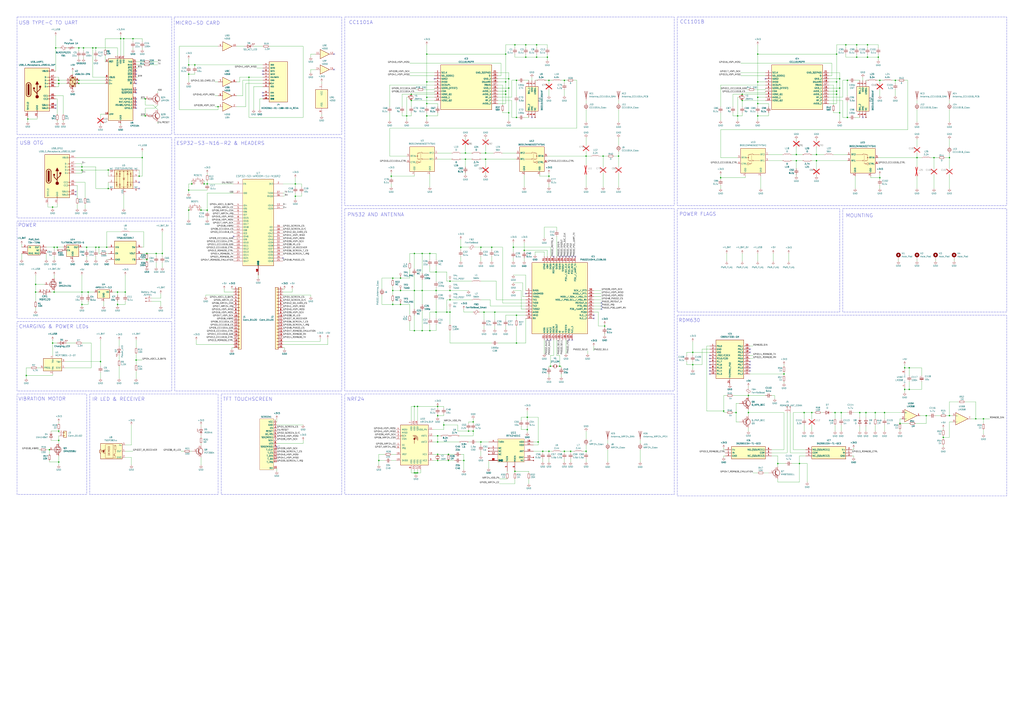
<source format=kicad_sch>
(kicad_sch (version 20231120) (generator "eeschema") (generator_version "8.0")
  (paper "A1")
  (title_block (title "Pen-Testing Device") (date "2024-12-02") (rev "2.0") (company "Author: Jonathan Woolf"))
  (lib_symbols
    (symbol "2024-11-25_13-42-05:RFX2401C" (pin_names (offset 0.254))
      (property "Reference" "U" (at 18.542 9.398 0))
      (property "Value" "RFX2401C" (at 18.542 6.604 0))
      (symbol "RFX2401C_0_1"
        (pin no_connect line (at 0 -2.54 0) (length 7.62) (name "NC") (number "1"))
        (pin unspecified line (at 36.83 -5.08 180) (length 7.62) (name "ANT") (number "10"))
        (pin power_out line (at 0 -12.7 0) (length 7.62) (name "GND") (number "11"))
        (pin no_connect line (at 0 -7.62 0) (length 7.62) (name "NC") (number "12"))
        (pin no_connect line (at 36.83 -10.16 180) (length 7.62) (name "DNC") (number "13"))
        (pin power_in line (at 36.83 0 180) (length 7.62) (name "VDD") (number "14"))
        (pin no_connect line (at 36.83 -12.7 180) (length 7.62) (name "NC") (number "15"))
        (pin power_in line (at 36.83 2.54 180) (length 7.62) (name "VDD") (number "16"))
        (pin power_out line (at 0 -12.7 0) (length 7.62) (name "GND") (number "17"))
        (pin power_out line (at 0 -12.7 0) (length 7.62) (name "GND") (number "2"))
        (pin power_out line (at 0 -12.7 0) (length 7.62) (name "GND") (number "3"))
        (pin unspecified line (at 0 2.54 0) (length 7.62) (name "TXRX") (number "4"))
        (pin input line (at 15.24 -21.59 90) (length 7.62) (name "TXEN") (number "5"))
        (pin input line (at 21.59 -21.59 90) (length 7.62) (name "RXEN") (number "6"))
        (pin no_connect line (at 0 -5.08 0) (length 7.62) (name "NC") (number "7"))
        (pin power_out line (at 0 -12.7 0) (length 7.62) (name "GND") (number "8"))
        (pin power_out line (at 0 -12.7 0) (length 7.62) (name "GND") (number "9"))
      )
    )
    (symbol "4xxx:4050" (pin_names (offset 1.016))
      (property "Reference" "U" (at 0 1.27 0))
      (property "Value" "4050" (at 0 -1.27 0))
      (symbol "4050_1_0"
        (pin output line (at 7.62 0 180) (length 3.81) (name "~") (number "2"))
        (pin input line (at -7.62 0 0) (length 3.81) (name "~") (number "3"))
      )
      (symbol "4050_2_0"
        (pin output line (at 7.62 0 180) (length 3.81) (name "~") (number "4"))
        (pin input line (at -7.62 0 0) (length 3.81) (name "~") (number "5"))
      )
      (symbol "4050_3_0"
        (pin output line (at 7.62 0 180) (length 3.81) (name "~") (number "6"))
        (pin input line (at -7.62 0 0) (length 3.81) (name "~") (number "7"))
      )
      (symbol "4050_4_0"
        (pin output line (at 7.62 0 180) (length 3.81) (name "~") (number "10"))
        (pin input line (at -7.62 0 0) (length 3.81) (name "~") (number "9"))
      )
      (symbol "4050_5_0"
        (pin input line (at -7.62 0 0) (length 3.81) (name "~") (number "11"))
        (pin output line (at 7.62 0 180) (length 3.81) (name "~") (number "12"))
      )
      (symbol "4050_6_0"
        (pin input line (at -7.62 0 0) (length 3.81) (name "~") (number "14"))
        (pin output line (at 7.62 0 180) (length 3.81) (name "~") (number "15"))
      )
      (symbol "4050_7_0"
        (pin power_in line (at 0 12.7 270) (length 5.08) (name "VCC") (number "1"))
        (pin power_in line (at 0 -12.7 90) (length 5.08) (name "VSS") (number "8"))
      )
    )
    (symbol "Amplifier_Operational:LM358" (pin_names (offset 0.127))
      (property "Reference" "U" (at 0 5.08 0))
      (property "Value" "LM358" (at 0 -5.08 0))
      (symbol "LM358_1_1"
        (pin output line (at 7.62 0 180) (length 2.54) (name "~") (number "1"))
        (pin input line (at -7.62 -2.54 0) (length 2.54) (name "-") (number "2"))
        (pin input line (at -7.62 2.54 0) (length 2.54) (name "+") (number "3"))
      )
      (symbol "LM358_2_1"
        (pin input line (at -7.62 2.54 0) (length 2.54) (name "+") (number "5"))
        (pin input line (at -7.62 -2.54 0) (length 2.54) (name "-") (number "6"))
        (pin output line (at 7.62 0 180) (length 2.54) (name "~") (number "7"))
      )
      (symbol "LM358_3_1"
        (pin power_in line (at -2.54 -7.62 90) (length 3.81) (name "V-") (number "4"))
        (pin power_in line (at -2.54 7.62 270) (length 3.81) (name "V+") (number "8"))
      )
    )
    (symbol "B0310J50100AHF:B0310J50100AHF"
      (property "Reference" "FL" (at 13.716 7.366 0))
      (property "Value" "B0310J50100AHF" (at 6.604 5.08 0))
      (symbol "B0310J50100AHF_1_1"
        (pin passive line (at 0 0 0) (length 5.08) (name "UNBAL") (number "1"))
        (pin passive line (at 0 -2.54 0) (length 5.08) (name "GND") (number "2"))
        (pin passive line (at 0 -5.08 0) (length 5.08) (name "BAL_1") (number "3"))
        (pin passive line (at 30.48 -5.08 180) (length 5.08) (name "BAL_2") (number "4"))
        (pin passive line (at 30.48 -2.54 180) (length 5.08) (name "DNC") (number "5"))
        (pin no_connect line (at 30.48 0 180) (length 5.08) (name "NC") (number "6"))
      )
    )
    (symbol "Battery_Management:MCP73831-2-OT"
      (property "Reference" "U" (at -7.62 6.35 0))
      (property "Value" "MCP73831-2-OT" (at 1.27 6.35 0))
      (symbol "MCP73831-2-OT_1_1"
        (pin tri_state line (at 10.16 -2.54 180) (length 2.54) (name "STAT") (number "1"))
        (pin power_in line (at 0 -7.62 90) (length 2.54) (name "V_{SS}") (number "2"))
        (pin power_out line (at 10.16 2.54 180) (length 2.54) (name "V_{BAT}") (number "3"))
        (pin power_in line (at 0 7.62 270) (length 2.54) (name "V_{DD}") (number "4"))
        (pin input line (at -10.16 -2.54 0) (length 2.54) (name "PROG") (number "5"))
      )
    )
    (symbol "C8051F330-GM:C8051F330-GM"
      (property "Reference" "IC" (at 8.636 20.066 0))
      (property "Value" "C8051F330-GM" (at 8.636 17.526 0))
      (symbol "C8051F330-GM_1_1"
        (pin passive line (at 0 10.16 0) (length 5.08) (name "P0.0") (number "1"))
        (pin passive line (at 0 -12.7 0) (length 5.08) (name "P1.3") (number "10"))
        (pin passive line (at 33.02 -12.7 180) (length 5.08) (name "P1.2") (number "11"))
        (pin passive line (at 33.02 -10.16 180) (length 5.08) (name "P1.1") (number "12"))
        (pin passive line (at 33.02 -7.62 180) (length 5.08) (name "P1.0") (number "13"))
        (pin passive line (at 33.02 -5.08 180) (length 5.08) (name "P0.7") (number "14"))
        (pin passive line (at 33.02 -2.54 180) (length 5.08) (name "P0.6") (number "15"))
        (pin passive line (at 33.02 0 180) (length 5.08) (name "P0.5") (number "16"))
        (pin passive line (at 33.02 2.54 180) (length 5.08) (name "P0.4") (number "17"))
        (pin passive line (at 33.02 5.08 180) (length 5.08) (name "P0.3") (number "18"))
        (pin passive line (at 33.02 7.62 180) (length 5.08) (name "P0.2") (number "19"))
        (pin passive line (at 0 7.62 0) (length 5.08) (name "GND") (number "2"))
        (pin passive line (at 33.02 10.16 180) (length 5.08) (name "P0.1") (number "20"))
        (pin passive line (at 16.51 -21.59 90) (length 5.08) (name "THERMAL_PAD") (number "21"))
        (pin passive line (at 0 5.08 0) (length 5.08) (name "VDD") (number "3"))
        (pin passive line (at 0 2.54 0) (length 5.08) (name "/RST/C2CK") (number "4"))
        (pin passive line (at 0 0 0) (length 5.08) (name "P2.0/C2D") (number "5"))
        (pin passive line (at 0 -2.54 0) (length 5.08) (name "P1.7") (number "6"))
        (pin passive line (at 0 -5.08 0) (length 5.08) (name "P1.6") (number "7"))
        (pin passive line (at 0 -7.62 0) (length 5.08) (name "P1.5") (number "8"))
        (pin passive line (at 0 -10.16 0) (length 5.08) (name "P1.4") (number "9"))
      )
    )
    (symbol "CC1101RGPR:CC1101RGPR"
      (property "Reference" "IC" (at 34.29 17.78 0))
      (property "Value" "CC1101RGPR" (at 34.29 15.24 0))
      (symbol "CC1101RGPR_1_1"
        (pin passive line (at 0 6.35 0) (length 5.08) (name "SCLK") (number "1"))
        (pin passive line (at 0 -16.51 0) (length 5.08) (name "XOSC_Q2") (number "10"))
        (pin passive line (at 52.07 -19.05 180) (length 5.08) (name "AVDD_2") (number "11"))
        (pin passive line (at 52.07 -16.51 180) (length 5.08) (name "RF_P") (number "12"))
        (pin passive line (at 52.07 -13.97 180) (length 5.08) (name "RF_N") (number "13"))
        (pin passive line (at 52.07 -11.43 180) (length 5.08) (name "AVDD_3") (number "14"))
        (pin passive line (at 52.07 -8.89 180) (length 5.08) (name "AVDD_4") (number "15"))
        (pin passive line (at 52.07 -6.35 180) (length 5.08) (name "GND_1") (number "16"))
        (pin passive line (at 52.07 -3.81 180) (length 5.08) (name "RBIAS") (number "17"))
        (pin passive line (at 52.07 -1.27 180) (length 5.08) (name "DGUARD") (number "18"))
        (pin passive line (at 52.07 1.27 180) (length 5.08) (name "GND_2") (number "19"))
        (pin passive line (at 0 3.81 0) (length 5.08) (name "SO_(GDO1)") (number "2"))
        (pin passive line (at 52.07 3.81 180) (length 5.08) (name "SI") (number "20"))
        (pin passive line (at 52.07 6.35 180) (length 5.08) (name "GND_3(EPAD)") (number "21"))
        (pin passive line (at 0 1.27 0) (length 5.08) (name "GDO2") (number "3"))
        (pin passive line (at 0 -1.27 0) (length 5.08) (name "DVDD") (number "4"))
        (pin passive line (at 0 -3.81 0) (length 5.08) (name "DCOUPL") (number "5"))
        (pin passive line (at 0 -6.35 0) (length 5.08) (name "GDO0_(ATEST)") (number "6"))
        (pin passive line (at 0 -8.89 0) (length 5.08) (name "CSN") (number "7"))
        (pin passive line (at 0 -11.43 0) (length 5.08) (name "XOSC_Q1") (number "8"))
        (pin passive line (at 0 -13.97 0) (length 5.08) (name "AVDD_1") (number "9"))
      )
    )
    (symbol "Connector:Conn_01x02_Pin" (pin_names (offset 1.016) hide)
      (property "Reference" "J" (at 0 2.54 0))
      (property "Value" "Conn_01x02_Pin" (at 0 -5.08 0))
      (symbol "Conn_01x02_Pin_1_1"
        (pin passive line (at 5.08 0 180) (length 3.81) (name "Pin_1") (number "1"))
        (pin passive line (at 5.08 -2.54 180) (length 3.81) (name "Pin_2") (number "2"))
      )
    )
    (symbol "Connector:Conn_Coaxial_Small" (pin_numbers hide) (pin_names (offset 1.016) hide)
      (property "Reference" "J" (at 0.254 3.048 0))
      (property "Value" "Conn_Coaxial_Small" (at 0 -3.81 0))
      (symbol "Conn_Coaxial_Small_1_1"
        (pin passive line (at -2.54 0 0) (length 1.27) (name "In") (number "1"))
        (pin passive line (at 2.54 0 180) (length 1.27) (name "Ext") (number "2"))
      )
    )
    (symbol "Connector:TestPoint" (pin_numbers hide) (pin_names (offset 0.762) hide)
      (property "Reference" "TP" (at 0 6.858 0))
      (property "Value" "TestPoint" (at 0 5.08 0))
      (symbol "TestPoint_1_1"
        (pin passive line (at 0 0 90) (length 2.54) (name "1") (number "1"))
      )
    )
    (symbol "Connector:USB_C_Receptacle_USB2.0_16P" (pin_names (offset 1.016))
      (property "Reference" "J1" (at 0 22.86 0))
      (property "Value" "USB_C_Receptacle_USB2.0_16P" (at 0 20.32 0))
      (symbol "USB_C_Receptacle_USB2.0_16P_1_1"
        (pin passive line (at 0 -22.86 90) (length 5.08) (name "GND") (number "A1"))
        (pin passive line (at 0 -22.86 90) (length 5.08) hide (name "GND") (number "A12"))
        (pin passive line (at 15.24 15.24 180) (length 5.08) (name "VBUS") (number "A4"))
        (pin bidirectional line (at 15.24 -5.08 180) (length 5.08) (name "CC1") (number "A5"))
        (pin bidirectional line (at 15.24 5.08 180) (length 5.08) (name "D+") (number "A6"))
        (pin bidirectional line (at 15.24 10.16 180) (length 5.08) (name "D-") (number "A7"))
        (pin bidirectional line (at 15.24 -12.7 180) (length 5.08) (name "SBU1") (number "A8"))
        (pin passive line (at 15.24 15.24 180) (length 5.08) hide (name "VBUS") (number "A9"))
        (pin passive line (at 0 -22.86 90) (length 5.08) hide (name "GND") (number "B1"))
        (pin passive line (at 0 -22.86 90) (length 5.08) hide (name "GND") (number "B12"))
        (pin passive line (at 15.24 15.24 180) (length 5.08) hide (name "VBUS") (number "B4"))
        (pin bidirectional line (at 15.24 -7.62 180) (length 5.08) (name "CC2") (number "B5"))
        (pin bidirectional line (at 15.24 2.54 180) (length 5.08) (name "D+") (number "B6"))
        (pin bidirectional line (at 15.24 7.62 180) (length 5.08) (name "D-") (number "B7"))
        (pin bidirectional line (at 15.24 -15.24 180) (length 5.08) (name "SBU2") (number "B8"))
        (pin passive line (at 15.24 15.24 180) (length 5.08) hide (name "VBUS") (number "B9"))
        (pin passive line (at -7.62 -22.86 90) (length 5.08) (name "SHIELD") (number "S1"))
      )
    )
    (symbol "Connector_Generic:Conn_01x02" (pin_names (offset 1.016) hide)
      (property "Reference" "J" (at 0 2.54 0))
      (property "Value" "Conn_01x02" (at 0 -5.08 0))
      (symbol "Conn_01x02_1_1"
        (pin passive line (at -5.08 0 0) (length 3.81) (name "Pin_1") (number "1"))
        (pin passive line (at -5.08 -2.54 0) (length 3.81) (name "Pin_2") (number "2"))
      )
    )
    (symbol "Connector_Generic:Conn_01x20" (pin_names (offset 1.016) hide)
      (property "Reference" "J" (at 0 25.4 0))
      (property "Value" "Conn_01x20" (at 0 -27.94 0))
      (symbol "Conn_01x20_1_1"
        (pin passive line (at -5.08 22.86 0) (length 3.81) (name "Pin_1") (number "1"))
        (pin passive line (at -5.08 0 0) (length 3.81) (name "Pin_10") (number "10"))
        (pin passive line (at -5.08 -2.54 0) (length 3.81) (name "Pin_11") (number "11"))
        (pin passive line (at -5.08 -5.08 0) (length 3.81) (name "Pin_12") (number "12"))
        (pin passive line (at -5.08 -7.62 0) (length 3.81) (name "Pin_13") (number "13"))
        (pin passive line (at -5.08 -10.16 0) (length 3.81) (name "Pin_14") (number "14"))
        (pin passive line (at -5.08 -12.7 0) (length 3.81) (name "Pin_15") (number "15"))
        (pin passive line (at -5.08 -15.24 0) (length 3.81) (name "Pin_16") (number "16"))
        (pin passive line (at -5.08 -17.78 0) (length 3.81) (name "Pin_17") (number "17"))
        (pin passive line (at -5.08 -20.32 0) (length 3.81) (name "Pin_18") (number "18"))
        (pin passive line (at -5.08 -22.86 0) (length 3.81) (name "Pin_19") (number "19"))
        (pin passive line (at -5.08 20.32 0) (length 3.81) (name "Pin_2") (number "2"))
        (pin passive line (at -5.08 -25.4 0) (length 3.81) (name "Pin_20") (number "20"))
        (pin passive line (at -5.08 17.78 0) (length 3.81) (name "Pin_3") (number "3"))
        (pin passive line (at -5.08 15.24 0) (length 3.81) (name "Pin_4") (number "4"))
        (pin passive line (at -5.08 12.7 0) (length 3.81) (name "Pin_5") (number "5"))
        (pin passive line (at -5.08 10.16 0) (length 3.81) (name "Pin_6") (number "6"))
        (pin passive line (at -5.08 7.62 0) (length 3.81) (name "Pin_7") (number "7"))
        (pin passive line (at -5.08 5.08 0) (length 3.81) (name "Pin_8") (number "8"))
        (pin passive line (at -5.08 2.54 0) (length 3.81) (name "Pin_9") (number "9"))
      )
    )
    (symbol "DG2001EDV-T1-GE3:DG2001EDV-T1-GE3"
      (property "Reference" "IC" (at 34.29 7.62 0))
      (property "Value" "DG2001EDV-T1-GE3" (at 34.29 5.08 0))
      (symbol "DG2001EDV-T1-GE3_1_1"
        (pin passive line (at 0 -2.54 0) (length 5.08) (name "IN") (number "1"))
        (pin passive line (at 0 0 0) (length 5.08) (name "V+") (number "2"))
        (pin passive line (at 0 -5.08 0) (length 5.08) (name "GND") (number "3"))
        (pin passive line (at 38.1 -5.08 180) (length 5.08) (name "NC_(SOURCE2)") (number "4"))
        (pin passive line (at 38.1 -2.54 180) (length 5.08) (name "COM") (number "5"))
        (pin passive line (at 38.1 0 180) (length 5.08) (name "NO_(SOURCE1)") (number "6"))
      )
    )
    (symbol "Device:Antenna" (pin_numbers hide) (pin_names (offset 1.016) hide)
      (property "Reference" "AE" (at -1.905 1.905 0))
      (property "Value" "Antenna" (at -1.905 0 0))
      (symbol "Antenna_1_1"
        (pin input line (at 0 -5.08 90) (length 2.54) (name "A") (number "1"))
      )
    )
    (symbol "Device:C_Polarized_Small" (pin_numbers hide) (pin_names (offset 0.254) hide)
      (property "Reference" "C" (at 0.254 1.778 0))
      (property "Value" "C_Polarized_Small" (at 0.254 -2.032 0))
      (symbol "C_Polarized_Small_1_1"
        (pin passive line (at 0 2.54 270) (length 1.8542) (name "~") (number "1"))
        (pin passive line (at 0 -2.54 90) (length 1.8542) (name "~") (number "2"))
      )
    )
    (symbol "Device:C_Small" (pin_numbers hide) (pin_names (offset 0.254) hide)
      (property "Reference" "C" (at 0.254 1.778 0))
      (property "Value" "C_Small" (at 0.254 -2.032 0))
      (symbol "C_Small_1_1"
        (pin passive line (at 0 2.54 270) (length 2.032) (name "~") (number "1"))
        (pin passive line (at 0 -2.54 90) (length 2.032) (name "~") (number "2"))
      )
    )
    (symbol "Device:Crystal_GND2_Small" (pin_names (offset 1.016) hide)
      (property "Reference" "Y" (at 0 5.08 0))
      (property "Value" "Crystal_GND2_Small" (at 0 3.175 0))
      (symbol "Crystal_GND2_Small_1_1"
        (pin passive line (at -2.54 0 0) (length 1.27) (name "1") (number "1"))
        (pin passive line (at 0 -2.54 90) (length 0.635) (name "2") (number "2"))
        (pin passive line (at 2.54 0 180) (length 1.27) (name "3") (number "3"))
      )
    )
    (symbol "Device:Crystal_Small" (pin_numbers hide) (pin_names (offset 1.016) hide)
      (property "Reference" "Y" (at 0 2.54 0))
      (property "Value" "Crystal_Small" (at 0 -2.54 0))
      (symbol "Crystal_Small_1_1"
        (pin passive line (at -2.54 0 0) (length 1.27) (name "1") (number "1"))
        (pin passive line (at 2.54 0 180) (length 1.27) (name "2") (number "2"))
      )
    )
    (symbol "Device:D" (pin_numbers hide) (pin_names (offset 1.016) hide)
      (property "Reference" "D" (at 0 2.54 0))
      (property "Value" "D" (at 0 -2.54 0))
      (symbol "D_1_1"
        (pin passive line (at -3.81 0 0) (length 2.54) (name "K") (number "1"))
        (pin passive line (at 3.81 0 180) (length 2.54) (name "A") (number "2"))
      )
    )
    (symbol "Device:FerriteBead_Small" (pin_numbers hide) (pin_names (offset 0))
      (property "Reference" "FB" (at 1.905 1.27 0))
      (property "Value" "FerriteBead_Small" (at 1.905 -1.27 0))
      (symbol "FerriteBead_Small_1_1"
        (pin passive line (at 0 2.54 270) (length 1.27) (name "~") (number "1"))
        (pin passive line (at 0 -2.54 90) (length 1.27) (name "~") (number "2"))
      )
    )
    (symbol "Device:L" (pin_numbers hide) (pin_names (offset 1.016) hide)
      (property "Reference" "L" (at -1.27 0 90))
      (property "Value" "L" (at 1.905 0 90))
      (symbol "L_1_1"
        (pin passive line (at 0 3.81 270) (length 1.27) (name "1") (number "1"))
        (pin passive line (at 0 -3.81 90) (length 1.27) (name "2") (number "2"))
      )
    )
    (symbol "Device:LED" (pin_numbers hide) (pin_names (offset 1.016) hide)
      (property "Reference" "D" (at 0 2.54 0))
      (property "Value" "LED" (at 0 -2.54 0))
      (symbol "LED_1_1"
        (pin passive line (at -3.81 0 0) (length 2.54) (name "K") (number "1"))
        (pin passive line (at 3.81 0 180) (length 2.54) (name "A") (number "2"))
      )
    )
    (symbol "Device:Polyfuse_Small" (pin_numbers hide) (pin_names (offset 0))
      (property "Reference" "F" (at -1.905 0 90))
      (property "Value" "Polyfuse_Small" (at 1.905 0 90))
      (symbol "Polyfuse_Small_1_1"
        (pin passive line (at 0 2.54 270) (length 0.635) (name "~") (number "1"))
        (pin passive line (at 0 -2.54 90) (length 0.635) (name "~") (number "2"))
      )
    )
    (symbol "Device:Q_NPN_BEC" (pin_names (offset 0) hide)
      (property "Reference" "Q" (at 5.08 1.27 0))
      (property "Value" "Q_NPN_BEC" (at 5.08 -1.27 0))
      (symbol "Q_NPN_BEC_1_1"
        (pin input line (at -5.08 0 0) (length 5.715) (name "B") (number "1"))
        (pin passive line (at 2.54 -5.08 90) (length 2.54) (name "E") (number "2"))
        (pin passive line (at 2.54 5.08 270) (length 2.54) (name "C") (number "3"))
      )
    )
    (symbol "Device:Q_PMOS_GSD" (pin_names (offset 0) hide)
      (property "Reference" "Q" (at 5.08 1.27 0))
      (property "Value" "Q_PMOS_GSD" (at 5.08 -1.27 0))
      (symbol "Q_PMOS_GSD_1_1"
        (pin input line (at -5.08 0 0) (length 2.54) (name "G") (number "1"))
        (pin passive line (at 2.54 -5.08 90) (length 2.54) (name "S") (number "2"))
        (pin passive line (at 2.54 5.08 270) (length 2.54) (name "D") (number "3"))
      )
    )
    (symbol "Device:Q_PNP_BEC" (pin_names (offset 0) hide)
      (property "Reference" "Q" (at 5.08 1.27 0))
      (property "Value" "Q_PNP_BEC" (at 5.08 -1.27 0))
      (symbol "Q_PNP_BEC_1_1"
        (pin input line (at -5.08 0 0) (length 5.715) (name "B") (number "1"))
        (pin passive line (at 2.54 -5.08 90) (length 2.54) (name "E") (number "2"))
        (pin passive line (at 2.54 5.08 270) (length 2.54) (name "C") (number "3"))
      )
    )
    (symbol "Device:R_Small" (pin_numbers hide) (pin_names (offset 0.254) hide)
      (property "Reference" "R" (at 0.762 0.508 0))
      (property "Value" "R_Small" (at 0.762 -1.016 0))
      (symbol "R_Small_1_1"
        (pin passive line (at 0 2.54 270) (length 0.762) (name "~") (number "1"))
        (pin passive line (at 0 -2.54 90) (length 0.762) (name "~") (number "2"))
      )
    )
    (symbol "Diode:1N4148WT" (pin_numbers hide) (pin_names hide)
      (property "Reference" "D" (at 0 2.54 0))
      (property "Value" "1N4148WT" (at 0 -2.54 0))
      (symbol "1N4148WT_1_1"
        (pin passive line (at -3.81 0 0) (length 2.54) (name "K") (number "1"))
        (pin passive line (at 3.81 0 180) (length 2.54) (name "A") (number "2"))
      )
    )
    (symbol "Imported SamacSys_Parts:734-7296"
      (property "Reference" "S1" (at 12.7 7.62 0))
      (property "Value" "734-7296" (at 12.7 5.08 0))
      (symbol "734-7296_1_1"
        (pin no_connect line (at 22.86 0 180) (length 5.08) (name "NC") (number "1"))
        (pin passive line (at 2.54 2.54 0) (length 5.08) (name "IN") (number "2"))
        (pin passive line (at 22.86 2.54 180) (length 5.08) (name "OUT") (number "3"))
        (pin passive line (at 2.54 -2.54 0) (length 5.08) (name "MH1") (number "MH1"))
        (pin passive line (at 22.86 -2.54 180) (length 5.08) (name "MH2") (number "MH2"))
      )
    )
    (symbol "Interface_Optical:TSOP382xx"
      (property "Reference" "U" (at -10.16 7.62 0))
      (property "Value" "TSOP382xx" (at -10.16 -7.62 0))
      (symbol "TSOP382xx_0_0"
        (text "DEMOD" (at -3.175 0.254 900) (effects (font (size 1.524 1.524))))
      )
      (symbol "TSOP382xx_1_1"
        (pin output line (at 10.16 0 180) (length 2.54) (name "OUT") (number "1"))
        (pin power_in line (at 10.16 -5.08 180) (length 2.54) (name "GND") (number "2"))
        (pin power_in line (at 10.16 5.08 180) (length 2.54) (name "Vs") (number "3"))
      )
    )
    (symbol "Interface_USB:CP2104"
      (property "Reference" "U" (at -5.08 28.575 0))
      (property "Value" "CP2104" (at -5.08 26.67 0))
      (symbol "CP2104_1_1"
        (pin input line (at 12.7 5.08 180) (length 2.54) (name "~{RI}") (number "1"))
        (pin no_connect line (at 10.16 -20.32 180) (length 2.54) hide (name "NC") (number "10"))
        (pin bidirectional line (at 12.7 -15.24 180) (length 2.54) (name "GPIO.3") (number "11"))
        (pin bidirectional line (at 12.7 -12.7 180) (length 2.54) (name "RS485/GPIO.2") (number "12"))
        (pin bidirectional line (at 12.7 -10.16 180) (length 2.54) (name "RXT/GPIO.1") (number "13"))
        (pin bidirectional line (at 12.7 -7.62 180) (length 2.54) (name "TXT/GPIO.0") (number "14"))
        (pin output line (at 12.7 -2.54 180) (length 2.54) (name "~{SUSPEND}") (number "15"))
        (pin passive line (at -12.7 -20.32 0) (length 2.54) (name "VPP") (number "16"))
        (pin output line (at 12.7 0 180) (length 2.54) (name "SUSPEND") (number "17"))
        (pin input line (at 12.7 15.24 180) (length 2.54) (name "~{CTS}") (number "18"))
        (pin output line (at 12.7 17.78 180) (length 2.54) (name "~{RTS}") (number "19"))
        (pin power_in line (at 0 -27.94 90) (length 2.54) (name "GND") (number "2"))
        (pin input line (at 12.7 20.32 180) (length 2.54) (name "RXD") (number "20"))
        (pin output line (at 12.7 22.86 180) (length 2.54) (name "TXD") (number "21"))
        (pin input line (at 12.7 12.7 180) (length 2.54) (name "~{DSR}") (number "22"))
        (pin output line (at 12.7 10.16 180) (length 2.54) (name "~{DTR}") (number "23"))
        (pin input line (at 12.7 7.62 180) (length 2.54) (name "~{DCD}") (number "24"))
        (pin passive line (at 0 -27.94 90) (length 2.54) hide (name "GND") (number "25"))
        (pin bidirectional line (at -12.7 5.08 0) (length 2.54) (name "D+") (number "3"))
        (pin bidirectional line (at -12.7 7.62 0) (length 2.54) (name "D-") (number "4"))
        (pin power_in line (at 2.54 27.94 270) (length 2.54) (name "VIO") (number "5"))
        (pin power_in line (at 0 27.94 270) (length 2.54) (name "VDD") (number "6"))
        (pin power_in line (at -2.54 27.94 270) (length 2.54) (name "REGIN") (number "7"))
        (pin input line (at -12.7 10.16 0) (length 2.54) (name "VBUS") (number "8"))
        (pin bidirectional line (at -12.7 22.86 0) (length 2.54) (name "~{RST}") (number "9"))
      )
    )
    (symbol "LED:IR204A" (pin_numbers hide) (pin_names (offset 1.016) hide)
      (property "Reference" "D" (at 0.508 1.778 0))
      (property "Value" "IR204A" (at -1.016 -2.794 0))
      (symbol "IR204A_1_1"
        (pin passive line (at -5.08 0 0) (length 2.54) (name "K") (number "1"))
        (pin passive line (at 2.54 0 180) (length 2.54) (name "A") (number "2"))
      )
    )
    (symbol "MBR120:MBR120LSFT3G" (pin_names (offset 0.254))
      (property "Reference" "CR" (at 5.08 4.445 0))
      (property "Value" "MBR120LSFT3G" (at 5.08 -3.81 0))
      (symbol "MBR120LSFT3G_0_1"
        (pin unspecified line (at 10.16 0 180) (length 2.54) (name "") (number "1"))
        (pin unspecified line (at 0 0 0) (length 2.54) (name "") (number "2"))
      )
    )
    (symbol "Mechanical:MountingHole_Pad" (pin_numbers hide) (pin_names (offset 1.016) hide)
      (property "Reference" "H" (at 0 6.35 0))
      (property "Value" "MountingHole_Pad" (at 0 4.445 0))
      (symbol "MountingHole_Pad_1_1"
        (pin input line (at 0 -2.54 90) (length 2.54) (name "1") (number "1"))
      )
    )
    (symbol "Micro_SD_Card:MEM2061-01-188-00-A_REVA" (pin_names (offset 1.016))
      (property "Reference" "J" (at 0 15.2675 0))
      (property "Value" "MEM2061-01-188-00-A_REVA" (at 0 -20.3415 0))
      (symbol "MEM2061-01-188-00-A_REVA_0_0"
        (pin bidirectional line (at -5.08 5.08 0) (length 5.08) (name "DAT2") (number "1"))
        (pin passive line (at -5.08 -12.7 0) (length 5.08) (name "CD2") (number "10"))
        (pin power_in line (at -5.08 -15.24 0) (length 5.08) (name "GND") (number "11"))
        (pin power_in line (at -5.08 -15.24 0) (length 5.08) (name "GND") (number "12"))
        (pin bidirectional line (at -5.08 2.54 0) (length 5.08) (name "CD/DAT3") (number "2"))
        (pin bidirectional line (at -5.08 0 0) (length 5.08) (name "CMD") (number "3"))
        (pin power_in line (at -5.08 12.7 0) (length 5.08) (name "VDD") (number "4"))
        (pin bidirectional clock (at -5.08 -2.54 0) (length 5.08) (name "CLK") (number "5"))
        (pin power_in line (at -5.08 -5.08 0) (length 5.08) (name "VSS") (number "6"))
        (pin bidirectional line (at -5.08 10.16 0) (length 5.08) (name "DAT0") (number "7"))
        (pin bidirectional line (at -5.08 7.62 0) (length 5.08) (name "DAT1") (number "8"))
        (pin passive line (at -5.08 -10.16 0) (length 5.08) (name "CD1") (number "9"))
      )
    )
    (symbol "PN5321A3HN_C106_55:PN5321A3HN_C106,55"
      (property "Reference" "IC" (at 52.07 27.94 0))
      (property "Value" "PN5321A3HN_C106,55" (at 52.07 25.4 0))
      (symbol "PN5321A3HN_C106,55_1_1"
        (pin passive line (at 0 0 0) (length 5.08) (name "DVSS") (number "1"))
        (pin passive line (at 0 -22.86 0) (length 5.08) (name "RX") (number "10"))
        (pin passive line (at 15.24 -40.64 90) (length 5.08) (name "AVSS") (number "11"))
        (pin passive line (at 17.78 -40.64 90) (length 5.08) (name "AUX1") (number "12"))
        (pin passive line (at 20.32 -40.64 90) (length 5.08) (name "AUX2") (number "13"))
        (pin passive line (at 22.86 -40.64 90) (length 5.08) (name "OSCIN") (number "14"))
        (pin passive line (at 25.4 -40.64 90) (length 5.08) (name "OSCOUT") (number "15"))
        (pin passive line (at 27.94 -40.64 90) (length 5.08) (name "I0") (number "16"))
        (pin passive line (at 30.48 -40.64 90) (length 5.08) (name "I1") (number "17"))
        (pin passive line (at 33.02 -40.64 90) (length 5.08) (name "TESTEN") (number "18"))
        (pin passive line (at 35.56 -40.64 90) (length 5.08) (name "P35") (number "19"))
        (pin passive line (at 0 -2.54 0) (length 5.08) (name "LOADMOD") (number "2"))
        (pin passive line (at 38.1 -40.64 90) (length 5.08) (name "N.C._1") (number "20"))
        (pin passive line (at 55.88 -22.86 180) (length 5.08) (name "N.C._2") (number "21"))
        (pin passive line (at 55.88 -20.32 180) (length 5.08) (name "N.C._3") (number "22"))
        (pin passive line (at 55.88 -17.78 180) (length 5.08) (name "PVDD") (number "23"))
        (pin passive line (at 55.88 -15.24 180) (length 5.08) (name "P30_/UART_RX") (number "24"))
        (pin passive line (at 55.88 -12.7 180) (length 5.08) (name "P70_IRQ") (number "25"))
        (pin passive line (at 55.88 -10.16 180) (length 5.08) (name "RSTOUT_N") (number "26"))
        (pin passive line (at 55.88 -7.62 180) (length 5.08) (name "NSS_/_P50_SCL_/_HSU_RX") (number "27"))
        (pin passive line (at 55.88 -5.08 180) (length 5.08) (name "MOSI_/_SDA_/_HSU_TX") (number "28"))
        (pin passive line (at 55.88 -2.54 180) (length 5.08) (name "MISO_/_P71") (number "29"))
        (pin passive line (at 0 -5.08 0) (length 5.08) (name "TVSS1") (number "3"))
        (pin passive line (at 55.88 0 180) (length 5.08) (name "SCK_/_P72") (number "30"))
        (pin passive line (at 40.64 27.94 270) (length 5.08) (name "P31_/_UART_TX") (number "31"))
        (pin passive line (at 38.1 27.94 270) (length 5.08) (name "P32_INT0") (number "32"))
        (pin passive line (at 35.56 27.94 270) (length 5.08) (name "P33_INT1") (number "33"))
        (pin passive line (at 33.02 27.94 270) (length 5.08) (name "P34_/_SIC_CLK") (number "34"))
        (pin passive line (at 30.48 27.94 270) (length 5.08) (name "SIGOUT") (number "35"))
        (pin passive line (at 27.94 27.94 270) (length 5.08) (name "SIGIN") (number "36"))
        (pin passive line (at 25.4 27.94 270) (length 5.08) (name "SVDD") (number "37"))
        (pin passive line (at 22.86 27.94 270) (length 5.08) (name "RSTPD_N") (number "38"))
        (pin passive line (at 20.32 27.94 270) (length 5.08) (name "DVDD") (number "39"))
        (pin passive line (at 0 -7.62 0) (length 5.08) (name "TX1") (number "4"))
        (pin passive line (at 17.78 27.94 270) (length 5.08) (name "VBAT") (number "40"))
        (pin passive line (at 15.24 27.94 270) (length 5.08) (name "EPAD") (number "41"))
        (pin passive line (at 0 -10.16 0) (length 5.08) (name "TVDD") (number "5"))
        (pin passive line (at 0 -12.7 0) (length 5.08) (name "TX2") (number "6"))
        (pin passive line (at 0 -15.24 0) (length 5.08) (name "TVSS2") (number "7"))
        (pin passive line (at 0 -17.78 0) (length 5.08) (name "AVDD") (number "8"))
        (pin passive line (at 0 -20.32 0) (length 5.08) (name "VMID") (number "9"))
      )
    )
    (symbol "Power_Protection:D3V3XA4B10LP" (pin_names (offset 0))
      (property "Reference" "U" (at -0.635 8.89 0))
      (property "Value" "D3V3XA4B10LP" (at 8.89 -10.16 0))
      (symbol "D3V3XA4B10LP_1_1"
        (pin passive line (at -12.7 2.54 0) (length 5.08) (name "~") (number "1"))
        (pin free line (at -12.7 7.62 0) (length 5.08) (name "NC") (number "10"))
        (pin passive line (at -12.7 -2.54 0) (length 5.08) (name "~") (number "2"))
        (pin power_in line (at 0 -12.7 90) (length 5.08) (name "VSS") (number "3"))
        (pin passive line (at 12.7 2.54 180) (length 5.08) (name "~") (number "4"))
        (pin passive line (at 12.7 -2.54 180) (length 5.08) (name "~") (number "5"))
        (pin free line (at 12.7 -7.62 180) (length 5.08) (name "NC") (number "6"))
        (pin free line (at 12.7 7.62 180) (length 5.08) (name "NC") (number "7"))
        (pin passive line (at 0 -12.7 90) (length 5.08) hide (name "VSS") (number "8"))
        (pin free line (at -12.7 -7.62 0) (length 5.08) (name "NC") (number "9"))
      )
    )
    (symbol "Power_Protection:USBLC6-2P6" (pin_names hide)
      (property "Reference" "U" (at 0.635 5.715 0))
      (property "Value" "USBLC6-2P6" (at 0.635 3.81 0))
      (symbol "USBLC6-2P6_1_1"
        (pin passive line (at -5.08 0 0) (length 2.54) (name "I/O1") (number "1"))
        (pin passive line (at 0 -7.62 90) (length 2.54) (name "GND") (number "2"))
        (pin passive line (at -5.08 -2.54 0) (length 2.54) (name "I/O2") (number "3"))
        (pin passive line (at 5.08 -2.54 180) (length 2.54) (name "I/O2") (number "4"))
        (pin passive line (at 0 5.08 270) (length 2.54) (name "VBUS") (number "5"))
        (pin passive line (at 5.08 0 180) (length 2.54) (name "I/O1") (number "6"))
      )
    )
    (symbol "Project_Symbols:4.0_TFT_Display"
      (property "Reference" "SCREEN" (at 0 1.016 0))
      (symbol "4.0_TFT_Display_1_1"
        (pin bidirectional line (at 7.62 -2.54 180) (length 2.54) (name "VCC") (number "1"))
        (pin bidirectional line (at 7.62 -25.4 180) (length 2.54) (name "T_CLK") (number "10"))
        (pin bidirectional line (at 7.62 -27.94 180) (length 2.54) (name "T_CS") (number "11"))
        (pin bidirectional line (at 7.62 -30.48 180) (length 2.54) (name "T_DIN") (number "12"))
        (pin bidirectional line (at 7.62 -33.02 180) (length 2.54) (name "T_DO") (number "13"))
        (pin bidirectional line (at 7.62 -35.56 180) (length 2.54) (name "T_IRQ") (number "14"))
        (pin bidirectional line (at 7.62 -40.64 180) (length 2.54) (name "MH") (number "15"))
        (pin bidirectional line (at 7.62 -5.08 180) (length 2.54) (name "GND") (number "2"))
        (pin bidirectional line (at 7.62 -7.62 180) (length 2.54) (name "CS") (number "3"))
        (pin bidirectional line (at 7.62 -10.16 180) (length 2.54) (name "RESET") (number "4"))
        (pin bidirectional line (at 7.62 -12.7 180) (length 2.54) (name "DC/RS") (number "5"))
        (pin bidirectional line (at 7.62 -15.24 180) (length 2.54) (name "SDI(MOSI)") (number "6"))
        (pin bidirectional line (at 7.62 -17.78 180) (length 2.54) (name "SCK") (number "7"))
        (pin bidirectional line (at 7.62 -20.32 180) (length 2.54) (name "LED") (number "8"))
        (pin bidirectional line (at 7.62 -22.86 180) (length 2.54) (name "SDO(MISO)") (number "9"))
      )
    )
    (symbol "Project_Symbols:ESP32-S3-WROOM-1U-N16R2" (pin_names (offset 0.254))
      (property "Reference" "U" (at 20.32 10.16 0))
      (property "Value" "ESP32-S3-WROOM-1U-N16R2" (at 20.32 7.62 0))
      (symbol "ESP32-S3-WROOM-1U-N16R2_1_1"
        (pin power_out line (at 20.32 -73.66 90) (length 7.62) (name "GND") (number "1"))
        (pin bidirectional line (at 0 -31.75 0) (length 7.62) (name "IO17") (number "10"))
        (pin bidirectional line (at 0 -34.29 0) (length 7.62) (name "IO18") (number "11"))
        (pin bidirectional line (at 0 -36.83 0) (length 7.62) (name "IO8") (number "12"))
        (pin bidirectional line (at 40.64 -16.51 180) (length 7.62) (name "IO19") (number "13"))
        (pin bidirectional line (at 40.64 -19.05 180) (length 7.62) (name "IO20") (number "14"))
        (pin bidirectional line (at 0 -39.37 0) (length 7.62) (name "IO3") (number "15"))
        (pin bidirectional line (at 0 -41.91 0) (length 7.62) (name "IO46") (number "16"))
        (pin bidirectional line (at 0 -44.45 0) (length 7.62) (name "IO9") (number "17"))
        (pin bidirectional line (at 0 -46.99 0) (length 7.62) (name "IO10") (number "18"))
        (pin bidirectional line (at 0 -49.53 0) (length 7.62) (name "IO11") (number "19"))
        (pin power_in line (at 40.64 1.27 180) (length 7.62) (name "3V3") (number "2"))
        (pin bidirectional line (at 0 -52.07 0) (length 7.62) (name "IO12") (number "20"))
        (pin bidirectional line (at 0 -54.61 0) (length 7.62) (name "IO13") (number "21"))
        (pin bidirectional line (at 0 -57.15 0) (length 7.62) (name "IO14") (number "22"))
        (pin bidirectional line (at 0 -59.69 0) (length 7.62) (name "IO21") (number "23"))
        (pin bidirectional line (at 0 -62.23 0) (length 7.62) (name "IO47") (number "24"))
        (pin bidirectional line (at 40.64 -62.23 180) (length 7.62) (name "IO48") (number "25"))
        (pin bidirectional line (at 40.64 -59.69 180) (length 7.62) (name "IO45") (number "26"))
        (pin bidirectional line (at 0 -6.35 0) (length 7.62) (name "IO0") (number "27"))
        (pin bidirectional line (at 40.64 -57.15 180) (length 7.62) (name "IO35") (number "28"))
        (pin bidirectional line (at 40.64 -54.61 180) (length 7.62) (name "IO36") (number "29"))
        (pin input line (at 0 1.27 0) (length 7.62) (name "EN") (number "3"))
        (pin bidirectional line (at 40.64 -52.07 180) (length 7.62) (name "IO37") (number "30"))
        (pin bidirectional line (at 40.64 -49.53 180) (length 7.62) (name "IO38") (number "31"))
        (pin bidirectional line (at 40.64 -46.99 180) (length 7.62) (name "IO39") (number "32"))
        (pin bidirectional line (at 40.64 -44.45 180) (length 7.62) (name "IO40") (number "33"))
        (pin bidirectional line (at 40.64 -41.91 180) (length 7.62) (name "IO41") (number "34"))
        (pin bidirectional line (at 40.64 -39.37 180) (length 7.62) (name "IO42") (number "35"))
        (pin bidirectional line (at 40.64 -8.89 180) (length 7.62) (name "RXD0") (number "36"))
        (pin bidirectional line (at 40.64 -6.35 180) (length 7.62) (name "TXD0") (number "37"))
        (pin bidirectional line (at 40.64 -36.83 180) (length 7.62) (name "IO2") (number "38"))
        (pin bidirectional line (at 40.64 -34.29 180) (length 7.62) (name "IO1") (number "39"))
        (pin bidirectional line (at 0 -16.51 0) (length 7.62) (name "IO4") (number "4"))
        (pin power_out line (at 20.32 -73.66 90) (length 7.62) (name "GND") (number "40"))
        (pin power_out line (at 20.32 -73.66 90) (length 7.62) (name "GND") (number "41"))
        (pin power_out line (at 20.32 -73.66 90) (length 7.62) (name "GND") (number "46"))
        (pin power_out line (at 20.32 -73.66 90) (length 7.62) (name "GND") (number "47"))
        (pin power_out line (at 20.32 -73.66 90) (length 7.62) (name "GND") (number "48"))
        (pin power_out line (at 20.32 -73.66 90) (length 7.62) (name "GND") (number "49"))
        (pin bidirectional line (at 0 -19.05 0) (length 7.62) (name "IO5") (number "5"))
        (pin bidirectional line (at 0 -21.59 0) (length 7.62) (name "IO6") (number "6"))
        (pin bidirectional line (at 0 -24.13 0) (length 7.62) (name "IO7") (number "7"))
        (pin bidirectional line (at 0 -26.67 0) (length 7.62) (name "IO15") (number "8"))
        (pin bidirectional line (at 0 -29.21 0) (length 7.62) (name "IO16") (number "9"))
      )
    )
    (symbol "RF:nRF24L01P" (pin_names (offset 1.016))
      (property "Reference" "U" (at -11.43 17.78 0))
      (property "Value" "nRF24L01P" (at 5.08 17.78 0))
      (symbol "nRF24L01P_1_1"
        (pin input line (at -15.24 0 0) (length 3.81) (name "CE") (number "1"))
        (pin passive line (at 15.24 -7.62 180) (length 3.81) (name "XC1") (number "10"))
        (pin power_out line (at 15.24 12.7 180) (length 3.81) (name "VDD_PA") (number "11"))
        (pin passive line (at 15.24 7.62 180) (length 3.81) (name "ANT1") (number "12"))
        (pin passive line (at 15.24 2.54 180) (length 3.81) (name "ANT2") (number "13"))
        (pin power_in line (at 0 -20.32 90) (length 3.81) (name "VSS") (number "14"))
        (pin power_in line (at 0 20.32 270) (length 3.81) (name "VDD") (number "15"))
        (pin passive line (at -15.24 -7.62 0) (length 3.81) (name "IREF") (number "16"))
        (pin power_in line (at 2.54 -20.32 90) (length 3.81) (name "VSS") (number "17"))
        (pin power_in line (at 2.54 20.32 270) (length 3.81) (name "VDD") (number "18"))
        (pin power_out line (at -15.24 -12.7 0) (length 3.81) (name "DVDD") (number "19"))
        (pin input line (at -15.24 5.08 0) (length 3.81) (name "CSN") (number "2"))
        (pin power_in line (at 5.08 -20.32 90) (length 3.81) (name "VSS") (number "20"))
        (pin input clock (at -15.24 7.62 0) (length 3.81) (name "SCK") (number "3"))
        (pin input line (at -15.24 12.7 0) (length 3.81) (name "MOSI") (number "4"))
        (pin output line (at -15.24 10.16 0) (length 3.81) (name "MISO") (number "5"))
        (pin output line (at -15.24 -2.54 0) (length 3.81) (name "IRQ") (number "6"))
        (pin power_in line (at -2.54 20.32 270) (length 3.81) (name "VDD") (number "7"))
        (pin power_in line (at -2.54 -20.32 90) (length 3.81) (name "VSS") (number "8"))
        (pin passive line (at 15.24 -12.7 180) (length 3.81) (name "XC2") (number "9"))
      )
    )
    (symbol "RF_Switch:BGS12WN6E6327"
      (property "Reference" "U3" (at 2.1941 15.24 0))
      (property "Value" "BGS12WN6E6327" (at 2.1941 12.7 0))
      (symbol "BGS12WN6E6327_1_1"
        (pin passive line (at 12.7 5.08 180) (length 2.54) (name "RF2") (number "1"))
        (pin power_in line (at 6.35 -12.7 90) (length 2.54) (name "GND") (number "2"))
        (pin passive line (at 12.7 0 180) (length 2.54) (name "RF1") (number "3"))
        (pin power_in line (at -6.35 -12.7 90) (length 2.54) (name "VDD") (number "4"))
        (pin passive line (at -12.7 2.54 0) (length 2.54) (name "RFIN") (number "5"))
        (pin input line (at -12.7 -2.54 0) (length 2.54) (name "CTRL") (number "6"))
      )
    )
    (symbol "Regulator_Linear:AMS1117-3.3"
      (property "Reference" "U" (at -3.81 3.175 0))
      (property "Value" "AMS1117-3.3" (at 0 3.175 0))
      (symbol "AMS1117-3.3_1_1"
        (pin power_in line (at 0 -7.62 90) (length 2.54) (name "GND") (number "1"))
        (pin power_out line (at 7.62 0 180) (length 2.54) (name "VO") (number "2"))
        (pin power_in line (at -7.62 0 0) (length 2.54) (name "VI") (number "3"))
      )
    )
    (symbol "Regulator_Linear:TLV70036_SOT23-5" (pin_names (offset 0.254))
      (property "Reference" "U" (at -3.81 5.715 0))
      (property "Value" "TLV70036_SOT23-5" (at 0 5.715 0))
      (symbol "TLV70036_SOT23-5_1_1"
        (pin power_in line (at -7.62 2.54 0) (length 2.54) (name "IN") (number "1"))
        (pin power_in line (at 0 -7.62 90) (length 2.54) (name "GND") (number "2"))
        (pin input line (at -7.62 0 0) (length 2.54) (name "EN") (number "3"))
        (pin no_connect line (at 5.08 0 180) (length 2.54) hide (name "NC") (number "4"))
        (pin power_out line (at 7.62 2.54 180) (length 2.54) (name "OUT") (number "5"))
      )
    )
    (symbol "Switch:SW_MEC_5E" (pin_names (offset 1.016) hide)
      (property "Reference" "SW" (at 0.635 5.715 0))
      (property "Value" "SW_MEC_5E" (at 0 -3.175 0))
      (symbol "SW_MEC_5E_0_1"
        (pin passive line (at -5.08 2.54 0) (length 2.54) (name "1") (number "1"))
        (pin passive line (at -5.08 0 0) (length 2.54) (name "2") (number "2"))
        (pin passive line (at 5.08 0 180) (length 2.54) (name "K") (number "3"))
        (pin passive line (at 5.08 2.54 180) (length 2.54) (name "A") (number "4"))
      )
    )
    (symbol "TPS61023DRLT:TPS61023DRLT"
      (property "Reference" "IC" (at 24.13 7.62 0))
      (property "Value" "TPS61023DRLT" (at 24.13 5.08 0))
      (symbol "TPS61023DRLT_1_1"
        (pin passive line (at 27.94 -12.7 180) (length 5.08) (name "FB") (number "1"))
        (pin passive line (at 0 -7.62 0) (length 5.08) (name "EN") (number "2"))
        (pin passive line (at 0 -2.54 0) (length 5.08) (name "VIN") (number "3"))
        (pin passive line (at 0 -12.7 0) (length 5.08) (name "GND") (number "4"))
        (pin passive line (at 27.94 -2.54 180) (length 5.08) (name "SW") (number "5"))
        (pin passive line (at 27.94 -7.62 180) (length 5.08) (name "VOUT") (number "6"))
      )
    )
    (symbol "Transistor_BJT:MMBT5551L" (pin_names (offset 0) hide)
      (property "Reference" "Q" (at 5.08 1.905 0))
      (property "Value" "MMBT5551L" (at 5.08 0 0))
      (symbol "MMBT5551L_1_1"
        (pin input line (at -5.08 0 0) (length 5.715) (name "B") (number "1"))
        (pin passive line (at 2.54 -5.08 90) (length 2.54) (name "E") (number "2"))
        (pin passive line (at 2.54 5.08 270) (length 2.54) (name "C") (number "3"))
      )
    )
    (symbol "Transistor_BJT:PZT3904" (pin_names (offset 0) hide)
      (property "Reference" "Q" (at 5.08 1.905 0))
      (property "Value" "PZT3904" (at 5.08 0 0))
      (symbol "PZT3904_1_1"
        (pin input line (at -5.08 0 0) (length 5.715) (name "B") (number "1"))
        (pin passive line (at 2.54 5.08 270) (length 2.54) (name "C") (number "2"))
        (pin passive line (at 2.54 -5.08 90) (length 2.54) (name "E") (number "3"))
        (pin passive line (at 2.54 5.08 270) (length 2.54) hide (name "C") (number "4"))
      )
    )
    (symbol "Transistor_BJT:UMH3N" (pin_names hide)
      (property "Reference" "Q" (at 7.62 1.27 0))
      (property "Value" "UMH3N" (at 7.62 -1.27 0))
      (symbol "UMH3N_1_1"
        (pin passive line (at 5.08 -5.08 90) (length 2.54) (name "E1") (number "1"))
        (pin input line (at -5.08 0 0) (length 2.54) (name "B1") (number "2"))
        (pin passive line (at 5.08 5.08 270) (length 2.54) (name "C1") (number "6"))
      )
      (symbol "UMH3N_2_1"
        (pin passive line (at 5.08 5.08 270) (length 2.54) (name "C2") (number "3"))
        (pin passive line (at 5.08 -5.08 90) (length 2.54) (name "E2") (number "4"))
        (pin input line (at -5.08 0 0) (length 2.54) (name "B2") (number "5"))
      )
    )
    (symbol "Transistor_FET:DMN2058U" (pin_names hide)
      (property "Reference" "Q" (at 5.08 1.905 0))
      (property "Value" "DMN2058U" (at 5.08 0 0))
      (symbol "DMN2058U_1_1"
        (pin input line (at -5.08 0 0) (length 2.54) (name "G") (number "1"))
        (pin passive line (at 2.54 -5.08 90) (length 2.54) (name "S") (number "2"))
        (pin passive line (at 2.54 5.08 270) (length 2.54) (name "D") (number "3"))
      )
    )
    (symbol "power:+3.3V" (power) (pin_names (offset 0))
      (property "Value" "+3.3V" (at 0 3.556 0))
      (symbol "+3.3V_1_1"
        (pin power_in line (at 0 0 90) (length 0) hide (name "+3.3V") (number "1"))
      )
    )
    (symbol "power:+3.3VA" (power) (pin_numbers hide) (pin_names (offset 0) hide)
      (property "Value" "+3.3VA" (at 0 3.556 0))
      (symbol "+3.3VA_1_1"
        (pin power_in line (at 0 0 90) (length 0) (name "~") (number "1"))
      )
    )
    (symbol "power:+5V" (power) (pin_numbers hide) (pin_names (offset 0) hide)
      (property "Value" "+5V" (at 0 3.556 0))
      (symbol "+5V_1_1"
        (pin power_in line (at 0 0 90) (length 0) (name "~") (number "1"))
      )
    )
    (symbol "power:+5VP" (power) (pin_numbers hide) (pin_names (offset 0) hide)
      (property "Value" "+5VP" (at 0 3.556 0))
      (symbol "+5VP_1_1"
        (pin power_in line (at 0 0 90) (length 0) (name "~") (number "1"))
      )
    )
    (symbol "power:+BATT" (power) (pin_numbers hide) (pin_names (offset 0) hide)
      (property "Value" "+BATT" (at 0 3.556 0))
      (symbol "+BATT_1_1"
        (pin power_in line (at 0 0 90) (length 0) (name "~") (number "1"))
      )
    )
    (symbol "power:GND" (power) (pin_numbers hide) (pin_names (offset 0) hide)
      (property "Value" "GND" (at 0 -3.81 0))
      (symbol "GND_1_1"
        (pin power_in line (at 0 0 270) (length 0) (name "~") (number "1"))
      )
    )
    (symbol "power:PWR_FLAG" (power) (pin_numbers hide) (pin_names (offset 0) hide)
      (property "Value" "PWR_FLAG" (at 0 3.81 0))
      (symbol "PWR_FLAG_0_0"
        (pin power_out line (at 0 0 90) (length 0) (name "~") (number "1"))
      )
    )
  )
  (junction (at 495.3 128.27))
  (junction (at 367.03 256.54))
  (junction (at 369.57 231.14))
  (junction (at 779.78 341.63))
  (junction (at 102.87 240.03))
  (junction (at 695.96 66.04))
  (junction (at 452.12 300.99))
  (junction (at 594.36 337.82))
  (junction (at 82.55 297.18))
  (junction (at 328.93 228.6))
  (junction (at 687.07 74.93))
  (junction (at 358.14 256.54))
  (junction (at 67.31 250.19))
  (junction (at 735.33 66.04))
  (junction (at 689.61 64.77))
  (junction (at 431.8 36.83))
  (junction (at 622.3 95.25))
  (junction (at 368.3 373.38))
  (junction (at 22.86 97.79))
  (junction (at 43.18 281.94))
  (junction (at 660.4 339.09))
  (junction (at 311.15 378.46))
  (junction (at 622.3 44.45))
  (junction (at 101.6 31.75))
  (junction (at 48.26 354.33))
  (junction (at 685.8 339.09))
  (junction (at 406.4 256.54))
  (junction (at 154.94 60.96))
  (junction (at 468.63 370.84))
  (junction (at 76.2 39.37))
  (junction (at 154.94 156.21))
  (junction (at 204.47 63.5))
  (junction (at 690.88 339.09))
  (junction (at 481.33 128.27))
  (junction (at 687.07 67.31))
  (junction (at 154.94 172.72))
  (junction (at 508 128.27))
  (junction (at 424.18 96.52))
  (junction (at 111.76 295.91))
  (junction (at 424.18 66.04))
  (junction (at 44.45 203.2))
  (junction (at 321.31 144.78))
  (junction (at 722.63 66.04))
  (junction (at 440.69 46.99))
  (junction (at 350.52 67.31))
  (junction (at 337.82 77.47))
  (junction (at 746.76 320.04))
  (junction (at 369.57 238.76))
  (junction (at 656.59 381))
  (junction (at 328.93 238.76))
  (junction (at 417.83 64.77))
  (junction (at 703.58 46.99))
  (junction (at 322.58 250.19))
  (junction (at 666.75 339.09))
  (junction (at 721.36 46.99))
  (junction (at 417.83 72.39))
  (junction (at 687.07 44.45))
  (junction (at 128.27 208.28))
  (junction (at 712.47 36.83))
  (junction (at 397.51 256.54))
  (junction (at 689.61 92.71))
  (junction (at 746.76 302.26))
  (junction (at 609.6 82.55))
  (junction (at 722.63 146.05))
  (junction (at 337.82 82.55))
  (junction (at 433.07 353.06))
  (junction (at 48.26 379.73))
  (junction (at 170.18 151.13))
  (junction (at 346.71 208.28))
  (junction (at 670.56 132.08))
  (junction (at 358.14 223.52))
  (junction (at 440.69 36.83))
  (junction (at 119.38 95.25))
  (junction (at 481.33 370.84))
  (junction (at 415.29 77.47))
  (junction (at 359.41 334.01))
  (junction (at 328.93 250.19))
  (junction (at 334.01 95.25))
  (junction (at 369.57 246.38))
  (junction (at 368.3 378.46))
  (junction (at 154.94 53.34))
  (junction (at 654.05 132.08))
  (junction (at 609.6 77.47))
  (junction (at 415.29 67.31))
  (junction (at 760.73 341.63))
  (junction (at 359.41 341.63))
  (junction (at 48.26 361.95))
  (junction (at 403.86 203.2))
  (junction (at 48.26 68.58))
  (junction (at 431.8 46.99))
  (junction (at 342.9 334.01))
  (junction (at 350.52 44.45))
  (junction (at 359.41 363.22))
  (junction (at 638.81 381))
  (junction (at 415.29 74.93))
  (junction (at 358.14 238.76))
  (junction (at 96.52 250.19))
  (junction (at 712.47 46.99))
  (junction (at 242.57 151.13))
  (junction (at 72.39 240.03))
  (junction (at 422.91 387.35))
  (junction (at 779.78 129.54))
  (junction (at 605.79 95.25))
  (junction (at 801.37 344.17))
  (junction (at 459.74 300.99))
  (junction (at 120.65 208.28))
  (junction (at 807.72 344.17))
  (junction (at 753.11 129.54))
  (junction (at 388.62 346.71))
  (junction (at 703.58 36.83))
  (junction (at 742.95 320.04))
  (junction (at 739.14 347.98))
  (junction (at 415.29 44.45))
  (junction (at 654.05 127))
  (junction (at 71.12 203.2))
  (junction (at 350.52 85.09))
  (junction (at 46.99 203.2))
  (junction (at 350.52 80.01))
  (junction (at 322.58 228.6))
  (junction (at 398.78 125.73))
  (junction (at 568.96 299.72))
  (junction (at 68.58 39.37))
  (junction (at 496.57 267.97))
  (junction (at 767.08 129.54))
  (junction (at 417.83 92.71))
  (junction (at 81.28 203.2))
  (junction (at 157.48 151.13))
  (junction (at 463.55 370.84))
  (junction (at 44.45 240.03))
  (junction (at 114.3 144.78))
  (junction (at 695.96 96.52))
  (junction (at 353.06 208.28))
  (junction (at 689.61 72.39))
  (junction (at 643.89 307.34))
  (junction (at 622.3 67.31))
  (junction (at 614.68 339.09))
  (junction (at 463.55 66.04))
  (junction (at 322.58 238.76))
  (junction (at 774.7 359.41))
  (junction (at 614.68 325.12))
  (junction (at 382.27 130.81))
  (junction (at 67.31 240.03))
  (junction (at 449.58 46.99))
  (junction (at 78.74 39.37))
  (junction (at 422.91 36.83))
  (junction (at 109.22 31.75))
  (junction (at 78.74 203.2))
  (junction (at 398.78 130.81))
  (junction (at 687.07 77.47))
  (junction (at 340.36 334.01))
  (junction (at 359.41 358.14))
  (junction (at 450.85 370.84))
  (junction (at 88.9 154.94))
  (junction (at 450.85 66.04))
  (junction (at 718.82 339.09))
  (junction (at 430.53 205.74))
  (junction (at 170.18 172.72))
  (junction (at 622.3 85.09))
  (junction (at 378.46 203.2))
  (junction (at 96.52 240.03))
  (junction (at 369.57 256.54))
  (junction (at 726.44 339.09))
  (junction (at 342.9 388.62))
  (junction (at 64.77 66.04))
  (junction (at 359.41 378.46))
  (junction (at 242.57 161.29))
  (junction (at 87.63 203.2))
  (junction (at 116.84 129.54))
  (junction (at 388.62 354.33))
  (junction (at 340.36 388.62))
  (junction (at 382.27 125.73))
  (junction (at 340.36 208.28))
  (junction (at 67.31 137.16))
  (junction (at 622.3 80.01))
  (junction (at 591.82 146.05))
  (junction (at 706.12 339.09))
  (junction (at 341.63 388.62))
  (junction (at 384.81 354.33))
  (junction (at 441.96 363.22))
  (junction (at 670.56 127))
  (junction (at 445.77 370.84))
  (junction (at 43.18 170.18))
  (junction (at 340.36 271.78))
  (junction (at 64.77 68.58))
  (junction (at 64.77 39.37))
  (junction (at 167.64 151.13))
  (junction (at 346.71 238.76))
  (junction (at 364.49 349.25))
  (junction (at 424.18 259.08))
  (junction (at 711.2 339.09))
  (junction (at 179.07 87.63))
  (junction (at 421.64 203.2))
  (junction (at 694.69 36.83))
  (junction (at 359.41 373.38))
  (junction (at 88.9 139.7))
  (junction (at 433.07 342.9))
  (junction (at 120.65 213.36))
  (junction (at 119.38 81.28))
  (junction (at 133.35 208.28))
  (junction (at 340.36 238.76))
  (junction (at 742.95 302.26))
  (junction (at 29.21 233.68))
  (junction (at 45.72 39.37))
  (junction (at 99.06 31.75))
  (junction (at 450.85 144.78))
  (junction (at 346.71 271.78))
  (junction (at 381 378.46))
  (junction (at 568.96 289.56))
  (junction (at 165.1 172.72))
  (junction (at 160.02 53.34))
  (junction (at 67.31 139.7))
  (junction (at 350.52 95.25))
  (junction (at 604.52 339.09))
  (junction (at 394.97 203.2))
  (junction (at 424.18 281.94))
  (junction (at 21.59 308.61))
  (junction (at 394.97 363.22))
  (junction (at 40.64 369.57))
  (junction (at 48.26 66.04))
  (junction (at 353.06 271.78))
  (junction (at 29.21 240.03))
  (no_connect (at 708.66 96.52))
  (no_connect (at 615.95 287.02))
  (no_connect (at 467.36 279.4))
  (no_connect (at 494.03 251.46))
  (no_connect (at 227.33 367.03))
  (no_connect (at 469.9 210.82))
  (no_connect (at 431.8 241.3))
  (no_connect (at 111.76 83.82))
  (no_connect (at 114.3 149.86))
  (no_connect (at 191.77 194.31))
  (no_connect (at 582.93 307.34))
  (no_connect (at 459.74 210.82))
  (no_connect (at 487.68 261.62))
  (no_connect (at 111.76 81.28))
  (no_connect (at 582.93 297.18))
  (no_connect (at 469.9 279.4))
  (no_connect (at 111.76 58.42))
  (no_connect (at 628.65 64.77))
  (no_connect (at 114.3 154.94))
  (no_connect (at 215.9 76.2))
  (no_connect (at 494.03 254))
  (no_connect (at 487.68 259.08))
  (no_connect (at 215.9 60.96))
  (no_connect (at 467.36 210.82))
  (no_connect (at 111.76 60.96))
  (no_connect (at 274.32 44.45))
  (no_connect (at 111.76 88.9))
  (no_connect (at 582.93 292.1))
  (no_connect (at 274.32 57.15))
  (no_connect (at 111.76 86.36))
  (no_connect (at 452.12 279.4))
  (no_connect (at 215.9 58.42))
  (no_connect (at 111.76 76.2))
  (no_connect (at 472.44 210.82))
  (no_connect (at 45.72 86.36))
  (no_connect (at 111.76 68.58))
  (no_connect (at 356.87 64.77))
  (no_connect (at 62.23 160.02))
  (no_connect (at 615.95 289.56))
  (no_connect (at 232.41 212.09))
  (no_connect (at 449.58 279.4))
  (no_connect (at 436.88 96.52))
  (no_connect (at 462.28 210.82))
  (no_connect (at 45.72 88.9))
  (no_connect (at 215.9 78.74))
  (no_connect (at 582.93 304.8))
  (no_connect (at 582.93 302.26))
  (no_connect (at 111.76 73.66))
  (no_connect (at 454.66 210.82))
  (no_connect (at 615.95 304.8))
  (no_connect (at 494.03 248.92))
  (no_connect (at 464.82 210.82))
  (no_connect (at 615.95 297.18))
  (no_connect (at 582.93 294.64))
  (no_connect (at 111.76 66.04))
  (no_connect (at 615.95 302.26))
  (no_connect (at 62.23 157.48))
  (no_connect (at 582.93 299.72))
  (no_connect (at 615.95 299.72))
  (wire (pts (xy 654.05 127) (xy 659.13 127)))
  (wire (pts (xy 591.82 146.05) (xy 591.82 147.32)))
  (wire (pts (xy 46.99 99.06) (xy 46.99 100.33)))
  (wire (pts (xy 421.64 203.2) (xy 421.64 207.01)))
  (wire (pts (xy 448.31 66.04) (xy 450.85 66.04)))
  (wire (pts (xy 330.2 92.71) (xy 330.2 95.25)))
  (wire (pts (xy 82.55 306.07) (xy 82.55 311.15)))
  (wire (pts (xy 647.7 208.28) (xy 647.7 214.63)))
  (wire (pts (xy 167.64 151.13) (xy 170.18 151.13)))
  (wire (pts (xy 340.36 144.78) (xy 321.31 144.78)))
  (wire (pts (xy 702.31 144.78) (xy 702.31 154.94)))
  (wire (pts (xy 342.9 334.01) (xy 340.36 334.01)))
  (wire (pts (xy 431.8 36.83) (xy 422.91 36.83)))
  (wire (pts (xy 508 82.55) (xy 508 85.09)))
  (wire (pts (xy 591.82 92.71) (xy 591.82 99.06)))
  (wire (pts (xy 420.37 82.55) (xy 408.94 82.55)))
  (wire (pts (xy 398.78 142.24) (xy 398.78 143.51)))
  (wire (pts (xy 384.81 353.06) (xy 384.81 354.33)))
  (wire (pts (xy 330.2 77.47) (xy 330.2 87.63)))
  (wire (pts (xy 154.94 53.34) (xy 154.94 54.61)))
  (wire (pts (xy 674.37 339.09) (xy 675.64 339.09)))
  (wire (pts (xy 313.69 228.6) (xy 322.58 228.6)))
  (wire (pts (xy 111.76 290.83) (xy 111.76 295.91)))
  (wire (pts (xy 612.14 76.2) (xy 628.65 76.2)))
  (wire (pts (xy 353.06 208.28) (xy 353.06 213.36)))
  (wire (pts (xy 430.53 143.51) (xy 430.53 153.67)))
  (wire (pts (xy 128.27 208.28) (xy 128.27 210.82)))
  (wire (pts (xy 764.54 129.54) (xy 767.08 129.54)))
  (wire (pts (xy 78.74 203.2) (xy 81.28 203.2)))
  (wire (pts (xy 330.2 95.25) (xy 334.01 95.25)))
  (wire (pts (xy 687.07 36.83) (xy 694.69 36.83)))
  (wire (pts (xy 753.11 129.54) (xy 753.11 137.16)))
  (wire (pts (xy 735.33 73.66) (xy 735.33 78.74)))
  (wire (pts (xy 468.63 370.84) (xy 468.63 372.11)))
  (wire (pts (xy 369.57 231.14) (xy 367.03 231.14)))
  (wire (pts (xy 622.3 44.45) (xy 622.3 67.31)))
  (wire (pts (xy 322.58 250.19) (xy 328.93 250.19)))
  (wire (pts (xy 48.26 358.14) (xy 48.26 361.95)))
  (wire (pts (xy 449.58 205.74) (xy 430.53 205.74)))
  (wire (pts (xy 29.21 233.68) (xy 36.83 233.68)))
  (wire (pts (xy 431.8 36.83) (xy 431.8 39.37)))
  (wire (pts (xy 622.3 208.28) (xy 622.3 214.63)))
  (wire (pts (xy 340.36 238.76) (xy 346.71 238.76)))
  (wire (pts (xy 29.21 252.73) (xy 29.21 255.27)))
  (wire (pts (xy 101.6 31.75) (xy 101.6 45.72)))
  (wire (pts (xy 179.07 90.17) (xy 147.32 90.17)))
  (wire (pts (xy 763.27 341.63) (xy 760.73 341.63)))
  (wire (pts (xy 199.39 66.04) (xy 215.9 66.04)))
  (wire (pts (xy 745.49 66.04) (xy 745.49 106.68)))
  (wire (pts (xy 654.05 132.08) (xy 659.13 132.08)))
  (wire (pts (xy 756.92 302.26) (xy 746.76 302.26)))
  (wire (pts (xy 774.7 359.41) (xy 779.78 359.41)))
  (wire (pts (xy 358.14 236.22) (xy 358.14 238.76)))
  (wire (pts (xy 48.26 66.04) (xy 45.72 66.04)))
  (wire (pts (xy 116.84 144.78) (xy 114.3 144.78)))
  (wire (pts (xy 154.94 60.96) (xy 154.94 59.69)))
  (wire (pts (xy 165.1 358.14) (xy 165.1 359.41)))
  (wire (pts (xy 394.97 210.82) (xy 394.97 214.63)))
  (wire (pts (xy 43.18 171.45) (xy 43.18 170.18)))
  (wire (pts (xy 779.78 90.17) (xy 779.78 100.33)))
  (wire (pts (xy 369.57 256.54) (xy 369.57 266.7)))
  (wire (pts (xy 356.87 76.2) (xy 356.87 74.93)))
  (wire (pts (xy 259.08 57.15) (xy 255.27 57.15)))
  (wire (pts (xy 176.53 78.74) (xy 179.07 78.74)))
  (wire (pts (xy 157.48 148.59) (xy 157.48 151.13)))
  (wire (pts (xy 424.18 96.52) (xy 424.18 83.82)))
  (wire (pts (xy 170.18 172.72) (xy 170.18 158.75)))
  (wire (pts (xy 184.15 240.03) (xy 184.15 237.49)))
  (wire (pts (xy 44.45 203.2) (xy 44.45 205.74)))
  (wire (pts (xy 210.82 55.88) (xy 215.9 55.88)))
  (wire (pts (xy 701.04 339.09) (xy 706.12 339.09)))
  (wire (pts (xy 701.04 374.65) (xy 701.04 375.92)))
  (wire (pts (xy 495.3 128.27) (xy 499.11 128.27)))
  (wire (pts (xy 397.51 256.54) (xy 397.51 262.89)))
  (wire (pts (xy 656.59 374.65) (xy 661.67 374.65)))
  (wire (pts (xy 264.16 67.31) (xy 264.16 68.58)))
  (wire (pts (xy 450.85 377.19) (xy 450.85 379.73)))
  (wire (pts (xy 615.95 307.34) (xy 643.89 307.34)))
  (wire (pts (xy 408.94 85.09) (xy 415.29 85.09)))
  (wire (pts (xy 22.86 97.79) (xy 22.86 100.33)))
  (wire (pts (xy 440.69 36.83) (xy 440.69 39.37)))
  (wire (pts (xy 67.31 250.19) (xy 67.31 247.65)))
  (wire (pts (xy 703.58 46.99) (xy 703.58 44.45)))
  (wire (pts (xy 604.52 339.09) (xy 604.52 346.71)))
  (wire (pts (xy 154.94 151.13) (xy 157.48 151.13)))
  (wire (pts (xy 359.41 378.46) (xy 368.3 378.46)))
  (wire (pts (xy 461.01 66.04) (xy 463.55 66.04)))
  (wire (pts (xy 76.2 63.5) (xy 86.36 63.5)))
  (wire (pts (xy 62.23 129.54) (xy 116.84 129.54)))
  (wire (pts (xy 48.26 353.06) (xy 48.26 354.33)))
  (wire (pts (xy 71.12 210.82) (xy 71.12 213.36)))
  (wire (pts (xy 102.87 250.19) (xy 102.87 247.65)))
  (wire (pts (xy 760.73 341.63) (xy 755.65 341.63)))
  (wire (pts (xy 422.91 46.99) (xy 422.91 44.45)))
  (wire (pts (xy 438.15 365.76) (xy 441.96 365.76)))
  (wire (pts (xy 450.85 142.24) (xy 450.85 144.78)))
  (wire (pts (xy 123.19 53.34) (xy 129.54 53.34)))
  (wire (pts (xy 421.64 212.09) (xy 421.64 214.63)))
  (wire (pts (xy 722.63 66.04) (xy 725.17 66.04)))
  (wire (pts (xy 44.45 240.03) (xy 67.31 240.03)))
  (wire (pts (xy 622.3 95.25) (xy 622.3 92.71)))
  (wire (pts (xy 48.26 364.49) (xy 48.26 361.95)))
  (wire (pts (xy 680.72 74.93) (xy 687.07 74.93)))
  (wire (pts (xy 607.06 80.01) (xy 605.79 80.01)))
  (wire (pts (xy 604.52 331.47) (xy 607.06 331.47)))
  (wire (pts (xy 408.94 59.69) (xy 417.83 59.69)))
  (wire (pts (xy 194.31 67.31) (xy 196.85 67.31)))
  (wire (pts (xy 695.96 96.52) (xy 695.96 83.82)))
  (wire (pts (xy 525.78 369.57) (xy 525.78 379.73)))
  (wire (pts (xy 111.76 304.8) (xy 111.76 311.15)))
  (wire (pts (xy 248.92 96.52) (xy 204.47 96.52)))
  (wire (pts (xy 170.18 148.59) (xy 170.18 151.13)))
  (wire (pts (xy 420.37 66.04) (xy 424.18 66.04)))
  (wire (pts (xy 726.44 349.25) (xy 726.44 354.33)))
  (wire (pts (xy 753.11 213.36) (xy 753.11 214.63)))
  (wire (pts (xy 21.59 302.26) (xy 25.4 302.26)))
  (wire (pts (xy 45.72 63.5) (xy 48.26 63.5)))
  (wire (pts (xy 355.6 378.46) (xy 359.41 378.46)))
  (wire (pts (xy 689.61 72.39) (xy 680.72 72.39)))
  (wire (pts (xy 431.8 46.99) (xy 422.91 46.99)))
  (wire (pts (xy 99.06 29.21) (xy 99.06 31.75)))
  (wire (pts (xy 170.18 173.99) (xy 170.18 172.72)))
  (wire (pts (xy 638.81 381) (xy 645.16 381)))
  (wire (pts (xy 568.96 289.56) (xy 568.96 292.1)))
  (wire (pts (xy 397.51 256.54) (xy 406.4 256.54)))
  (wire (pts (xy 82.55 101.6) (xy 82.55 102.87)))
  (wire (pts (xy 78.74 154.94) (xy 88.9 154.94)))
  (wire (pts (xy 656.59 381) (xy 662.94 381)))
  (wire (pts (xy 631.19 127) (xy 642.62 127)))
  (wire (pts (xy 101.6 160.02) (xy 101.6 171.45)))
  (wire (pts (xy 337.82 386.08) (xy 337.82 388.62)))
  (wire (pts (xy 421.64 199.39) (xy 421.64 203.2)))
  (wire (pts (xy 53.34 297.18) (xy 82.55 297.18)))
  (wire (pts (xy 21.59 302.26) (xy 21.59 308.61)))
  (wire (pts (xy 779.78 341.63) (xy 782.32 341.63)))
  (wire (pts (xy 415.29 77.47) (xy 415.29 74.93)))
  (wire (pts (xy 133.35 215.9) (xy 133.35 219.71)))
  (wire (pts (xy 168.91 243.84) (xy 168.91 242.57)))
  (wire (pts (xy 48.26 63.5) (xy 48.26 66.04)))
  (wire (pts (xy 441.96 365.76) (xy 441.96 363.22)))
  (wire (pts (xy 116.84 213.36) (xy 120.65 213.36)))
  (wire (pts (xy 201.93 87.63) (xy 201.93 68.58)))
  (wire (pts (xy 212.09 228.6) (xy 212.09 226.06)))
  (wire (pts (xy 431.8 281.94) (xy 424.18 281.94)))
  (wire (pts (xy 801.37 344.17) (xy 807.72 344.17)))
  (wire (pts (xy 482.6 288.29) (xy 482.6 290.83)))
  (wire (pts (xy 45.72 71.12) (xy 48.26 71.12)))
  (wire (pts (xy 695.96 96.52) (xy 692.15 96.52)))
  (wire (pts (xy 499.11 369.57) (xy 499.11 379.73)))
  (wire (pts (xy 650.24 132.08) (xy 654.05 132.08)))
  (wire (pts (xy 394.97 231.14) (xy 407.67 231.14)))
  (wire (pts (xy 358.14 266.7) (xy 358.14 271.78)))
  (wire (pts (xy 481.33 124.46) (xy 481.33 128.27)))
  (wire (pts (xy 358.14 238.76) (xy 369.57 238.76)))
  (wire (pts (xy 118.11 203.2) (xy 116.84 203.2)))
  (wire (pts (xy 646.43 372.11) (xy 633.73 372.11)))
  (wire (pts (xy 394.97 363.22) (xy 394.97 365.76)))
  (wire (pts (xy 424.18 66.04) (xy 425.45 66.04)))
  (wire (pts (xy 601.98 77.47) (xy 601.98 87.63)))
  (wire (pts (xy 74.93 302.26) (xy 74.93 281.94)))
  (wire (pts (xy 494.03 246.38) (xy 487.68 246.38)))
  (wire (pts (xy 30.48 96.52) (xy 30.48 97.79)))
  (wire (pts (xy 619.76 73.66) (xy 628.65 73.66)))
  (wire (pts (xy 46.99 203.2) (xy 46.99 205.74)))
  (wire (pts (xy 468.63 377.19) (xy 468.63 379.73)))
  (wire (pts (xy 648.97 339.09) (xy 648.97 372.11)))
  (wire (pts (xy 17.78 213.36) (xy 17.78 208.28)))
  (wire (pts (xy 580.39 337.82) (xy 594.36 337.82)))
  (wire (pts (xy 240.03 240.03) (xy 240.03 237.49)))
  (wire (pts (xy 478.79 370.84) (xy 481.33 370.84)))
  (wire (pts (xy 67.31 250.19) (xy 72.39 250.19)))
  (wire (pts (xy 431.8 46.99) (xy 431.8 44.45)))
  (wire (pts (xy 129.54 100.33) (xy 129.54 101.6)))
  (wire (pts (xy 340.36 386.08) (xy 340.36 388.62)))
  (wire (pts (xy 358.14 223.52) (xy 358.14 231.14)))
  (wire (pts (xy 337.82 82.55) (xy 356.87 82.55)))
  (wire (pts (xy 473.71 105.41) (xy 320.04 105.41)))
  (wire (pts (xy 628.65 76.2) (xy 628.65 74.93)))
  (wire (pts (xy 359.41 334.01) (xy 359.41 335.28)))
  (wire (pts (xy 449.58 128.27) (xy 481.33 128.27)))
  (wire (pts (xy 628.65 73.66) (xy 628.65 72.39)))
  (wire (pts (xy 407.67 246.38) (xy 407.67 231.14)))
  (wire (pts (xy 427.99 238.76) (xy 427.99 254)))
  (wire (pts (xy 412.75 125.73) (xy 424.18 125.73)))
  (wire (pts (xy 60.96 66.04) (xy 64.77 66.04)))
  (wire (pts (xy 322.58 238.76) (xy 328.93 238.76)))
  (wire (pts (xy 45.72 39.37) (xy 49.53 39.37)))
  (wire (pts (xy 196.85 63.5) (xy 204.47 63.5)))
  (wire (pts (xy 753.11 144.78) (xy 753.11 154.94)))
  (wire (pts (xy 88.9 213.36) (xy 87.63 213.36)))
  (wire (pts (xy 43.18 281.94) (xy 46.99 281.94)))
  (wire (pts (xy 398.78 114.3) (xy 398.78 113.03)))
  (wire (pts (xy 726.44 344.17) (xy 726.44 339.09)))
  (wire (pts (xy 68.58 39.37) (xy 68.58 41.91)))
  (wire (pts (xy 68.58 39.37) (xy 76.2 39.37)))
  (wire (pts (xy 421.64 226.06) (xy 431.8 226.06)))
  (wire (pts (xy 760.73 347.98) (xy 760.73 341.63)))
  (wire (pts (xy 170.18 142.24) (xy 170.18 143.51)))
  (wire (pts (xy 321.31 378.46) (xy 325.12 378.46)))
  (wire (pts (xy 340.36 226.06) (xy 340.36 238.76)))
  (wire (pts (xy 643.89 306.07) (xy 643.89 307.34)))
  (wire (pts (xy 457.2 292.1) (xy 459.74 292.1)))
  (wire (pts (xy 97.79 300.99) (xy 97.79 311.15)))
  (wire (pts (xy 614.68 317.5) (xy 614.68 318.77)))
  (wire (pts (xy 313.69 237.49) (xy 313.69 228.6)))
  (wire (pts (xy 689.61 92.71) (xy 689.61 72.39)))
  (wire (pts (xy 369.57 246.38) (xy 387.35 246.38)))
  (wire (pts (xy 320.04 128.27) (xy 334.01 128.27)))
  (wire (pts (xy 614.68 325.12) (xy 614.68 326.39)))
  (wire (pts (xy 774.7 358.14) (xy 774.7 359.41)))
  (wire (pts (xy 494.03 241.3) (xy 487.68 241.3)))
  (wire (pts (xy 722.63 146.05) (xy 722.63 147.32)))
  (wire (pts (xy 635 208.28) (xy 635 214.63)))
  (wire (pts (xy 63.5 152.4) (xy 63.5 162.56)))
  (wire (pts (xy 690.88 339.09) (xy 695.96 339.09)))
  (wire (pts (xy 346.71 208.28) (xy 346.71 224.79)))
  (wire (pts (xy 425.45 96.52) (xy 424.18 96.52)))
  (wire (pts (xy 170.18 151.13) (xy 191.77 151.13)))
  (wire (pts (xy 232.41 283.21) (xy 269.24 283.21)))
  (wire (pts (xy 154.94 151.13) (xy 154.94 156.21)))
  (wire (pts (xy 82.55 93.98) (xy 86.36 93.98)))
  (wire (pts (xy 384.81 363.22) (xy 386.08 363.22)))
  (wire (pts (xy 364.49 334.01) (xy 364.49 335.28)))
  (wire (pts (xy 708.66 63.5) (xy 708.66 66.04)))
  (wire (pts (xy 461.01 300.99) (xy 461.01 302.26)))
  (wire (pts (xy 116.84 295.91) (xy 111.76 295.91)))
  (wire (pts (xy 508 128.27) (xy 508 137.16)))
  (wire (pts (xy 359.41 95.25) (xy 359.41 92.71)))
  (wire (pts (xy 119.38 88.9) (xy 127 88.9)))
  (wire (pts (xy 774.7 351.79) (xy 774.7 353.06)))
  (wire (pts (xy 415.29 267.97) (xy 415.29 270.51)))
  (wire (pts (xy 334.01 80.01) (xy 334.01 95.25)))
  (wire (pts (xy 481.33 365.76) (xy 481.33 370.84)))
  (wire (pts (xy 358.14 256.54) (xy 358.14 261.62)))
  (wire (pts (xy 120.65 213.36) (xy 120.65 214.63)))
  (wire (pts (xy 721.36 129.54) (xy 753.11 129.54)))
  (wire (pts (xy 76.2 39.37) (xy 78.74 39.37)))
  (wire (pts (xy 415.29 74.93) (xy 415.29 67.31)))
  (wire (pts (xy 457.2 194.31) (xy 457.2 210.82)))
  (wire (pts (xy 450.85 307.34) (xy 450.85 309.88)))
  (wire (pts (xy 481.33 143.51) (xy 481.33 153.67)))
  (wire (pts (xy 443.23 144.78) (xy 450.85 144.78)))
  (wire (pts (xy 591.82 129.54) (xy 605.79 129.54)))
  (wire (pts (xy 88.9 139.7) (xy 88.9 144.78)))
  (wire (pts (xy 337.82 334.01) (xy 337.82 345.44)))
  (wire (pts (xy 481.33 354.33) (xy 481.33 360.68)))
  (wire (pts (xy 86.36 40.64) (xy 86.36 31.75)))
  (wire (pts (xy 491.49 267.97) (xy 496.57 267.97)))
  (wire (pts (xy 431.8 243.84) (xy 429.26 243.84)))
  (wire (pts (xy 694.69 46.99) (xy 694.69 44.45)))
  (wire (pts (xy 622.3 80.01) (xy 622.3 85.09)))
  (wire (pts (xy 377.19 358.14) (xy 388.62 358.14)))
  (wire (pts (xy 154.94 156.21) (xy 154.94 158.75)))
  (wire (pts (xy 350.52 44.45) (xy 350.52 67.31)))
  (wire (pts (xy 38.1 203.2) (xy 44.45 203.2)))
  (wire (pts (xy 74.93 281.94) (xy 67.31 281.94)))
  (wire (pts (xy 321.31 142.24) (xy 321.31 144.78)))
  (wire (pts (xy 627.38 388.62) (xy 631.19 388.62)))
  (wire (pts (xy 52.07 99.06) (xy 52.07 100.33)))
  (wire (pts (xy 680.72 85.09) (xy 687.07 85.09)))
  (wire (pts (xy 801.37 344.17) (xy 797.56 344.17)))
  (wire (pts (xy 364.49 341.63) (xy 359.41 341.63)))
  (wire (pts (xy 431.8 36.83) (xy 440.69 36.83)))
  (wire (pts (xy 345.44 386.08) (xy 345.44 388.62)))
  (wire (pts (xy 99.06 31.75) (xy 101.6 31.75)))
  (wire (pts (xy 165.1 170.18) (xy 165.1 172.72)))
  (wire (pts (xy 170.18 172.72) (xy 165.1 172.72)))
  (wire (pts (xy 59.69 58.42) (xy 59.69 60.96)))
  (wire (pts (xy 609.6 87.63) (xy 609.6 82.55)))
  (wire (pts (xy 147.32 90.17) (xy 147.32 38.1)))
  (wire (pts (xy 670.56 143.51) (xy 670.56 144.78)))
  (wire (pts (xy 609.6 77.47) (xy 601.98 77.47)))
  (wire (pts (xy 44.45 210.82) (xy 44.45 213.36)))
  (wire (pts (xy 69.85 167.64) (xy 69.85 171.45)))
  (wire (pts (xy 608.33 52.07) (xy 683.26 52.07)))
  (wire (pts (xy 320.04 105.41) (xy 320.04 128.27)))
  (wire (pts (xy 247.65 161.29) (xy 242.57 161.29)))
  (wire (pts (xy 398.78 130.81) (xy 424.18 130.81)))
  (wire (pts (xy 242.57 146.05) (xy 242.57 151.13)))
  (wire (pts (xy 430.53 205.74) (xy 430.53 207.01)))
  (wire (pts (xy 631.19 95.25) (xy 622.3 95.25)))
  (wire (pts (xy 807.72 353.06) (xy 807.72 356.87)))
  (wire (pts (xy 196.85 67.31) (xy 196.85 63.5)))
  (wire (pts (xy 661.67 372.11) (xy 648.97 372.11)))
  (wire (pts (xy 441.96 363.22) (xy 441.96 342.9)))
  (wire (pts (xy 337.82 77.47) (xy 330.2 77.47)))
  (wire (pts (xy 359.41 363.22) (xy 377.19 363.22)))
  (wire (pts (xy 311.15 378.46) (xy 316.23 378.46)))
  (wire (pts (xy 378.46 196.85) (xy 378.46 203.2)))
  (wire (pts (xy 167.64 148.59) (xy 167.64 151.13)))
  (wire (pts (xy 397.51 267.97) (xy 397.51 270.51)))
  (wire (pts (xy 461.01 300.99) (xy 459.74 300.99)))
  (wire (pts (xy 262.89 280.67) (xy 262.89 278.13)))
  (wire (pts (xy 643.89 313.69) (xy 643.89 314.96)))
  (wire (pts (xy 40.64 379.73) (xy 48.26 379.73)))
  (wire (pts (xy 753.11 129.54) (xy 756.92 129.54)))
  (wire (pts (xy 779.78 125.73) (xy 779.78 129.54)))
  (wire (pts (xy 689.61 64.77) (xy 689.61 72.39)))
  (wire (pts (xy 99.06 101.6) (xy 99.06 102.87)))
  (wire (pts (xy 165.1 375.92) (xy 165.1 382.27)))
  (wire (pts (xy 420.37 80.01) (xy 420.37 66.04)))
  (wire (pts (xy 568.96 280.67) (xy 568.96 289.56)))
  (wire (pts (xy 439.42 207.01) (xy 447.04 207.01)))
  (wire (pts (xy 618.49 284.48) (xy 615.95 284.48)))
  (wire (pts (xy 424.18 281.94) (xy 408.94 281.94)))
  (wire (pts (xy 375.92 349.25) (xy 375.92 354.33)))
  (wire (pts (xy 563.88 289.56) (xy 563.88 292.1)))
  (wire (pts (xy 64.77 66.04) (xy 86.36 66.04)))
  (wire (pts (xy 48.26 346.71) (xy 48.26 347.98)))
  (wire (pts (xy 431.8 248.92) (xy 412.75 248.92)))
  (wire (pts (xy 576.58 299.72) (xy 568.96 299.72)))
  (wire (pts (xy 44.45 238.76) (xy 44.45 240.03)))
  (wire (pts (xy 336.55 215.9) (xy 336.55 208.28)))
  (wire (pts (xy 792.48 330.2) (xy 801.37 330.2)))
  (wire (pts (xy 364.49 334.01) (xy 359.41 334.01)))
  (wire (pts (xy 618.49 388.62) (xy 622.3 388.62)))
  (wire (pts (xy 622.3 95.25) (xy 622.3 99.06)))
  (wire (pts (xy 133.35 208.28) (xy 133.35 210.82)))
  (wire (pts (xy 499.11 361.95) (xy 499.11 364.49)))
  (wire (pts (xy 78.74 137.16) (xy 78.74 154.94)))
  (wire (pts (xy 340.36 259.08) (xy 340.36 271.78)))
  (wire (pts (xy 591.82 143.51) (xy 591.82 146.05)))
  (wire (pts (xy 746.76 320.04) (xy 746.76 313.69)))
  (wire (pts (xy 618.49 294.64) (xy 615.95 294.64)))
  (wire (pts (xy 403.86 203.2) (xy 394.97 203.2)))
  (wire (pts (xy 594.36 337.82) (xy 594.36 339.09)))
  (wire (pts (xy 63.5 167.64) (xy 63.5 171.45)))
  (wire (pts (xy 631.19 95.25) (xy 631.19 92.71)))
  (wire (pts (xy 622.3 67.31) (xy 622.3 80.01)))
  (wire (pts (xy 154.94 172.72) (xy 154.94 180.34)))
  (wire (pts (xy 242.57 161.29) (xy 242.57 163.83)))
  (wire (pts (xy 340.36 238.76) (xy 340.36 254)))
  (wire (pts (xy 132.08 245.11) (xy 132.08 241.3)))
  (wire (pts (xy 99.06 31.75) (xy 99.06 45.72)))
  (wire (pts (xy 622.3 36.83) (xy 622.3 44.45)))
  (wire (pts (xy 715.01 146.05) (xy 715.01 144.78)))
  (wire (pts (xy 340.36 334.01) (xy 340.36 345.44)))
  (wire (pts (xy 670.56 127) (xy 666.75 127)))
  (wire (pts (xy 393.7 256.54) (xy 397.51 256.54)))
  (wire (pts (xy 67.31 240.03) (xy 67.31 242.57)))
  (wire (pts (xy 591.82 87.63) (xy 591.82 69.85)))
  (wire (pts (xy 463.55 377.19) (xy 463.55 379.73)))
  (wire (pts (xy 403.86 281.94) (xy 369.57 281.94)))
  (wire (pts (xy 62.23 149.86) (xy 69.85 149.86)))
  (wire (pts (xy 739.14 344.17) (xy 739.14 347.98)))
  (wire (pts (xy 227.33 384.81) (xy 227.33 387.35)))
  (wire (pts (xy 715.01 146.05) (xy 722.63 146.05)))
  (wire (pts (xy 720.09 66.04) (xy 722.63 66.04)))
  (wire (pts (xy 580.39 284.48) (xy 580.39 337.82)))
  (wire (pts (xy 670.56 127) (xy 676.91 127)))
  (wire (pts (xy 111.76 63.5) (xy 113.03 63.5)))
  (wire (pts (xy 415.29 259.08) (xy 424.18 259.08)))
  (wire (pts (xy 321.31 373.38) (xy 325.12 373.38)))
  (wire (pts (xy 680.72 77.47) (xy 687.07 77.47)))
  (wire (pts (xy 233.68 161.29) (xy 232.41 161.29)))
  (wire (pts (xy 767.08 143.51) (xy 767.08 154.94)))
  (wire (pts (xy 111.76 279.4) (xy 111.76 285.75)))
  (wire (pts (xy 107.95 375.92) (xy 107.95 382.27)))
  (wire (pts (xy 353.06 256.54) (xy 358.14 256.54)))
  (wire (pts (xy 654.05 120.65) (xy 654.05 127)))
  (wire (pts (xy 67.31 139.7) (xy 88.9 139.7)))
  (wire (pts (xy 46.99 81.28) (xy 45.72 81.28)))
  (wire (pts (xy 358.14 256.54) (xy 367.03 256.54)))
  (wire (pts (xy 753.11 90.17) (xy 753.11 100.33)))
  (wire (pts (xy 129.54 86.36) (xy 127 88.9)))
  (wire (pts (xy 367.03 223.52) (xy 367.03 231.14)))
  (wire (pts (xy 21.59 311.15) (xy 21.59 308.61)))
  (wire (pts (xy 115.57 95.25) (xy 119.38 95.25)))
  (wire (pts (xy 160.02 60.96) (xy 154.94 60.96)))
  (wire (pts (xy 190.5 237.49) (xy 191.77 237.49)))
  (wire (pts (xy 337.82 388.62) (xy 340.36 388.62)))
  (wire (pts (xy 481.33 128.27) (xy 485.14 128.27)))
  (wire (pts (xy 481.33 82.55) (xy 481.33 85.09)))
  (wire (pts (xy 72.39 240.03) (xy 72.39 242.57)))
  (wire (pts (xy 255.27 44.45) (xy 255.27 46.99)))
  (wire (pts (xy 337.82 92.71) (xy 337.82 95.25)))
  (wire (pts (xy 417.83 92.71) (xy 417.83 72.39)))
  (wire (pts (xy 359.41 341.63) (xy 359.41 342.9)))
  (wire (pts (xy 660.4 339.09) (xy 660.4 344.17)))
  (wire (pts (xy 604.52 339.09) (xy 604.52 331.47)))
  (wire (pts (xy 687.07 44.45) (xy 687.07 36.83)))
  (wire (pts (xy 97.79 279.4) (xy 97.79 284.48)))
  (wire (pts (xy 690.88 349.25) (xy 690.88 354.33)))
  (wire (pts (xy 128.27 208.28) (xy 133.35 208.28)))
  (wire (pts (xy 436.88 63.5) (xy 436.88 66.04)))
  (wire (pts (xy 369.57 238.76) (xy 384.81 238.76)))
  (wire (pts (xy 622.3 67.31) (xy 628.65 67.31)))
  (wire (pts (xy 643.89 369.57) (xy 643.89 339.09)))
  (wire (pts (xy 382.27 114.3) (xy 382.27 113.03)))
  (wire (pts (xy 427.99 353.06) (xy 433.07 353.06)))
  (wire (pts (xy 690.88 339.09) (xy 685.8 339.09)))
  (wire (pts (xy 687.07 77.47) (xy 687.07 74.93)))
  (wire (pts (xy 350.52 95.25) (xy 350.52 99.06)))
  (wire (pts (xy 612.14 146.05) (xy 591.82 146.05)))
  (wire (pts (xy 29.21 240.03) (xy 29.21 247.65)))
  (wire (pts (xy 431.8 251.46) (xy 402.59 251.46)))
  (wire (pts (xy 41.91 240.03) (xy 44.45 240.03)))
  (wire (pts (xy 48.26 379.73) (xy 48.26 382.27)))
  (wire (pts (xy 595.63 369.57) (xy 594.36 369.57)))
  (wire (pts (xy 120.65 208.28) (xy 128.27 208.28)))
  (wire (pts (xy 350.52 85.09) (xy 350.52 87.63)))
  (wire (pts (xy 382.27 125.73) (xy 387.35 125.73)))
  (wire (pts (xy 340.36 271.78) (xy 346.71 271.78)))
  (wire (pts (xy 328.93 250.19) (xy 336.55 250.19)))
  (wire (pts (xy 697.23 96.52) (xy 695.96 96.52)))
  (wire (pts (xy 340.36 388.62) (xy 341.63 388.62)))
  (wire (pts (xy 481.33 113.03) (xy 481.33 119.38)))
  (wire (pts (xy 336.55 208.28) (xy 340.36 208.28)))
  (wire (pts (xy 504.19 128.27) (xy 508 128.27)))
  (wire (pts (xy 447.04 279.4) (xy 447.04 290.83)))
  (wire (pts (xy 408.94 77.47) (xy 415.29 77.47)))
  (wire (pts (xy 438.15 370.84) (xy 445.77 370.84)))
  (wire (pts (xy 247.65 151.13) (xy 247.65 153.67)))
  (wire (pts (xy 199.39 78.74) (xy 199.39 66.04)))
  (wire (pts (xy 670.56 115.57) (xy 670.56 114.3)))
  (wire (pts (xy 88.9 149.86) (xy 88.9 154.94)))
  (wire (pts (xy 39.37 167.64) (xy 39.37 170.18)))
  (wire (pts (xy 38.1 369.57) (xy 40.64 369.57)))
  (wire (pts (xy 449.58 46.99) (xy 449.58 44.45)))
  (wire (pts (xy 194.31 38.1) (xy 200.66 38.1)))
  (wire (pts (xy 450.85 372.11) (xy 450.85 370.84)))
  (wire (pts (xy 608.33 62.23) (xy 628.65 62.23)))
  (wire (pts (xy 703.58 46.99) (xy 712.47 46.99)))
  (wire (pts (xy 450.85 66.04) (xy 450.85 68.58)))
  (wire (pts (xy 364.49 346.71) (xy 364.49 349.25)))
  (wire (pts (xy 461.01 370.84) (xy 463.55 370.84)))
  (wire (pts (xy 737.87 213.36) (xy 737.87 214.63)))
  (wire (pts (xy 96.52 39.37) (xy 96.52 45.72)))
  (wire (pts (xy 638.81 374.65) (xy 638.81 381)))
  (wire (pts (xy 107.95 365.76) (xy 107.95 349.25)))
  (wire (pts (xy 394.97 363.22) (xy 401.32 363.22)))
  (wire (pts (xy 204.47 63.5) (xy 215.9 63.5)))
  (wire (pts (xy 434.34 393.7) (xy 434.34 397.51)))
  (wire (pts (xy 67.31 137.16) (xy 78.74 137.16)))
  (wire (pts (xy 350.52 44.45) (xy 415.29 44.45)))
  (wire (pts (xy 22.86 96.52) (xy 22.86 97.79)))
  (wire (pts (xy 768.35 213.36) (xy 768.35 214.63)))
  (wire (pts (xy 96.52 250.19) (xy 96.52 247.65)))
  (wire (pts (xy 711.2 339.09) (xy 718.82 339.09)))
  (wire (pts (xy 429.26 232.41) (xy 421.64 232.41)))
  (wire (pts (xy 353.06 266.7) (xy 353.06 271.78)))
  (wire (pts (xy 440.69 46.99) (xy 440.69 44.45)))
  (wire (pts (xy 595.63 374.65) (xy 594.36 374.65)))
  (wire (pts (xy 711.2 66.04) (xy 712.47 66.04)))
  (wire (pts (xy 487.68 256.54) (xy 491.49 256.54)))
  (wire (pts (xy 116.84 124.46) (xy 116.84 129.54)))
  (wire (pts (xy 753.11 82.55) (xy 753.11 85.09)))
  (wire (pts (xy 109.22 39.37) (xy 109.22 40.64)))
  (wire (pts (xy 335.28 80.01) (xy 334.01 80.01)))
  (wire (pts (xy 336.55 59.69) (xy 356.87 59.69)))
  (wire (pts (xy 408.94 74.93) (xy 415.29 74.93)))
  (wire (pts (xy 742.95 299.72) (xy 742.95 302.26)))
  (wire (pts (xy 313.69 242.57) (xy 313.69 250.19)))
  (wire (pts (xy 568.96 299.72) (xy 568.96 297.18)))
  (wire (pts (xy 721.36 46.99) (xy 712.47 46.99)))
  (wire (pts (xy 703.58 36.83) (xy 703.58 39.37)))
  (wire (pts (xy 118.11 203.2) (xy 118.11 190.5)))
  (wire (pts (xy 264.16 93.98) (xy 264.16 95.25)))
  (wire (pts (xy 213.36 81.28) (xy 213.36 90.17)))
  (wire (pts (xy 165.1 364.49) (xy 165.1 365.76)))
  (wire (pts (xy 417.83 59.69) (xy 417.83 64.77)))
  (wire (pts (xy 417.83 92.71) (xy 417.83 99.06)))
  (wire (pts (xy 341.63 389.89) (xy 341.63 388.62)))
  (wire (pts (xy 109.22 31.75) (xy 109.22 34.29)))
  (wire (pts (xy 233.68 237.49) (xy 232.41 237.49)))
  (wire (pts (xy 767.08 129.54) (xy 767.08 138.43)))
  (wire (pts (xy 358.14 246.38) (xy 358.14 256.54)))
  (wire (pts (xy 420.37 96.52) (xy 420.37 82.55)))
  (wire (pts (xy 311.15 373.38) (xy 311.15 378.46)))
  (wire (pts (xy 248.92 364.49) (xy 248.92 361.95)))
  (wire (pts (xy 746.76 302.26) (xy 746.76 308.61)))
  (wire (pts (xy 388.62 256.54) (xy 381 256.54)))
  (wire (pts (xy 350.52 80.01) (xy 356.87 80.01)))
  (wire (pts (xy 398.78 125.73) (xy 405.13 125.73)))
  (wire (pts (xy 201.93 68.58) (xy 215.9 68.58)))
  (wire (pts (xy 378.46 203.2) (xy 378.46 205.74)))
  (wire (pts (xy 591.82 69.85) (xy 628.65 69.85)))
  (wire (pts (xy 255.27 243.84) (xy 255.27 242.57)))
  (wire (pts (xy 369.57 231.14) (xy 387.35 231.14)))
  (wire (pts (xy 457.2 186.69) (xy 457.2 189.23)))
  (wire (pts (xy 101.6 31.75) (xy 109.22 31.75)))
  (wire (pts (xy 453.39 370.84) (xy 450.85 370.84)))
  (wire (pts (xy 364.49 349.25) (xy 364.49 353.06)))
  (wire (pts (xy 160.02 53.34) (xy 154.94 53.34)))
  (wire (pts (xy 745.49 106.68) (xy 591.82 106.68)))
  (wire (pts (xy 756.92 308.61) (xy 756.92 302.26)))
  (wire (pts (xy 359.41 85.09) (xy 359.41 87.63)))
  (wire (pts (xy 608.33 59.69) (xy 628.65 59.69)))
  (wire (pts (xy 689.61 92.71) (xy 689.61 99.06)))
  (wire (pts (xy 457.2 279.4) (xy 457.2 292.1)))
  (wire (pts (xy 684.53 86.36) (xy 684.53 69.85)))
  (wire (pts (xy 643.89 299.72) (xy 643.89 300.99)))
  (wire (pts (xy 756.92 320.04) (xy 756.92 313.69)))
  (wire (pts (xy 353.06 208.28) (xy 358.14 208.28)))
  (wire (pts (xy 452.12 300.99) (xy 453.39 300.99)))
  (wire (pts (xy 703.58 36.83) (xy 712.47 36.83)))
  (wire (pts (xy 359.41 358.14) (xy 361.95 358.14)))
  (wire (pts (xy 783.59 213.36) (xy 783.59 214.63)))
  (wire (pts (xy 322.58 247.65) (xy 322.58 250.19)))
  (wire (pts (xy 721.36 46.99) (xy 721.36 44.45)))
  (wire (pts (xy 638.81 381) (xy 638.81 383.54)))
  (wire (pts (xy 415.29 36.83) (xy 422.91 36.83)))
  (wire (pts (xy 46.99 81.28) (xy 46.99 93.98)))
  (wire (pts (xy 369.57 281.94) (xy 369.57 271.78)))
  (wire (pts (xy 233.68 158.75) (xy 232.41 158.75)))
  (wire (pts (xy 767.08 129.54) (xy 770.89 129.54)))
  (wire (pts (xy 415.29 44.45) (xy 415.29 36.83)))
  (wire (pts (xy 78.74 39.37) (xy 78.74 41.91)))
  (wire (pts (xy 381 373.38) (xy 381 378.46)))
  (wire (pts (xy 358.14 223.52) (xy 367.03 223.52)))
  (wire (pts (xy 82.55 93.98) (xy 82.55 96.52)))
  (wire (pts (xy 353.06 261.62) (xy 353.06 256.54)))
  (wire (pts (xy 596.9 208.28) (xy 596.9 214.63)))
  (wire (pts (xy 685.8 339.09) (xy 685.8 344.17)))
  (wire (pts (xy 443.23 144.78) (xy 443.23 143.51)))
  (wire (pts (xy 779.78 143.51) (xy 779.78 154.94)))
  (wire (pts (xy 384.81 346.71) (xy 388.62 346.71)))
  (wire (pts (xy 614.68 339.09) (xy 614.68 341.63)))
  (wire (pts (xy 431.8 246.38) (xy 407.67 246.38)))
  (wire (pts (xy 614.68 339.09) (xy 643.89 339.09)))
  (wire (pts (xy 96.52 250.19) (xy 96.52 251.46)))
  (wire (pts (xy 689.61 59.69) (xy 689.61 64.77)))
  (wire (pts (xy 67.31 134.62) (xy 67.31 137.16)))
  (wire (pts (xy 111.76 295.91) (xy 111.76 299.72)))
  (wire (pts (xy 406.4 256.54) (xy 406.4 262.89)))
  (wire (pts (xy 487.68 284.48) (xy 487.68 288.29)))
  (wire (pts (xy 17.78 200.66) (xy 17.78 203.2)))
  (wire (pts (xy 753.11 125.73) (xy 753.11 129.54)))
  (wire (pts (xy 340.36 143.51) (xy 340.36 144.78)))
  (wire (pts (xy 508 142.24) (xy 508 153.67)))
  (wire (pts (xy 450.85 300.99) (xy 450.85 302.26)))
  (wire (pts (xy 340.36 76.2) (xy 356.87 76.2)))
  (wire (pts (xy 424.18 96.52) (xy 420.37 96.52)))
  (wire (pts (xy 170.18 179.07) (xy 170.18 180.34)))
  (wire (pts (xy 746.76 320.04) (xy 756.92 320.04)))
  (wire (pts (xy 340.36 208.28) (xy 346.71 208.28)))
  (wire (pts (xy 227.33 344.17) (xy 227.33 346.71)))
  (wire (pts (xy 494.03 243.84) (xy 487.68 243.84)))
  (wire (pts (xy 496.57 267.97) (xy 496.57 269.24)))
  (wire (pts (xy 129.54 74.93) (xy 129.54 76.2)))
  (wire (pts (xy 687.07 85.09) (xy 687.07 77.47)))
  (wire (pts (xy 703.58 36.83) (xy 694.69 36.83)))
  (wire (pts (xy 701.04 369.57) (xy 699.77 369.57)))
  (wire (pts (xy 609.6 208.28) (xy 609.6 214.63)))
  (wire (pts (xy 666.75 339.09) (xy 669.29 339.09)))
  (wire (pts (xy 176.53 67.31) (xy 179.07 67.31)))
  (wire (pts (xy 568.96 289.56) (xy 563.88 289.56)))
  (wire (pts (xy 147.32 38.1) (xy 179.07 38.1)))
  (wire (pts (xy 367.03 256.54) (xy 369.57 256.54)))
  (wire (pts (xy 356.87 73.66) (xy 356.87 72.39)))
  (wire (pts (xy 661.67 369.57) (xy 651.51 369.57)))
  (wire (pts (xy 353.06 223.52) (xy 358.14 223.52)))
  (wire (pts (xy 431.8 46.99) (xy 440.69 46.99)))
  (wire (pts (xy 718.82 339.09) (xy 718.82 344.17)))
  (wire (pts (xy 683.26 339.09) (xy 685.8 339.09)))
  (wire (pts (xy 160.02 53.34) (xy 160.02 54.61)))
  (wire (pts (xy 614.68 325.12) (xy 628.65 325.12)))
  (wire (pts (xy 601.98 325.12) (xy 614.68 325.12)))
  (wire (pts (xy 48.26 71.12) (xy 48.26 68.58)))
  (wire (pts (xy 384.81 347.98) (xy 384.81 346.71)))
  (wire (pts (xy 350.52 80.01) (xy 350.52 85.09)))
  (wire (pts (xy 40.64 378.46) (xy 40.64 379.73)))
  (wire (pts (xy 160.02 60.96) (xy 160.02 59.69)))
  (wire (pts (xy 170.18 158.75) (xy 191.77 158.75)))
  (wire (pts (xy 701.04 369.57) (xy 701.04 368.3)))
  (wire (pts (xy 430.53 212.09) (xy 430.53 214.63)))
  (wire (pts (xy 337.82 95.25) (xy 334.01 95.25)))
  (wire (pts (xy 427.99 254) (xy 431.8 254)))
  (wire (pts (xy 119.38 86.36) (xy 125.73 86.36)))
  (wire (pts (xy 248.92 38.1) (xy 248.92 96.52)))
  (wire (pts (xy 439.42 209.55) (xy 439.42 207.01)))
  (wire (pts (xy 471.17 66.04) (xy 473.71 66.04)))
  (wire (pts (xy 160.02 53.34) (xy 215.9 53.34)))
  (wire (pts (xy 232.41 285.75) (xy 233.68 285.75)))
  (wire (pts (xy 454.66 279.4) (xy 454.66 292.1)))
  (wire (pts (xy 367.03 246.38) (xy 367.03 256.54)))
  (wire (pts (xy 336.55 220.98) (xy 336.55 228.6)))
  (wire (pts (xy 631.19 132.08) (xy 642.62 132.08)))
  (wire (pts (xy 96.52 240.03) (xy 102.87 240.03)))
  (wire (pts (xy 594.36 369.57) (xy 594.36 368.3)))
  (wire (pts (xy 753.11 114.3) (xy 753.11 120.65)))
  (wire (pts (xy 605.79 80.01) (xy 605.79 95.25)))
  (wire (pts (xy 359.41 95.25) (xy 350.52 95.25)))
  (wire (pts (xy 449.58 36.83) (xy 449.58 39.37)))
  (wire (pts (xy 576.58 287.02) (xy 576.58 299.72)))
  (wire (pts (xy 21.59 308.61) (xy 43.18 308.61)))
  (wire (pts (xy 45.72 29.21) (xy 45.72 39.37)))
  (wire (pts (xy 463.55 370.84) (xy 463.55 372.11)))
  (wire (pts (xy 508 124.46) (xy 508 128.27)))
  (wire (pts (xy 336.55 52.07) (xy 411.48 52.07)))
  (wire (pts (xy 654.05 143.51) (xy 654.05 144.78)))
  (wire (pts (xy 427.99 342.9) (xy 427.99 345.44)))
  (wire (pts (xy 71.12 203.2) (xy 71.12 205.74)))
  (wire (pts (xy 242.57 161.29) (xy 242.57 158.75)))
  (wire (pts (xy 692.15 66.04) (xy 695.96 66.04)))
  (wire (pts (xy 337.82 77.47) (xy 356.87 77.47)))
  (wire (pts (xy 454.66 292.1) (xy 452.12 292.1)))
  (wire (pts (xy 320.04 92.71) (xy 320.04 99.06)))
  (wire (pts (xy 742.95 302.26) (xy 746.76 302.26)))
  (wire (pts (xy 346.71 271.78) (xy 353.06 271.78)))
  (wire (pts (xy 381 256.54) (xy 381 254)))
  (wire (pts (xy 247.65 161.29) (xy 247.65 158.75)))
  (wire (pts (xy 179.07 87.63) (xy 179.07 90.17)))
  (wire (pts (xy 389.89 203.2) (xy 394.97 203.2)))
  (wire (pts (xy 732.79 66.04) (xy 735.33 66.04)))
  (wire (pts (xy 742.95 320.04) (xy 746.76 320.04)))
  (wire (pts (xy 742.95 320.04) (xy 742.95 322.58)))
  (wire (pts (xy 52.07 78.74) (xy 52.07 93.98)))
  (wire (pts (xy 176.53 87.63) (xy 179.07 87.63)))
  (wire (pts (xy 614.68 351.79) (xy 614.68 354.33)))
  (wire (pts (xy 422.91 387.35) (xy 422.91 388.62)))
  (wire (pts (xy 680.72 80.01) (xy 692.15 80.01)))
  (wire (pts (xy 680.72 59.69) (xy 689.61 59.69)))
  (wire (pts (xy 721.36 36.83) (xy 712.47 36.83)))
  (wire (pts (xy 227.33 349.25) (xy 248.92 349.25)))
  (wire (pts (xy 670.56 132.08) (xy 670.56 138.43)))
  (wire (pts (xy 92.71 240.03) (xy 96.52 240.03)))
  (wire (pts (xy 563.88 299.72) (xy 563.88 297.18)))
  (wire (pts (xy 692.15 80.01) (xy 692.15 66.04)))
  (wire (pts (xy 487.68 238.76) (xy 494.03 238.76)))
  (wire (pts (xy 450.85 66.04) (xy 453.39 66.04)))
  (wire (pts (xy 86.36 50.8) (xy 86.36 45.72)))
  (wire (pts (xy 711.2 342.9) (xy 711.2 339.09)))
  (wire (pts (xy 777.24 341.63) (xy 779.78 341.63)))
  (wire (pts (xy 322.58 228.6) (xy 328.93 228.6)))
  (wire (pts (xy 408.94 64.77) (xy 417.83 64.77)))
  (wire (pts (xy 384.81 354.33) (xy 388.62 354.33)))
  (wire (pts (xy 650.24 381) (xy 656.59 381)))
  (wire (pts (xy 722.63 152.4) (xy 722.63 154.94)))
  (wire (pts (xy 726.44 339.09) (xy 740.41 339.09)))
  (wire (pts (xy 116.84 129.54) (xy 116.84 144.78)))
  (wire (pts (xy 115.57 81.28) (xy 119.38 81.28)))
  (wire (pts (xy 609.6 95.25) (xy 605.79 95.25)))
  (wire (pts (xy 660.4 339.09) (xy 666.75 339.09)))
  (wire (pts (xy 394.97 203.2) (xy 394.97 205.74)))
  (wire (pts (xy 408.94 67.31) (xy 415.29 67.31)))
  (wire (pts (xy 481.33 128.27) (xy 481.33 135.89)))
  (wire (pts (xy 320.04 87.63) (xy 320.04 69.85)))
  (wire (pts (xy 735.33 66.04) (xy 735.33 68.58)))
  (wire (pts (xy 168.91 242.57) (xy 191.77 242.57)))
  (wire (pts (xy 342.9 334.01) (xy 342.9 345.44)))
  (wire (pts (xy 605.79 95.25) (xy 605.79 99.06)))
  (wire (pts (xy 388.62 358.14) (xy 388.62 354.33)))
  (wire (pts (xy 129.54 90.17) (xy 125.73 86.36)))
  (wire (pts (xy 68.58 46.99) (xy 68.58 48.26)))
  (wire (pts (xy 350.52 67.31) (xy 350.52 80.01)))
  (wire (pts (xy 154.94 60.96) (xy 154.94 67.31)))
  (wire (pts (xy 722.63 143.51) (xy 722.63 146.05)))
  (wire (pts (xy 346.71 238.76) (xy 358.14 238.76)))
  (wire (pts (xy 69.85 149.86) (xy 69.85 162.56)))
  (wire (pts (xy 421.64 203.2) (xy 452.12 203.2)))
  (wire (pts (xy 204.47 96.52) (xy 204.47 63.5)))
  (wire (pts (xy 72.39 240.03) (xy 77.47 240.03)))
  (wire (pts (xy 624.84 144.78) (xy 624.84 154.94)))
  (wire (pts (xy 695.96 66.04) (xy 697.23 66.04)))
  (wire (pts (xy 382.27 142.24) (xy 382.27 143.51)))
  (wire (pts (xy 463.55 73.66) (xy 463.55 78.74)))
  (wire (pts (xy 364.49 353.06) (xy 355.6 353.06)))
  (wire (pts (xy 398.78 130.81) (xy 398.78 137.16)))
  (wire (pts (xy 646.43 339.09) (xy 646.43 372.11)))
  (wire (pts (xy 194.31 78.74) (xy 199.39 78.74)))
  (wire (pts (xy 636.27 325.12) (xy 633.73 325.12)))
  (wire (pts (xy 607.06 346.71) (xy 604.52 346.71)))
  (wire (pts (xy 591.82 106.68) (xy 591.82 129.54)))
  (wire (pts (xy 702.31 66.04) (xy 706.12 66.04)))
  (wire (pts (xy 355.6 373.38) (xy 359.41 373.38)))
  (wire (pts (xy 496.57 274.32) (xy 496.57 275.59)))
  (wire (pts (xy 269.24 283.21) (xy 269.24 278.13)))
  (wire (pts (xy 684.53 91.44) (xy 684.53 92.71)))
  (wire (pts (xy 427.99 342.9) (xy 433.07 342.9)))
  (wire (pts (xy 378.46 125.73) (xy 382.27 125.73)))
  (wire (pts (xy 416.56 388.62) (xy 416.56 387.35)))
  (wire (pts (xy 116.84 208.28) (xy 120.65 208.28)))
  (wire (pts (xy 481.33 370.84) (xy 481.33 372.11)))
  (wire (pts (xy 706.12 354.33) (xy 706.12 350.52)))
  (wire (pts (xy 666.75 349.25) (xy 666.75 354.33)))
  (wire (pts (xy 232.41 240.03) (xy 240.03 240.03)))
  (wire (pts (xy 613.41 73.66) (xy 614.68 73.66)))
  (wire (pts (xy 416.56 393.7) (xy 410.21 393.7)))
  (wire (pts (xy 417.83 72.39) (xy 408.94 72.39)))
  (wire (pts (xy 410.21 397.51) (xy 422.91 397.51)))
  (wire (pts (xy 394.97 130.81) (xy 398.78 130.81)))
  (wire (pts (xy 683.26 62.23) (xy 683.26 52.07)))
  (wire (pts (xy 568.96 289.56) (xy 582.93 289.56)))
  (wire (pts (xy 364.49 341.63) (xy 364.49 340.36)))
  (wire (pts (xy 685.8 349.25) (xy 685.8 354.33)))
  (wire (pts (xy 403.86 210.82) (xy 403.86 214.63)))
  (wire (pts (xy 48.26 361.95) (xy 41.91 361.95)))
  (wire (pts (xy 568.96 299.72) (xy 563.88 299.72)))
  (wire (pts (xy 643.89 307.34) (xy 643.89 308.61)))
  (wire (pts (xy 622.3 44.45) (xy 687.07 44.45)))
  (wire (pts (xy 119.38 81.28) (xy 119.38 86.36)))
  (wire (pts (xy 62.23 142.24) (xy 67.31 142.24)))
  (wire (pts (xy 67.31 139.7) (xy 67.31 142.24)))
  (wire (pts (xy 30.48 97.79) (xy 22.86 97.79)))
  (wire (pts (xy 337.82 87.63) (xy 337.82 82.55)))
  (wire (pts (xy 631.19 85.09) (xy 622.3 85.09)))
  (wire (pts (xy 687.07 74.93) (xy 687.07 67.31)))
  (wire (pts (xy 651.51 339.09) (xy 660.4 339.09)))
  (wire (pts (xy 492.76 128.27) (xy 495.3 128.27)))
  (wire (pts (xy 378.46 373.38) (xy 381 373.38)))
  (wire (pts (xy 706.12 339.09) (xy 706.12 342.9)))
  (wire (pts (xy 464.82 279.4) (xy 464.82 290.83)))
  (wire (pts (xy 346.71 229.87) (xy 346.71 238.76)))
  (wire (pts (xy 64.77 46.99) (xy 64.77 48.26)))
  (wire (pts (xy 62.23 152.4) (xy 63.5 152.4)))
  (wire (pts (xy 449.58 36.83) (xy 440.69 36.83)))
  (wire (pts (xy 609.6 77.47) (xy 628.65 77.47)))
  (wire (pts (xy 82.55 297.18) (xy 82.55 300.99)))
  (wire (pts (xy 208.28 71.12) (xy 208.28 90.17)))
  (wire (pts (xy 660.4 349.25) (xy 660.4 354.33)))
  (wire (pts (xy 568.96 299.72) (xy 568.96 303.53)))
  (wire (pts (xy 388.62 344.17) (xy 388.62 346.71)))
  (wire (pts (xy 609.6 92.71) (xy 609.6 95.25)))
  (wire (pts (xy 346.71 208.28) (xy 353.06 208.28)))
  (wire (pts (xy 670.56 132.08) (xy 695.96 132.08)))
  (wire (pts (xy 751.84 347.98) (xy 760.73 347.98)))
  (wire (pts (xy 631.19 85.09) (xy 631.19 87.63)))
  (wire (pts (xy 417.83 64.77) (xy 417.83 72.39)))
  (wire (pts (xy 116.84 39.37) (xy 116.84 40.64)))
  (wire (pts (xy 463.55 66.04) (xy 463.55 68.58)))
  (wire (pts (xy 412.75 92.71) (xy 417.83 92.71)))
  (wire (pts (xy 694.69 36.83) (xy 694.69 39.37)))
  (wire (pts (xy 591.82 152.4) (xy 591.82 154.94)))
  (wire (pts (xy 702.31 96.52) (xy 706.12 96.52)))
  (wire (pts (xy 525.78 361.95) (xy 525.78 364.49)))
  (wire (pts (xy 438.15 363.22) (xy 441.96 363.22)))
  (wire (pts (xy 779.78 346.71) (xy 782.32 346.71)))
  (wire (pts (xy 666.75 132.08) (xy 670.56 132.08)))
  (wire (pts (xy 439.42 66.04) (xy 440.69 66.04)))
  (wire (pts (xy 481.33 377.19) (xy 481.33 379.73)))
  (wire (pts (xy 429.26 243.84) (xy 429.26 232.41)))
  (wire (pts (xy 424.18 259.08) (xy 424.18 262.89)))
  (wire (pts (xy 132.08 247.65) (xy 132.08 251.46)))
  (wire (pts (xy 76.2 39.37) (xy 76.2 63.5)))
  (wire (pts (xy 247.65 151.13) (xy 242.57 151.13)))
  (wire (pts (xy 494.03 248.92) (xy 487.68 248.92)))
  (wire (pts (xy 508 113.03) (xy 508 119.38)))
  (wire (pts (xy 378.46 378.46) (xy 381 378.46)))
  (wire (pts (xy 779.78 129.54) (xy 779.78 138.43)))
  (wire (pts (xy 54.61 39.37) (xy 55.88 39.37)))
  (wire (pts (xy 722.63 66.04) (xy 722.63 68.58)))
  (wire (pts (xy 447.04 207.01) (xy 447.04 210.82)))
  (wire (pts (xy 78.74 46.99) (xy 78.74 48.26)))
  (wire (pts (xy 779.78 341.63) (xy 779.78 330.2)))
  (wire (pts (xy 424.18 78.74) (xy 424.18 66.04)))
  (wire (pts (xy 53.34 302.26) (xy 74.93 302.26)))
  (wire (pts (xy 29.21 226.06) (xy 29.21 233.68)))
  (wire (pts (xy 431.8 259.08) (xy 424.18 259.08)))
  (wire (pts (xy 463.55 370.84) (xy 468.63 370.84)))
  (wire (pts (xy 742.95 318.77) (xy 742.95 320.04)))
  (wire (pts (xy 29.21 233.68) (xy 29.21 240.03)))
  (wire (pts (xy 358.14 208.28) (xy 358.14 213.36)))
  (wire (pts (xy 421.64 238.76) (xy 427.99 238.76)))
  (wire (pts (xy 334.01 95.25) (xy 334.01 99.06)))
  (wire (pts (xy 43.18 281.94) (xy 43.18 292.1)))
  (wire (pts (xy 82.55 297.18) (xy 82.55 279.4)))
  (wire (pts (xy 358.14 238.76) (xy 358.14 241.3)))
  (wire (pts (xy 656.59 381) (xy 656.59 396.24)))
  (wire (pts (xy 359.41 125.73) (xy 370.84 125.73)))
  (wire (pts (xy 87.63 203.2) (xy 88.9 203.2)))
  (wire (pts (xy 97.79 292.1) (xy 97.79 295.91)))
  (wire (pts (xy 415.29 44.45) (xy 415.29 67.31)))
  (wire (pts (xy 718.82 339.09) (xy 726.44 339.09)))
  (wire (pts (xy 64.77 39.37) (xy 68.58 39.37)))
  (wire (pts (xy 359.41 334.01) (xy 342.9 334.01)))
  (wire (pts (xy 461.01 307.34) (xy 461.01 309.88)))
  (wire (pts (xy 654.05 132.08) (xy 654.05 138.43)))
  (wire (pts (xy 722.63 73.66) (xy 722.63 78.74)))
  (wire (pts (xy 656.59 396.24) (xy 638.81 396.24)))
  (wire (pts (xy 415.29 85.09) (xy 415.29 77.47)))
  (wire (pts (xy 721.36 46.99) (xy 721.36 49.53)))
  (wire (pts (xy 191.77 240.03) (xy 184.15 240.03)))
  (wire (pts (xy 739.14 347.98) (xy 746.76 347.98)))
  (wire (pts (xy 368.3 378.46) (xy 373.38 378.46)))
  (wire (pts (xy 807.72 344.17) (xy 807.72 347.98)))
  (wire (pts (xy 165.1 349.25) (xy 165.1 350.52)))
  (wire (pts (xy 190.5 287.02) (xy 190.5 285.75)))
  (wire (pts (xy 259.08 44.45) (xy 255.27 44.45)))
  (wire (pts (xy 255.27 242.57) (xy 232.41 242.57)))
  (wire (pts (xy 449.58 210.82) (xy 449.58 205.74)))
  (wire (pts (xy 48.26 66.04) (xy 54.61 66.04)))
  (wire (pts (xy 322.58 238.76) (xy 322.58 242.57)))
  (wire (pts (xy 481.33 90.17) (xy 481.33 100.33)))
  (wire (pts (xy 111.76 55.88) (xy 113.03 55.88)))
  (wire (pts (xy 422.91 36.83) (xy 422.91 39.37)))
  (wire (pts (xy 601.98 339.09) (xy 604.52 339.09)))
  (wire (pts (xy 313.69 250.19) (xy 322.58 250.19)))
  (wire (pts (xy 342.9 386.08) (xy 342.9 388.62)))
  (wire (pts (xy 321.31 144.78) (xy 321.31 146.05)))
  (wire (pts (xy 582.93 284.48) (xy 580.39 284.48)))
  (wire (pts (xy 450.85 151.13) (xy 450.85 153.67)))
  (wire (pts (xy 807.72 344.17) (xy 812.8 344.17)))
  (wire (pts (xy 154.94 156.21) (xy 170.18 156.21)))
  (wire (pts (xy 445.77 377.19) (xy 445.77 379.73)))
  (wire (pts (xy 582.93 287.02) (xy 576.58 287.02)))
  (wire (pts (xy 45.72 58.42) (xy 45.72 39.37)))
  (wire (pts (xy 779.78 114.3) (xy 779.78 120.65)))
  (wire (pts (xy 124.46 245.11) (xy 132.08 245.11)))
  (wire (pts (xy 801.37 330.2) (xy 801.37 344.17)))
  (wire (pts (xy 128.27 215.9) (xy 128.27 219.71)))
  (wire (pts (xy 111.76 53.34) (xy 118.11 53.34)))
  (wire (pts (xy 403.86 205.74) (xy 403.86 203.2)))
  (wire (pts (xy 447.04 186.69) (xy 447.04 195.58)))
  (wire (pts (xy 735.33 66.04) (xy 737.87 66.04)))
  (wire (pts (xy 434.34 387.35) (xy 422.91 387.35)))
  (wire (pts (xy 415.29 259.08) (xy 415.29 262.89)))
  (wire (pts (xy 350.52 95.25) (xy 350.52 92.71)))
  (wire (pts (xy 342.9 388.62) (xy 341.63 388.62)))
  (wire (pts (xy 680.72 64.77) (xy 689.61 64.77)))
  (wire (pts (xy 614.68 336.55) (xy 614.68 339.09)))
  (wire (pts (xy 656.59 381) (xy 656.59 374.65)))
  (wire (pts (xy 452.12 210.82) (xy 452.12 203.2)))
  (wire (pts (xy 67.31 226.06) (xy 67.31 240.03)))
  (wire (pts (xy 739.14 344.17) (xy 740.41 344.17)))
  (wire (pts (xy 114.3 139.7) (xy 114.3 144.78)))
  (wire (pts (xy 433.07 337.82) (xy 433.07 342.9)))
  (wire (pts (xy 398.78 125.73) (xy 394.97 125.73)))
  (wire (pts (xy 233.68 285.75) (xy 233.68 287.02)))
  (wire (pts (xy 449.58 46.99) (xy 440.69 46.99)))
  (wire (pts (xy 633.73 374.65) (xy 638.81 374.65)))
  (wire (pts (xy 601.98 95.25) (xy 605.79 95.25)))
  (wire (pts (xy 124.46 247.65) (xy 132.08 247.65)))
  (wire (pts (xy 46.99 170.18) (xy 43.18 170.18)))
  (wire (pts (xy 29.21 240.03) (xy 31.75 240.03)))
  (wire (pts (xy 612.14 144.78) (xy 612.14 146.05)))
  (wire (pts (xy 412.75 248.92) (xy 412.75 203.2)))
  (wire (pts (xy 711.2 354.33) (xy 711.2 350.52)))
  (wire (pts (xy 662.94 381) (xy 662.94 396.24)))
  (wire (pts (xy 445.77 370.84) (xy 450.85 370.84)))
  (wire (pts (xy 44.45 226.06) (xy 44.45 228.6)))
  (wire (pts (xy 359.41 85.09) (xy 350.52 85.09)))
  (wire (pts (xy 391.16 363.22) (xy 394.97 363.22)))
  (wire (pts (xy 38.1 213.36) (xy 38.1 208.28)))
  (wire (pts (xy 431.8 261.62) (xy 431.8 281.94)))
  (wire (pts (xy 402.59 251.46) (xy 402.59 246.38)))
  (wire (pts (xy 62.23 134.62) (xy 67.31 134.62)))
  (wire (pts (xy 369.57 246.38) (xy 367.03 246.38)))
  (wire (pts (xy 133.35 190.5) (xy 133.35 208.28)))
  (wire (pts (xy 412.75 91.44) (xy 412.75 92.71)))
  (wire (pts (xy 594.36 325.12) (xy 596.9 325.12)))
  (wire (pts (xy 107.95 375.92) (xy 102.87 375.92)))
  (wire (pts (xy 381 378.46) (xy 381 386.08)))
  (wire (pts (xy 433.07 353.06) (xy 433.07 350.52)))
  (wire (pts (xy 441.96 342.9) (xy 433.07 342.9)))
  (wire (pts (xy 345.44 388.62) (xy 342.9 388.62)))
  (wire (pts (xy 347.98 73.66) (xy 356.87 73.66)))
  (wire (pts (xy 359.41 341.63) (xy 359.41 340.36)))
  (wire (pts (xy 609.6 82.55) (xy 628.65 82.55)))
  (wire (pts (xy 680.72 62.23) (xy 683.26 62.23)))
  (wire (pts (xy 41.91 354.33) (xy 48.26 354.33)))
  (wire (pts (xy 594.36 339.09) (xy 596.9 339.09)))
  (wire (pts (xy 48.26 374.65) (xy 48.26 379.73)))
  (wire (pts (xy 60.96 39.37) (xy 64.77 39.37)))
  (wire (pts (xy 430.53 66.04) (xy 434.34 66.04)))
  (wire (pts (xy 31.75 369.57) (xy 33.02 369.57)))
  (wire (pts (xy 359.41 358.14) (xy 359.41 363.22)))
  (wire (pts (xy 67.31 250.19) (xy 67.31 251.46)))
  (wire (pts (xy 711.2 339.09) (xy 706.12 339.09)))
  (wire (pts (xy 594.36 374.65) (xy 594.36 375.92)))
  (wire (pts (xy 496.57 266.7) (xy 496.57 267.97)))
  (wire (pts (xy 388.62 353.06) (xy 388.62 354.33)))
  (wire (pts (xy 394.97 370.84) (xy 394.97 374.65)))
  (wire (pts (xy 471.17 370.84) (xy 468.63 370.84)))
  (wire (pts (xy 71.12 203.2) (xy 78.74 203.2)))
  (wire (pts (xy 46.99 203.2) (xy 52.07 203.2)))
  (wire (pts (xy 614.68 323.85) (xy 614.68 325.12)))
  (wire (pts (xy 215.9 81.28) (xy 213.36 81.28)))
  (wire (pts (xy 718.82 349.25) (xy 718.82 354.33)))
  (wire (pts (xy 346.71 238.76) (xy 346.71 250.19)))
  (wire (pts (xy 39.37 170.18) (xy 43.18 170.18)))
  (wire (pts (xy 684.53 69.85) (xy 680.72 69.85)))
  (wire (pts (xy 102.87 226.06) (xy 102.87 240.03)))
  (wire (pts (xy 161.29 283.21) (xy 161.29 279.4)))
  (wire (pts (xy 340.36 334.01) (xy 337.82 334.01)))
  (wire (pts (xy 494.03 251.46) (xy 487.68 251.46)))
  (wire (pts (xy 355.6 358.14) (xy 359.41 358.14)))
  (wire (pts (xy 353.06 218.44) (xy 353.06 223.52)))
  (wire (pts (xy 411.48 62.23) (xy 411.48 52.07)))
  (wire (pts (xy 87.63 190.5) (xy 99.06 190.5)))
  (wire (pts (xy 232.41 280.67) (xy 262.89 280.67)))
  (wire (pts (xy 78.74 210.82) (xy 78.74 213.36)))
  (wire (pts (xy 712.47 46.99) (xy 712.47 44.45)))
  (wire (pts (xy 157.48 370.84) (xy 156.21 370.84)))
  (wire (pts (xy 703.58 46.99) (xy 694.69 46.99)))
  (wire (pts (xy 433.07 342.9) (xy 433.07 345.44)))
  (wire (pts (xy 40.64 369.57) (xy 40.64 373.38)))
  (wire (pts (xy 322.58 229.87) (xy 322.58 228.6)))
  (wire (pts (xy 495.3 128.27) (xy 495.3 137.16)))
  (wire (pts (xy 382.27 130.81) (xy 382.27 137.16)))
  (wire (pts (xy 62.23 139.7) (xy 67.31 139.7)))
  (wire (pts (xy 687.07 44.45) (xy 687.07 67.31)))
  (wire (pts (xy 43.18 308.61) (xy 43.18 307.34)))
  (wire (pts (xy 394.97 246.38) (xy 402.59 246.38)))
  (wire (pts (xy 148.59 370.84) (xy 151.13 370.84)))
  (wire (pts (xy 670.56 120.65) (xy 670.56 127)))
  (wire (pts (xy 459.74 300.99) (xy 458.47 300.99)))
  (wire (pts (xy 384.81 203.2) (xy 378.46 203.2)))
  (wire (pts (xy 412.75 69.85) (xy 408.94 69.85)))
  (wire (pts (xy 154.94 170.18) (xy 154.94 172.72)))
  (wire (pts (xy 82.55 208.28) (xy 81.28 208.28)))
  (wire (pts (xy 779.78 330.2) (xy 787.4 330.2)))
  (wire (pts (xy 336.55 62.23) (xy 356.87 62.23)))
  (wire (pts (xy 601.98 92.71) (xy 601.98 95.25)))
  (wire (pts (xy 340.36 220.98) (xy 340.36 208.28)))
  (wire (pts (xy 412.75 86.36) (xy 412.75 69.85)))
  (wire (pts (xy 378.46 210.82) (xy 378.46 214.63)))
  (wire (pts (xy 739.14 353.06) (xy 739.14 354.33)))
  (wire (pts (xy 768.35 341.63) (xy 772.16 341.63)))
  (wire (pts (xy 459.74 292.1) (xy 459.74 300.99)))
  (wire (pts (xy 311.15 378.46) (xy 311.15 382.27)))
  (wire (pts (xy 67.31 203.2) (xy 71.12 203.2)))
  (wire (pts (xy 450.85 144.78) (xy 450.85 146.05)))
  (wire (pts (xy 692.15 96.52) (xy 692.15 82.55)))
  (wire (pts (xy 208.28 38.1) (xy 215.9 38.1)))
  (wire (pts (xy 359.41 373.38) (xy 368.3 373.38)))
  (wire (pts (xy 430.53 96.52) (xy 434.34 96.52)))
  (wire (pts (xy 622.3 85.09) (xy 622.3 87.63)))
  (wire (pts (xy 695.96 78.74) (xy 695.96 66.04)))
  (wire (pts (xy 336.55 264.16) (xy 336.55 271.78)))
  (wire (pts (xy 449.58 46.99) (xy 449.58 49.53)))
  (wire (pts (xy 220.98 38.1) (xy 248.92 38.1)))
  (wire (pts (xy 408.94 62.23) (xy 411.48 62.23)))
  (wire (pts (xy 72.39 250.19) (xy 72.39 247.65)))
  (wire (pts (xy 495.3 142.24) (xy 495.3 153.67)))
  (wire (pts (xy 452.12 292.1) (xy 452.12 300.99)))
  (wire (pts (xy 96.52 240.03) (xy 96.52 242.57)))
  (wire (pts (xy 316.23 373.38) (xy 311.15 373.38)))
  (wire (pts (xy 48.26 355.6) (xy 48.26 354.33)))
  (wire (pts (xy 431.8 226.06) (xy 431.8 238.76)))
  (wire (pts (xy 336.55 271.78) (xy 340.36 271.78)))
  (wire (pts (xy 60.96 68.58) (xy 64.77 68.58)))
  (wire (pts (xy 427.99 353.06) (xy 427.99 350.52)))
  (wire (pts (xy 109.22 31.75) (xy 116.84 31.75)))
  (wire (pts (xy 651.51 369.57) (xy 651.51 339.09)))
  (wire (pts (xy 684.53 92.71) (xy 689.61 92.71)))
  (wire (pts (xy 87.63 208.28) (xy 88.9 208.28)))
  (wire (pts (xy 322.58 234.95) (xy 322.58 238.76)))
  (wire (pts (xy 64.77 68.58) (xy 86.36 68.58)))
  (wire (pts (xy 87.63 203.2) (xy 87.63 190.5)))
  (wire (pts (xy 712.47 36.83) (xy 712.47 39.37)))
  (wire (pts (xy 336.55 250.19) (xy 336.55 259.08)))
  (wire (pts (xy 618.49 292.1) (xy 615.95 292.1)))
  (wire (pts (xy 96.52 250.19) (xy 102.87 250.19)))
  (wire (pts (xy 382.27 119.38) (xy 382.27 125.73)))
  (wire (pts (xy 382.27 130.81) (xy 387.35 130.81)))
  (wire (pts (xy 106.68 190.5) (xy 118.11 190.5)))
  (wire (pts (xy 406.4 256.54) (xy 431.8 256.54)))
  (wire (pts (xy 447.04 186.69) (xy 457.2 186.69)))
  (wire (pts (xy 154.94 48.26) (xy 154.94 53.34)))
  (wire (pts (xy 654.05 115.57) (xy 654.05 114.3)))
  (wire (pts (xy 81.28 208.28) (xy 81.28 203.2)))
  (wire (pts (xy 350.52 67.31) (xy 356.87 67.31)))
  (wire (pts (xy 622.3 80.01) (xy 628.65 80.01)))
  (wire (pts (xy 406.4 267.97) (xy 406.4 270.51)))
  (wire (pts (xy 401.32 378.46) (xy 401.32 384.81)))
  (wire (pts (xy 594.36 325.12) (xy 594.36 337.82)))
  (wire (pts (xy 779.78 82.55) (xy 779.78 85.09)))
  (wire (pts (xy 633.73 369.57) (xy 643.89 369.57)))
  (wire (pts (xy 85.09 247.65) (xy 85.09 251.46)))
  (wire (pts (xy 666.75 344.17) (xy 666.75 339.09)))
  (wire (pts (xy 44.45 203.2) (xy 46.99 203.2)))
  (wire (pts (xy 398.78 119.38) (xy 398.78 125.73)))
  (wire (pts (xy 422.91 397.51) (xy 422.91 393.7)))
  (wire (pts (xy 102.87 240.03) (xy 102.87 242.57)))
  (wire (pts (xy 119.38 88.9) (xy 119.38 95.25)))
  (wire (pts (xy 774.7 359.41) (xy 774.7 360.68)))
  (wire (pts (xy 86.36 31.75) (xy 99.06 31.75)))
  (wire (pts (xy 52.07 78.74) (xy 45.72 78.74)))
  (wire (pts (xy 433.07 353.06) (xy 433.07 355.6)))
  (wire (pts (xy 412.75 203.2) (xy 403.86 203.2)))
  (wire (pts (xy 54.61 281.94) (xy 62.23 281.94)))
  (wire (pts (xy 242.57 151.13) (xy 242.57 153.67)))
  (wire (pts (xy 494.03 254) (xy 487.68 254)))
  (wire (pts (xy 48.26 68.58) (xy 54.61 68.58)))
  (wire (pts (xy 116.84 31.75) (xy 116.84 34.29)))
  (wire (pts (xy 445.77 370.84) (xy 445.77 372.11)))
  (wire (pts (xy 742.95 66.04) (xy 745.49 66.04)))
  (wire (pts (xy 680.72 67.31) (xy 687.07 67.31)))
  (wire (pts (xy 638.81 396.24) (xy 638.81 393.7)))
  (wire (pts (xy 742.95 302.26) (xy 742.95 303.53)))
  (wire (pts (xy 78.74 39.37) (xy 96.52 39.37)))
  (wire (pts (xy 350.52 36.83) (xy 350.52 44.45)))
  (wire (pts (xy 355.6 363.22) (xy 359.41 363.22)))
  (wire (pts (xy 78.74 203.2) (xy 78.74 205.74)))
  (wire (pts (xy 67.31 137.16) (xy 62.23 137.16)))
  (wire (pts (xy 779.78 359.41) (xy 779.78 346.71)))
  (wire (pts (xy 81.28 203.2) (xy 87.63 203.2)))
  (wire (pts (xy 320.04 69.85) (xy 356.87 69.85)))
  (wire (pts (xy 64.77 39.37) (xy 64.77 41.91)))
  (wire (pts (xy 434.34 388.62) (xy 434.34 387.35)))
  (wire (pts (xy 369.57 254) (xy 369.57 256.54)))
  (wire (pts (xy 690.88 344.17) (xy 690.88 339.09)))
  (wire (pts (xy 341.63 73.66) (xy 342.9 73.66)))
  (wire (pts (xy 463.55 66.04) (xy 466.09 66.04)))
  (wire (pts (xy 430.53 199.39) (xy 430.53 205.74)))
  (wire (pts (xy 775.97 129.54) (xy 779.78 129.54)))
  (wire (pts (xy 201.93 87.63) (xy 194.31 87.63)))
  (wire (pts (xy 353.06 143.51) (xy 353.06 153.67)))
  (wire (pts (xy 232.41 151.13) (xy 242.57 151.13)))
  (wire (pts (xy 650.24 127) (xy 654.05 127)))
  (wire (pts (xy 368.3 373.38) (xy 373.38 373.38)))
  (wire (pts (xy 43.18 279.4) (xy 43.18 281.94)))
  (wire (pts (xy 450.85 300.99) (xy 452.12 300.99)))
  (wire (pts (xy 191.77 283.21) (xy 161.29 283.21)))
  (wire (pts (xy 328.93 238.76) (xy 340.36 238.76)))
  (wire (pts (xy 424.18 267.97) (xy 424.18 281.94)))
  (wire (pts (xy 388.62 346.71) (xy 388.62 347.98)))
  (wire (pts (xy 321.31 151.13) (xy 321.31 153.67)))
  (wire (pts (xy 227.33 364.49) (xy 248.92 364.49)))
  (wire (pts (xy 102.87 365.76) (xy 107.95 365.76)))
  (wire (pts (xy 215.9 71.12) (xy 208.28 71.12)))
  (wire (pts (xy 450.85 73.66) (xy 450.85 78.74)))
  (wire (pts (xy 473.71 66.04) (xy 473.71 105.41)))
  (wire (pts (xy 408.94 80.01) (xy 420.37 80.01)))
  (wire (pts (xy 491.49 256.54) (xy 491.49 267.97)))
  (wire (pts (xy 358.14 218.44) (xy 358.14 223.52)))
  (wire (pts (xy 45.72 68.58) (xy 48.26 68.58)))
  (wire (pts (xy 774.7 365.76) (xy 774.7 367.03)))
  (wire (pts (xy 67.31 240.03) (xy 72.39 240.03)))
  (wire (pts (xy 378.46 130.81) (xy 382.27 130.81)))
  (wire (pts (xy 684.53 127) (xy 695.96 127)))
  (wire (pts (xy 102.87 370.84) (xy 109.22 370.84)))
  (wire (pts (xy 508 90.17) (xy 508 100.33)))
  (wire (pts (xy 46.99 167.64) (xy 46.99 170.18)))
  (wire (pts (xy 636.27 327.66) (xy 636.27 325.12)))
  (wire (pts (xy 190.5 285.75) (xy 191.77 285.75)))
  (wire (pts (xy 123.19 50.8) (xy 129.54 50.8)))
  (wire (pts (xy 721.36 36.83) (xy 721.36 39.37)))
  (wire (pts (xy 375.92 354.33) (xy 384.81 354.33)))
  (wire (pts (xy 692.15 82.55) (xy 680.72 82.55)))
  (wire (pts (xy 255.27 57.15) (xy 255.27 59.69)))
  (wire (pts (xy 328.93 228.6) (xy 336.55 228.6)))
  (wire (pts (xy 30.48 302.26) (xy 33.02 302.26)))
  (wire (pts (xy 111.76 50.8) (xy 118.11 50.8)))
  (wire (pts (xy 364.49 349.25) (xy 375.92 349.25)))
  (wire (pts (xy 701.04 374.65) (xy 699.77 374.65)))
  (wire (pts (xy 346.71 255.27) (xy 346.71 271.78)))
  (wire (pts (xy 353.06 271.78) (xy 358.14 271.78)))
  (wire (pts (xy 359.41 130.81) (xy 370.84 130.81)))
  (rectangle (start 556.26 13.97) (end 826.77 168.91) (stroke (width 0) (type dash)))
  (rectangle (start 13.97 181.61) (end 140.97 261.62) (stroke (width 0) (type dash)))
  (rectangle (start 143.51 113.03) (end 280.67 321.31) (stroke (width 0) (type dash)))
  (rectangle (start 13.97 113.03) (end 140.97 179.07) (stroke (width 0) (type dash)))
  (rectangle (start 556.26 171.45) (end 689.61 256.54) (stroke (width 0) (type dash)))
  (rectangle (start 181.61 323.85) (end 280.67 406.4) (stroke (width 0) (type dash)))
  (rectangle (start 13.97 323.85) (end 71.12 406.4) (stroke (width 0) (type dash)))
  (rectangle (start 283.21 171.45) (end 553.72 321.31) (stroke (width 0) (type dash)))
  (rectangle (start 692.15 171.45) (end 826.77 256.54) (stroke (width 0) (type dash)))
  (rectangle (start 283.21 13.97) (end 553.72 168.91) (stroke (width 0) (type dash)))
  (rectangle (start 13.97 13.97) (end 140.97 110.49) (stroke (width 0) (type dash)))
  (rectangle (start 556.26 259.08) (end 826.77 407.67) (stroke (width 0) (type dash)))
  (rectangle (start 143.002 13.97) (end 280.67 110.49) (stroke (width 0) (type dash)))
  (rectangle (start 283.21 323.85) (end 553.72 406.4) (stroke (width 0) (type dash)))
  (rectangle (start 13.97 264.16) (end 140.97 321.31) (stroke (width 0) (type dash)))
  (rectangle (start 73.66 323.85) (end 179.07 406.4) (stroke (width 0) (type dash)))
  (text "ESP32-S3-N16-R2 & HEADERS" (at 181.102 117.856 0) (effects (font (size 2.921 2.921))))
  (text "PN532 AND ANTENNA" (at 308.61 176.53 0) (effects (font (size 2.921 2.921))))
  (text "VIBRATION MOTOR" (at 34.544 327.914 0) (effects (font (size 2.921 2.921))))
  (text "MOUNTING" (at 705.866 177.292 0) (effects (font (size 2.921 2.921))))
  (text "NRF24" (at 292.1 328.168 0) (effects (font (size 2.921 2.921))))
  (text "MICRO-SD CARD" (at 162.306 19.05 0) (effects (font (size 2.921 2.921))))
  (text "RDM630" (at 566.166 263.398 0) (effects (font (size 2.921 2.921))))
  (text "POWER FLAGS" (at 573.024 176.022 0) (effects (font (size 2.921 2.921))))
  (text "TFT TOUCHSCREEN" (at 203.454 328.168 0) (effects (font (size 2.921 2.921))))
  (text "USB TYPE-C TO UART" (at 39.624 18.796 0) (effects (font (size 2.921 2.921))))
  (text "IR LED & RECEIVER" (at 97.282 328.168 0) (effects (font (size 2.921 2.921))))
  (text "CC1101A" (at 296.418 18.542 0) (effects (font (size 2.921 2.921))))
  (text "POWER" (at 22.352 185.166 0) (effects (font (size 2.921 2.921))))
  (text "CC1101B" (at 568.452 18.034 0) (effects (font (size 2.921 2.921))))
  (text "CHARGING & POWER LEDs" (at 44.196 268.478 0) (effects (font (size 2.921 2.921))))
  (text "USB OTG" (at 25.908 117.602 0) (effects (font (size 2.921 2.921))))
  (label "GPIO47_RDM630_EMULATION" (at 618.49 388.62 180))
  (label "GPIO41_HSPI_MISO" (at 336.55 62.23 180))
  (label "GPIO10_CC1101A_CTRL" (at 449.58 133.35 0))
  (label "PN532_SEL0" (at 459.74 279.4 270))
  (label "GPIO41_HSPI_MISO" (at 232.41 252.73 0))
  (label "GPIO12_CC1101B_CTRL" (at 605.79 134.62 180))
  (label "PN532_RSTOUT_N" (at 494.03 248.92 0))
  (label "GPIO6_NRF24_CSN" (at 191.77 250.19 180))
  (label "RDM630_SIN" (at 812.8 344.17 0))
  (label "GPIO5_NRF24_CE" (at 191.77 247.65 180))
  (label "GPIO16_VSPI_MOSI" (at 191.77 257.81 180))
  (label "GPIO11_CC1101B_GD0" (at 613.41 73.66 180))
  (label "GPIO2_SCREEN_D{slash}C" (at 232.41 189.23 0))
  (label "GPIO41_HSPI_MISO" (at 227.33 377.19 0))
  (label "TX" (at 129.54 53.34 0))
  (label "RTS" (at 115.57 81.28 0))
  (label "GPIO5_NRF24_CE" (at 325.12 365.76 180))
  (label "PN532_SEL1" (at 462.28 279.4 270))
  (label "GPIO38_IR_LED" (at 148.59 370.84 180))
  (label "GPIO40_HSPI_MOSI" (at 232.41 255.27 0))
  (label "GPIO6_NRF24_CSN" (at 325.12 360.68 180))
  (label "GPIO9_CC1101A_GD0" (at 191.77 196.85 180))
  (label "GPIO18_VIBRO" (at 191.77 186.69 180))
  (label "GPIO3_CC1101B_CS" (at 612.14 76.2 180))
  (label "GPIO39_HSPI_SCK" (at 494.03 238.76 0))
  (label "GPIO35_SCREEN_T_IRQ" (at 232.41 267.97 0))
  (label "GPIO36_SCREEN_T_CS" (at 227.33 372.11 0))
  (label "GPIO40_HSPI_MOSI" (at 232.41 196.85 0))
  (label "DTR" (at 115.57 95.25 0))
  (label "D-" (at 67.31 134.62 0))
  (label "GPIO35_SCREEN_T_IRQ" (at 232.41 209.55 0))
  (label "GPIO40_HSPI_MOSI" (at 176.53 78.74 180))
  (label "GPIO4_ADC1_3_BAT%" (at 191.77 168.91 180))
  (label "GPIO41_HSPI_MISO" (at 494.03 241.3 0))
  (label "GPIO40_HSPI_MOSI" (at 227.33 374.65 0))
  (label "GPIO13_RDM630_CTRL" (at 595.63 372.11 180))
  (label "GPIO40_HSPI_MOSI" (at 494.03 243.84 0))
  (label "GPIO11_CC1101B_GD0" (at 191.77 201.93 180))
  (label "GPIO38_IR_LED" (at 232.41 201.93 0))
  (label "GPIO1_SCREEN_CS" (at 232.41 186.69 0))
  (label "GPIO37_IR_RECEIVER" (at 109.22 370.84 0))
  (label "PN532_SEL0" (at 482.6 288.29 180))
  (label "EN{slash}RESET" (at 129.54 101.6 0))
  (label "GPIO12_CC1101B_CTRL" (at 191.77 278.13 180))
  (label "GPIO39_HSPI_SCK" (at 176.53 87.63 180))
  (label "GPIO10_CC1101A_CTRL" (at 191.77 273.05 180))
  (label "RDM630_SIN" (at 618.49 284.48 0))
  (label "GPIO39_HSPI_SCK" (at 232.41 257.81 0))
  (label "GPIO14_RDM630_TX" (at 618.49 292.1 0))
  (label "GPIO5_NRF24_CE" (at 410.21 397.51 180))
  (label "GPIO36_SCREEN_T_CS" (at 232.41 265.43 0))
  (label "GPIO41_HSPI_MISO" (at 210.82 55.88 180))
  (label "GPIO40_HSPI_MOSI" (at 325.12 353.06 180))
  (label "RX" (at 129.54 50.8 0))
  (label "GPIO8_CC1101A_CS" (at 191.77 189.23 180))
  (label "PN532_IRQ" (at 494.03 251.46 0))
  (label "PN532_RSTPD_N" (at 454.66 210.82 90))
  (label "GPIO40_HSPI_MOSI" (at 227.33 359.41 0))
  (label "GPIO40_HSPI_MOSI" (at 336.55 52.07 180))
  (label "NRF24_VDD_PA" (at 410.21 393.7 180))
  (label "GPIO39_HSPI_SCK" (at 232.41 199.39 0))
  (label "GPIO2_SCREEN_D{slash}C" (at 232.41 247.65 0))
  (label "GPIO21_RDM630_RX" (at 191.77 212.09 180))
  (label "GPIO12_CC1101B_CTRL" (at 721.36 134.62 0))
  (label "GPIO37_IR_RECEIVER" (at 232.41 204.47 0))
  (label "GPIO15_VSPI_MISO" (at 191.77 255.27 180))
  (label "GPIO13_RDM630_CTRL" (at 191.77 280.67 180))
  (label "GPIO42_SD_CARD_CS" (at 232.41 191.77 0))
  (label "GPIO10_CC1101A_CTRL" (at 191.77 199.39 180))
  (label "D-" (at 232.41 168.91 0))
  (label "PN532_SEL1" (at 487.68 288.29 0))
  (label "GPIO15_VSPI_MISO" (at 191.77 179.07 180))
  (label "GPIO39_HSPI_SCK" (at 227.33 369.57 0))
  (label "GPIO13_RDM630_CTRL" (at 191.77 207.01 180))
  (label "GPIO17_VSPI_SCK" (at 191.77 260.35 180))
  (label "GPIO7_NRF24_IRQ" (at 191.77 176.53 180))
  (label "GPIO17_VSPI_SCK" (at 191.77 184.15 180))
  (label "GPIO1_SCREEN_CS" (at 232.41 245.11 0))
  (label "GPIO8_CC1101A_CS" (at 340.36 76.2 180))
  (label "GPIO9_CC1101A_GD0" (at 191.77 270.51 180))
  (label "GPIO15_VSPI_MISO" (at 608.33 62.23 180))
  (label "PN532_SIGIN" (at 459.74 210.82 90))
  (label "GPIO18_VIBRO" (at 191.77 262.89 180))
  (label "GPIO17_VSPI_SCK" (at 608.33 59.69 180))
  (label "GPIO7_NRF24_IRQ" (at 325.12 368.3 180))
  (label "GPIO7_NRF24_IRQ" (at 191.77 252.73 180))
  (label "GPIO41_HSPI_MISO" (at 325.12 355.6 180))
  (label "GPIO4_ADC1_3_BAT%" (at 191.77 245.11 180))
  (label "GPIO12_CC1101B_CTRL" (at 191.77 204.47 180))
  (label "GPIO37_IR_RECEIVER" (at 232.41 262.89 0))
  (label "PN532_AUX1" (at 449.58 279.4 270))
  (label "TX" (at 233.68 158.75 0))
  (label "GPIO11_CC1101B_GD0" (at 191.77 275.59 180))
  (label "GPIO47_RDM630_EMULATION" (at 191.77 214.63 180))
  (label "GPIO42_SD_CARD_CS" (at 232.41 250.19 0))
  (label "GPIO16_VSPI_MOSI" (at 191.77 181.61 180))
  (label "GPIO2_SCREEN_D{slash}C" (at 227.33 356.87 0))
  (label "GPIO39_HSPI_SCK" (at 227.33 361.95 0))
  (label "GPIO41_HSPI_MISO" (at 232.41 194.31 0))
  (label "EN{slash}RESET" (at 227.33 354.33 0))
  (label "GPIO42_SD_CARD_CS" (at 176.53 67.31 180))
  (label "DTR" (at 113.03 63.5 0))
  (label "GPIO5_NRF24_CE" (at 191.77 171.45 180))
  (label "PN532_P31_UART_TX" (at 472.44 210.82 90))
  (label "PN532_SIGOUT" (at 462.28 210.82 90))
  (label "EN{slash}RESET" (at 191.77 151.13 180))
  (label "PN532_AUX2" (at 452.12 279.4 270))
  (label "GPIO39_HSPI_SCK" (at 325.12 358.14 180))
  (label "GPIO39_HSPI_SCK" (at 336.55 59.69 180))
  (label "GPIO36_SCREEN_T_CS" (at 232.41 207.01 0))
  (label "GPIO48_PN532_CS" (at 232.41 270.51 0))
  (label "GPIO1_SCREEN_CS" (at 227.33 351.79 0))
  (label "PN532_P33" (at 467.36 210.82 90))
  (label "GPIO4_ADC1_3_BAT%" (at 116.84 295.91 0))
  (label "RTS" (at 113.03 55.88 0))
  (label "GPIO38_IR_LED" (at 232.41 260.35 0))
  (label "GPIO10_CC1101A_CTRL" (at 334.01 133.35 180))
  (label "PN532_P30_UART_RX" (at 494.03 254 0))
  (label "GPIO21_RDM630_RX" (at 232.41 275.59 0))
  (label "GPIO3_CC1101B_CS" (at 191.77 191.77 180))
  (label "PN532_P34_SIC_CLK" (at 464.82 210.82 90))
  (label "GPIO9_CC1101A_GD0" (at 341.63 73.66 180))
  (label "GPIO48_PN532_CS" (at 494.03 246.38 0))
  (label "PN532_P35" (at 467.36 279.4 270))
  (label "GPIO3_CC1101B_CS" (at 191.77 267.97 180))
  (label "IO0" (at 191.77 158.75 180))
  (label "GPIO13_RDM630_CTRL" (at 699.77 372.11 0))
  (label "GPIO6_NRF24_CSN" (at 191.77 173.99 180))
  (label "GPIO18_VIBRO" (at 31.75 369.57 180))
  (label "GPIO48_PN532_CS" (at 232.41 214.63 0))
  (label "NRF24_VDD_PA" (at 364.49 346.71 0))
  (label "GPIO21_RDM630_RX" (at 618.49 294.64 0))
  (label "IO0" (at 129.54 74.93 0))
  (label "GPIO47_RDM630_EMULATION" (at 232.41 273.05 0))
  (label "GPIO14_RDM630_TX" (at 191.77 209.55 180))
  (label "D+" (at 232.41 171.45 0))
  (label "GPIO16_VSPI_MOSI" (at 608.33 52.07 180))
  (label "D+" (at 67.31 142.24 0))
  (label "GPIO8_CC1101A_CS" (at 191.77 265.43 180))
  (label "GPIO14_RDM630_TX" (at 232.41 278.13 0))
  (label "RX" (at 233.68 161.29 0))
  (label "PN532_P32" (at 469.9 210.82 90))
  (label "GPIO35_SCREEN_T_IRQ" (at 227.33 379.73 0))
  (symbol (lib_id "Switch:SW_MEC_5E") (at 160.02 172.72 0) (unit 1)
    (property "Reference" "BOOT1" (at 160.02 165.608 0))
    (property "Footprint" "Button_Switch_SMD:SW_SPST_PTS810" (effects (hide yes)))
    (property "Datasheet" "http://www.apem.com/int/index.php?controller=attachment&id_attachment=1371" (effects (hide yes)))
    (property "Description" "MEC 5E single pole normally-open tactile switch" (effects (hide yes)))
  )
  (symbol (lib_id "Device:C_Small") (at 415.29 265.43 0) (unit 1)
    (property "Reference" "C37" (at 417.068 264.16 0) (effects (justify left)))
    (property "Value" "0.1u" (at 417.068 266.7 0) (effects (justify left)))
    (property "Footprint" "Capacitor_SMD:C_1206_3216Metric_Pad1.33x1.80mm_HandSolder" (effects (hide yes)))
    (property "Description" "Unpolarized capacitor, small symbol" (effects (hide yes)))
  )
  (symbol (lib_id "CC1101RGPR:CC1101RGPR") (at 356.87 66.04 0) (unit 1)
    (property "Reference" "IC3" (at 382.905 48.26 0))
    (property "Value" "CC1101RGPR" (at 382.905 50.8 0))
    (property "Footprint" "Project_Footprints:QFN50P400X400X100-21N-D" (effects (hide yes)))
    (property "Datasheet" "http://www.ti.com/lit/gpn/cc1101" (effects (hide yes)))
    (property "Description" "Low-Power Sub-1GHz RF Transceiver" (effects (hide yes)))
    (property "Height" "1" (effects (hide yes)))
    (property "Mouser Part Number" "595-CC1101RGPR" (effects (hide yes)))
    (property "Mouser Price/Stock" "https://www.mouser.co.uk/ProductDetail/Texas-Instruments/CC1101RGPR?qs=OHhYoCux73lreNWI41kZ9Q%3D%3D" (effects (hide yes)))
    (property "Manufacturer_Name" "Texas Instruments" (effects (hide yes)))
    (property "Manufacturer_Part_Number" "CC1101RGPR" (effects (hide yes)))
  )
  (symbol (lib_id "Project_Symbols:ESP32-S3-WROOM-1U-N16R2") (at 191.77 152.4 0) (unit 1)
    (property "Reference" "U7" (at 212.09 142.24 0) (effects (font (size 1.524 1.524))))
    (property "Value" "ESP32-S3-WROOM-1U-N16R2" (at 212.09 144.78 0) (effects (font (size 1.524 1.524))))
    (property "Footprint" "Project_Footprints:ESP32-S3-WROOM-1U_EXP" (effects (hide yes)))
    (property "Datasheet" "ESP32-S3-WROOM-1U-N16R2" (effects (hide yes)))
  )
  (symbol (lib_id "power:GND") (at 599.44 316.23 0) (unit 1)
    (property "Reference" "#PWR0109" (effects (hide yes)))
    (property "Value" "GND" (at 599.44 320.04 0))
    (property "Description" "Power symbol creates a global label with name \"GND\" , ground" (effects (hide yes)))
  )
  (symbol (lib_id "Device:C_Small") (at 609.6 90.17 0) (unit 1)
    (property "Reference" "C88" (at 611.378 88.9 0) (effects (justify left)))
    (property "Value" "9p" (at 611.378 91.44 0) (effects (justify left)))
    (property "Footprint" "Capacitor_SMD:C_1206_3216Metric_Pad1.33x1.80mm_HandSolder" (effects (hide yes)))
    (property "Description" "Unpolarized capacitor, small symbol" (effects (hide yes)))
  )
  (symbol (lib_id "Device:R_Small") (at 739.14 350.52 0) (mirror y) (unit 1)
    (property "Reference" "R50" (at 737.87 349.504 0) (effects (justify left)))
    (property "Value" "1k" (at 737.616 351.536 0) (effects (justify left)))
    (property "Footprint" "Resistor_SMD:R_1206_3216Metric_Pad1.30x1.75mm_HandSolder" (effects (hide yes)))
    (property "Description" "Resistor, small symbol" (effects (hide yes)))
  )
  (symbol (lib_id "Power_Protection:USBLC6-2P6") (at 59.69 66.04 0) (unit 1)
    (property "Reference" "U2" (at 61.3411 58.42 0) (effects (justify left)))
    (property "Value" "USBLC6-2P6" (at 61.3411 60.96 0) (effects (justify left)))
    (property "Footprint" "Package_TO_SOT_SMD:SOT-666" (effects (hide yes)))
    (property "Datasheet" "https://www.st.com/resource/en/datasheet/usblc6-2.pdf" (effects (hide yes)))
    (property "Description" "Very low capacitance ESD protection diode, 2 data-line, SOT-666" (effects (hide yes)))
  )
  (symbol (lib_id "power:+3.3V") (at 242.57 146.05 0) (unit 1)
    (property "Reference" "#PWR048" (effects (hide yes)))
    (property "Value" "+3V3" (at 242.57 141.478 0))
  )
  (symbol (lib_id "Device:R_Small") (at 120.65 50.8 90) (unit 1)
    (property "Reference" "R10" (at 118.872 49.784 90) (effects (justify left)))
    (property "Value" "22R" (at 126.492 49.784 90) (effects (justify left)))
    (property "Footprint" "Resistor_SMD:R_1206_3216Metric_Pad1.30x1.75mm_HandSolder" (effects (hide yes)))
    (property "Description" "Resistor, small symbol" (effects (hide yes)))
  )
  (symbol (lib_id "power:GND") (at 433.07 355.6 0) (mirror y) (unit 1)
    (property "Reference" "#PWR0121" (effects (hide yes)))
    (property "Value" "GND" (at 433.07 359.41 0))
    (property "Description" "Power symbol creates a global label with name \"GND\" , ground" (effects (hide yes)))
  )
  (symbol (lib_id "Device:C_Small") (at 340.36 256.54 0) (unit 1)
    (property "Reference" "C23" (at 342.138 255.27 0) (effects (justify left)))
    (property "Value" "NC" (at 342.138 257.81 0) (effects (justify left)))
    (property "Footprint" "Capacitor_SMD:C_1206_3216Metric_Pad1.33x1.80mm_HandSolder" (effects (hide yes)))
    (property "Description" "Unpolarized capacitor, small symbol" (effects (hide yes)))
  )
  (symbol (lib_id "Device:R_Small") (at 111.76 288.29 0) (unit 1)
    (property "Reference" "R13" (at 113.03 287.274 0) (effects (justify left)))
    (property "Value" "10K" (at 113.284 289.306 0) (effects (justify left)))
    (property "Footprint" "Resistor_SMD:R_1206_3216Metric_Pad1.30x1.75mm_HandSolder" (effects (hide yes)))
    (property "Description" "Resistor, small symbol" (effects (hide yes)))
  )
  (symbol (lib_id "Connector:TestPoint") (at 328.93 228.6 0) (unit 1)
    (property "Reference" "TP1" (at 331.47 224.0279 0) (effects (justify left)))
    (property "Value" "TX1_PRE" (at 331.47 226.5679 0) (effects (justify left)))
    (property "Footprint" "TestPoint:TestPoint_Pad_D1.0mm" (effects (hide yes)))
    (property "Description" "test point" (effects (hide yes)))
  )
  (symbol (lib_id "Device:Crystal_Small") (at 359.41 375.92 90) (unit 1)
    (property "Reference" "Y2" (at 361.95 374.6499 90) (effects (justify right)))
    (property "Value" "16M" (at 361.95 377.1899 90) (effects (justify right)))
    (property "Footprint" "7M-27.120MAAJ-T:XTAL_7M-27.120MAAJ-T" (effects (hide yes)))
    (property "Description" "Two pin crystal, small symbol" (effects (hide yes)))
  )
  (symbol (lib_id "power:+3.3V") (at 262.89 278.13 0) (unit 1)
    (property "Reference" "#PWR0213" (effects (hide yes)))
    (property "Value" "+3V3" (at 262.89 273.558 0))
  )
  (symbol (lib_id "power:+3.3V") (at 450.85 142.24 0) (mirror y) (unit 1)
    (property "Reference" "#PWR059" (effects (hide yes)))
    (property "Value" "+3V3" (at 450.85 137.668 0))
  )
  (symbol (lib_id "power:GND") (at 78.74 48.26 0) (unit 1)
    (property "Reference" "#PWR031" (effects (hide yes)))
    (property "Value" "GND" (at 78.74 52.07 0))
    (property "Description" "Power symbol creates a global label with name \"GND\" , ground" (effects (hide yes)))
  )
  (symbol (lib_id "power:GND") (at 726.44 354.33 0) (unit 1)
    (property "Reference" "#PWR0189" (effects (hide yes)))
    (property "Value" "GND" (at 726.44 358.394 0))
    (property "Description" "Power symbol creates a global label with name \"GND\" , ground" (effects (hide yes)))
  )
  (symbol (lib_id "power:GND") (at 67.31 251.46 0) (unit 1)
    (property "Reference" "#PWR016" (effects (hide yes)))
    (property "Value" "GND" (at 67.31 255.27 0))
    (property "Description" "Power symbol creates a global label with name \"GND\" , ground" (effects (hide yes)))
  )
  (symbol (lib_id "power:GND") (at 481.33 153.67 0) (mirror y) (unit 1)
    (property "Reference" "#PWR0143" (effects (hide yes)))
    (property "Value" "GND" (at 481.33 157.734 0))
    (property "Description" "Power symbol creates a global label with name \"GND\" , ground" (effects (hide yes)))
  )
  (symbol (lib_id "power:GND") (at 450.85 379.73 0) (unit 1)
    (property "Reference" "#PWR0124" (effects (hide yes)))
    (property "Value" "GND" (at 450.85 383.54 0))
    (property "Description" "Power symbol creates a global label with name \"GND\" , ground" (effects (hide yes)))
  )
  (symbol (lib_id "Device:Q_PNP_BEC") (at 612.14 346.71 0) (mirror x) (unit 1)
    (property "Reference" "Q5" (at 617.22 347.9801 0) (effects (justify left)))
    (property "Value" "Q_PNP_BEC" (at 617.22 345.4401 0) (effects (justify left)))
    (property "Footprint" "Package_TO_SOT_SMD:TSOT-23_HandSoldering" (effects (hide yes)))
    (property "Description" "PNP transistor, base/emitter/collector" (effects (hide yes)))
  )
  (symbol (lib_id "power:GND") (at 311.15 382.27 0) (unit 1)
    (property "Reference" "#PWR0116" (effects (hide yes)))
    (property "Value" "GND" (at 311.15 386.08 0))
    (property "Description" "Power symbol creates a global label with name \"GND\" , ground" (effects (hide yes)))
  )
  (symbol (lib_id "Device:L") (at 374.65 130.81 90) (mirror x) (unit 1)
    (property "Reference" "L16" (at 374.65 135.89 90))
    (property "Value" "0" (at 374.65 133.35 90))
    (property "Footprint" "Inductor_SMD:L_1206_3216Metric_Pad1.42x1.75mm_HandSolder" (effects (hide yes)))
    (property "Description" "Inductor" (effects (hide yes)))
  )
  (symbol (lib_id "Device:C_Small") (at 378.46 208.28 0) (unit 1)
    (property "Reference" "C32" (at 380.238 207.01 0) (effects (justify left)))
    (property "Value" "0.1u" (at 380.238 209.55 0) (effects (justify left)))
    (property "Footprint" "Capacitor_SMD:C_1206_3216Metric_Pad1.33x1.80mm_HandSolder" (effects (hide yes)))
    (property "Description" "Unpolarized capacitor, small symbol" (effects (hide yes)))
  )
  (symbol (lib_id "Connector:TestPoint") (at 369.57 254 0) (unit 1)
    (property "Reference" "TP7" (at 372.11 249.4279 0) (effects (justify left)))
    (property "Value" "RX" (at 372.11 251.9679 0) (effects (justify left)))
    (property "Footprint" "TestPoint:TestPoint_Pad_D1.0mm" (effects (hide yes)))
    (property "Description" "test point" (effects (hide yes)))
  )
  (symbol (lib_id "power:PWR_FLAG") (at 635 214.63 180) (unit 1)
    (property "Reference" "#FLG04" (effects (hide yes)))
    (property "Value" "PWR_FLAG" (at 635 219.71 0))
    (property "Description" "Special symbol for telling ERC where power comes from" (effects (hide yes)))
  )
  (symbol (lib_id "power:+3.3V") (at 433.07 337.82 0) (mirror y) (unit 1)
    (property "Reference" "#PWR0120" (effects (hide yes)))
    (property "Value" "+3V3" (at 433.07 333.248 0))
  )
  (symbol (lib_id "Device:C_Small") (at 397.51 265.43 0) (unit 1)
    (property "Reference" "C34" (at 399.288 264.16 0) (effects (justify left)))
    (property "Value" "0.1u" (at 399.288 266.7 0) (effects (justify left)))
    (property "Footprint" "Capacitor_SMD:C_1206_3216Metric_Pad1.33x1.80mm_HandSolder" (effects (hide yes)))
    (property "Description" "Unpolarized capacitor, small symbol" (effects (hide yes)))
  )
  (symbol (lib_id "power:+3.3V") (at 170.18 142.24 0) (unit 1)
    (property "Reference" "#PWR045" (effects (hide yes)))
    (property "Value" "+3V3" (at 170.18 137.668 0))
  )
  (symbol (lib_id "power:GND") (at 753.11 114.3 0) (mirror x) (unit 1)
    (property "Reference" "#PWR0171" (effects (hide yes)))
    (property "Value" "GND" (at 753.11 110.236 0))
    (property "Description" "Power symbol creates a global label with name \"GND\" , ground" (effects (hide yes)))
  )
  (symbol (lib_id "Transistor_BJT:UMH3N") (at 124.46 95.25 0) (unit 2)
    (property "Reference" "Q2" (at 132.08 93.9799 0) (effects (justify left)))
    (property "Value" "UMH3N" (at 132.08 96.5199 0) (effects (justify left)))
    (property "Footprint" "Package_TO_SOT_SMD:SOT-363_SC-70-6" (effects (hide yes)))
    (property "Datasheet" "http://rohmfs.rohm.com/en/products/databook/datasheet/discrete/transistor/digital/emh3t2r-e.pdf" (effects (hide yes)))
    (property "Description" "0.1A Ic, 50V Vce, Dual NPN Input Resistor Transistors, SOT-363" (effects (hide yes)))
  )
  (symbol (lib_id "Connector:TestPoint") (at 369.57 246.38 0) (unit 1)
    (property "Reference" "TP6" (at 372.11 241.8079 0) (effects (justify left)))
    (property "Value" "TX2_POST" (at 372.11 244.3479 0) (effects (justify left)))
    (property "Footprint" "TestPoint:TestPoint_Pad_D1.0mm" (effects (hide yes)))
    (property "Description" "test point" (effects (hide yes)))
  )
  (symbol (lib_id "Device:C_Small") (at 421.64 209.55 0) (unit 1)
    (property "Reference" "C39" (at 423.418 208.28 0) (effects (justify left)))
    (property "Value" "0.1u" (at 423.418 210.82 0) (effects (justify left)))
    (property "Footprint" "Capacitor_SMD:C_1206_3216Metric_Pad1.33x1.80mm_HandSolder" (effects (hide yes)))
    (property "Description" "Unpolarized capacitor, small symbol" (effects (hide yes)))
  )
  (symbol (lib_id "Device:C_Small") (at 358.14 264.16 0) (unit 1)
    (property "Reference" "C31" (at 359.918 262.89 0) (effects (justify left)))
    (property "Value" "NC" (at 359.918 265.43 0) (effects (justify left)))
    (property "Footprint" "Capacitor_SMD:C_1206_3216Metric_Pad1.33x1.80mm_HandSolder" (effects (hide yes)))
    (property "Description" "Unpolarized capacitor, small symbol" (effects (hide yes)))
  )
  (symbol (lib_id "Device:R_Small") (at 120.65 210.82 0) (mirror y) (unit 1)
    (property "Reference" "R35" (at 119.634 209.804 0) (effects (justify left)))
    (property "Value" "732k" (at 119.634 211.582 0) (effects (justify left)))
    (property "Footprint" "Resistor_SMD:R_1206_3216Metric_Pad1.30x1.75mm_HandSolder" (effects (hide yes)))
    (property "Description" "Resistor, small symbol" (effects (hide yes)))
  )
  (symbol (lib_id "power:GND") (at 44.45 213.36 0) (unit 1)
    (property "Reference" "#PWR0130" (effects (hide yes)))
    (property "Value" "GND" (at 44.45 217.17 0))
    (property "Description" "Power symbol creates a global label with name \"GND\" , ground" (effects (hide yes)))
  )
  (symbol (lib_id "C8051F330-GM:C8051F330-GM") (at 582.93 294.64 0) (unit 1)
    (property "Reference" "IC5" (at 599.44 274.32 0))
    (property "Value" "C8051F330-GM" (at 599.44 276.86 0))
    (property "Footprint" "Project_Footprints:QFN50P400X400X100-21N-D" (effects (hide yes)))
    (property "Datasheet" "https://componentsearchengine.com/Datasheets/2/C8051F330-GM.pdf" (effects (hide yes)))
    (property "Description" "Micro,8051,8k Flash,Comp,C8051F330-GM Silicon Labs C8051F330-GM, 8bit 8051 Microcontroller, 25MHz, 8 kB Flash, 20-Pin QFN" (effects (hide yes)))
    (property "Height" "1" (effects (hide yes)))
    (property "Mouser Part Number" "634-C8051F330-GM" (effects (hide yes)))
    (property "Mouser Price/Stock" "https://www.mouser.co.uk/ProductDetail/Silicon-Labs/C8051F330-GM?qs=bg5%2Fp4wFY9EyYlj6Wb4j4g%3D%3D" (effects (hide yes)))
    (property "Manufacturer_Name" "Silicon Labs" (effects (hide yes)))
    (property "Manufacturer_Part_Number" "C8051F330-GM" (effects (hide yes)))
  )
  (symbol (lib_id "Device:R_Small") (at 49.53 205.74 270) (unit 1)
    (property "Reference" "R33" (at 47.498 207.772 90) (effects (justify left)))
    (property "Value" "100k" (at 47.752 209.55 90) (effects (justify left)))
    (property "Footprint" "Resistor_SMD:R_1206_3216Metric_Pad1.30x1.75mm_HandSolder" (effects (hide yes)))
    (property "Description" "Resistor, small symbol" (effects (hide yes)))
  )
  (symbol (lib_id "Device:R_Small") (at 170.18 146.05 0) (unit 1)
    (property "Reference" "R12" (at 171.45 145.034 0) (effects (justify left)))
    (property "Value" "10K" (at 171.704 147.066 0) (effects (justify left)))
    (property "Footprint" "Resistor_SMD:R_1206_3216Metric_Pad1.30x1.75mm_HandSolder" (effects (hide yes)))
    (property "Description" "Resistor, small symbol" (effects (hide yes)))
  )
  (symbol (lib_id "Device:R_Small") (at 774.7 363.22 0) (mirror y) (unit 1)
    (property "Reference" "R54" (at 773.43 362.204 0) (effects (justify left)))
    (property "Value" "1k" (at 773.176 364.236 0) (effects (justify left)))
    (property "Footprint" "Resistor_SMD:R_1206_3216Metric_Pad1.30x1.75mm_HandSolder" (effects (hide yes)))
    (property "Description" "Resistor, small symbol" (effects (hide yes)))
  )
  (symbol (lib_id "Device:D") (at 706.12 346.71 90) (mirror x) (unit 1)
    (property "Reference" "D8" (at 703.58 345.4399 90) (effects (justify left)))
    (property "Value" "D" (at 703.58 347.9799 90) (effects (justify left)))
    (property "Footprint" "Diode_SMD:D_1206_3216Metric_Pad1.42x1.75mm_HandSolder" (effects (hide yes)))
    (property "Description" "Diode" (effects (hide yes)))
    (property "Sim.Device" "D" (effects (hide yes)))
    (property "Sim.Pins" "1=K 2=A" (effects (hide yes)))
  )
  (symbol (lib_id "power:GND") (at 71.12 213.36 0) (unit 1)
    (property "Reference" "#PWR0131" (effects (hide yes)))
    (property "Value" "GND" (at 71.12 217.17 0))
    (property "Description" "Power symbol creates a global label with name \"GND\" , ground" (effects (hide yes)))
  )
  (symbol (lib_id "power:GND") (at 439.42 209.55 0) (unit 1)
    (property "Reference" "#PWR099" (effects (hide yes)))
    (property "Value" "GND" (at 439.42 213.36 0))
    (property "Description" "Power symbol creates a global label with name \"GND\" , ground" (effects (hide yes)))
  )
  (symbol (lib_id "Device:R_Small") (at 336.55 218.44 180) (unit 1)
    (property "Reference" "R24" (at 334.645 219.075 0) (effects (justify left)))
    (property "Value" "1.5" (at 334.645 217.17 0) (effects (justify left)))
    (property "Footprint" "Resistor_SMD:R_1206_3216Metric_Pad1.30x1.75mm_HandSolder" (effects (hide yes)))
  )
  (symbol (lib_id "power:GND") (at 59.69 213.36 0) (unit 1)
    (property "Reference" "#PWR0129" (effects (hide yes)))
    (property "Value" "GND" (at 59.69 217.17 0))
    (property "Description" "Power symbol creates a global label with name \"GND\" , ground" (effects (hide yes)))
  )
  (symbol (lib_id "RF_Switch:BGS12WN6E6327") (at 346.71 130.81 0) (unit 1)
    (property "Reference" "U3" (at 346.71 115.57 0))
    (property "Value" "BGS12WN6E6327XTSA1" (at 346.71 118.11 0))
    (property "Footprint" "Package_LGA:Infineon_PG-TSNP-6-10_0.7x1.1mm_0.7x1.1mm_P0.4mm" (effects (hide yes)))
    (property "Datasheet" "https://www.infineon.com/dgdl/Infineon-BGS12WN6-DataSheet-v02_05-EN.pdf?fileId=5546d4626b2d8e69016b89d2b3334727" (effects (hide yes)))
    (property "Description" "SPDT DC-9GHz switch, 45dB isolation at 960MHz, PG-TSNP-6-10" (effects (hide yes)))
  )
  (symbol (lib_id "power:GND") (at 421.64 232.41 0) (unit 1)
    (property "Reference" "#PWR095" (effects (hide yes)))
    (property "Value" "GND" (at 421.64 236.474 0))
    (property "Description" "Power symbol creates a global label with name \"GND\" , ground" (effects (hide yes)))
  )
  (symbol (lib_id "power:GND") (at 779.78 114.3 0) (mirror x) (unit 1)
    (property "Reference" "#PWR0175" (effects (hide yes)))
    (property "Value" "GND" (at 779.78 110.236 0))
    (property "Description" "Power symbol creates a global label with name \"GND\" , ground" (effects (hide yes)))
  )
  (symbol (lib_id "power:GND") (at 464.82 290.83 0) (unit 1)
    (property "Reference" "#PWR0104" (effects (hide yes)))
    (property "Value" "GND" (at 464.82 294.894 0))
    (property "Description" "Power symbol creates a global label with name \"GND\" , ground" (effects (hide yes)))
  )
  (symbol (lib_id "Connector:Conn_Coaxial_Small") (at 499.11 367.03 270) (unit 1)
    (property "Reference" "J8" (at 501.65 365.2403 90) (effects (justify left)))
    (property "Value" "NRF24_Coax" (at 501.65 367.7803 90) (effects (justify left)))
    (property "Footprint" "Connector_Coaxial:U.FL_Molex_MCRF_73412-0110_Vertical" (effects (hide yes)))
    (property "Description" "small coaxial connector (BNC, SMA, SMB, SMC, Cinch/RCA, LEMO, ...)" (effects (hide yes)))
  )
  (symbol (lib_id "Battery_Management:MCP73831-2-OT") (at 43.18 299.72 0) (unit 1)
    (property "Reference" "U1" (at 45.3741 289.56 0) (effects (justify left)))
    (property "Value" "MCP73831-2-OT" (at 45.3741 292.1 0) (effects (justify left)))
    (property "Footprint" "Package_TO_SOT_SMD:SOT-23-5" (effects (hide yes)))
    (property "Datasheet" "http://ww1.microchip.com/downloads/en/DeviceDoc/20001984g.pdf" (effects (hide yes)))
    (property "Description" "Single cell, Li-Ion/Li-Po charge management controller, 4.20V, Tri-State Status Output, in SOT23-5 package" (effects (hide yes)))
  )
  (symbol (lib_id "power:GND") (at 591.82 154.94 0) (unit 1)
    (property "Reference" "#PWR0154" (effects (hide yes)))
    (property "Value" "GND" (at 591.82 159.004 0))
    (property "Description" "Power symbol creates a global label with name \"GND\" , ground" (effects (hide yes)))
  )
  (symbol (lib_id "power:PWR_FLAG") (at 647.7 214.63 180) (unit 1)
    (property "Reference" "#FLG05" (effects (hide yes)))
    (property "Value" "PWR_FLAG" (at 647.7 219.71 0))
    (property "Description" "Special symbol for telling ERC where power comes from" (effects (hide yes)))
  )
  (symbol (lib_id "power:+3.3V") (at 647.7 208.28 0) (unit 1)
    (property "Reference" "#PWR0205" (effects (hide yes)))
    (property "Value" "+3V3" (at 647.7 203.454 0))
  )
  (symbol (lib_id "power:GND") (at 463.55 78.74 0) (unit 1)
    (property "Reference" "#PWR053" (effects (hide yes)))
    (property "Value" "GND" (at 463.55 82.804 0))
    (property "Description" "Power symbol creates a global label with name \"GND\" , ground" (effects (hide yes)))
  )
  (symbol (lib_id "Connector_Generic:Conn_01x20") (at 196.85 260.35 0) (unit 1)
    (property "Reference" "J1" (at 199.39 260.3499 0) (effects (justify left)))
    (property "Value" "Conn_01x20" (at 199.39 262.8899 0) (effects (justify left)))
    (property "Footprint" "Connector_PinHeader_2.54mm:PinHeader_1x20_P2.54mm_Vertical" (effects (hide yes)))
    (property "Description" "Generic connector, single row, 01x20, script generated (kicad-library-utils/schlib/autogen/connector/)" (effects (hide yes)))
  )
  (symbol (lib_id "Device:C_Small") (at 388.62 350.52 0) (unit 1)
    (property "Reference" "C52" (at 390.398 349.25 0) (effects (justify left)))
    (property "Value" "4.7p" (at 390.398 351.79 0) (effects (justify left)))
    (property "Footprint" "Capacitor_SMD:C_1206_3216Metric_Pad1.33x1.80mm_HandSolder" (effects (hide yes)))
    (property "Description" "Unpolarized capacitor, small symbol" (effects (hide yes)))
  )
  (symbol (lib_id "Device:Crystal_GND2_Small") (at 337.82 80.01 270) (unit 1)
    (property "Reference" "Y5" (at 340.36 78.7399 90) (effects (justify left)))
    (property "Value" "26MHz" (at 340.36 81.2799 90) (effects (justify left)))
    (property "Footprint" "Crystal:Crystal_SMD_3225-4Pin_3.2x2.5mm_HandSoldering" (effects (hide yes)))
    (property "Description" "Three pin crystal, GND on pin 2, small symbol" (effects (hide yes)))
  )
  (symbol (lib_id "Project_Symbols:4.0_TFT_Display") (at 219.71 344.17 0) (unit 1)
    (property "Reference" "SCREEN1" (at 214.376 342.646 0) (effects (justify left)))
    (property "Value" "~" (at 228.6 366.395 0) (effects (justify left)))
    (property "Footprint" "Project_Footprints:4.0_TFT_Display" (effects (hide yes)))
  )
  (symbol (lib_id "Device:C_Small") (at 690.88 346.71 0) (unit 1)
    (property "Reference" "C113" (at 692.658 345.44 0) (effects (justify left)))
    (property "Value" "1n" (at 692.658 347.98 0) (effects (justify left)))
    (property "Footprint" "Capacitor_SMD:C_1206_3216Metric_Pad1.33x1.80mm_HandSolder" (effects (hide yes)))
    (property "Description" "Unpolarized capacitor, small symbol" (effects (hide yes)))
  )
  (symbol (lib_id "power:GND") (at 170.18 180.34 0) (unit 1)
    (property "Reference" "#PWR044" (effects (hide yes)))
    (property "Value" "GND" (at 170.18 184.15 0))
    (property "Description" "Power symbol creates a global label with name \"GND\" , ground" (effects (hide yes)))
  )
  (symbol (lib_id "Device:R_Small") (at 624.84 388.62 270) (unit 1)
    (property "Reference" "R47" (at 622.808 384.556 90) (effects (justify left)))
    (property "Value" "10K" (at 622.808 386.588 90) (effects (justify left)))
    (property "Footprint" "Resistor_SMD:R_1206_3216Metric_Pad1.30x1.75mm_HandSolder" (effects (hide yes)))
    (property "Description" "Resistor, small symbol" (effects (hide yes)))
  )
  (symbol (lib_id "power:+3.3V") (at 269.24 278.13 0) (mirror y) (unit 1)
    (property "Reference" "#PWR0216" (effects (hide yes)))
    (property "Value" "+5V" (at 269.24 273.558 0))
  )
  (symbol (lib_id "power:GND") (at 29.21 255.27 0) (unit 1)
    (property "Reference" "#PWR02" (effects (hide yes)))
    (property "Value" "GND" (at 29.21 259.08 0))
    (property "Description" "Power symbol creates a global label with name \"GND\" , ground" (effects (hide yes)))
  )
  (symbol (lib_id "power:GND") (at 445.77 379.73 0) (unit 1)
    (property "Reference" "#PWR0123" (effects (hide yes)))
    (property "Value" "GND" (at 445.77 383.54 0))
    (property "Description" "Power symbol creates a global label with name \"GND\" , ground" (effects (hide yes)))
  )
  (symbol (lib_id "power:GND") (at 397.51 270.51 0) (unit 1)
    (property "Reference" "#PWR088" (effects (hide yes)))
    (property "Value" "GND" (at 397.51 274.574 0))
    (property "Description" "Power symbol creates a global label with name \"GND\" , ground" (effects (hide yes)))
  )
  (symbol (lib_id "Device:LED") (at 97.79 288.29 270) (mirror x) (unit 1)
    (property "Reference" "D2" (at 95.123 286.893 0) (effects (justify right)))
    (property "Value" "Power_LED" (at 100.33 283.718 0) (effects (justify right)))
    (property "Footprint" "LED_SMD:LED_0603_1608Metric_Pad1.05x0.95mm_HandSolder" (effects (hide yes)))
    (property "Description" "Light emitting diode" (effects (hide yes)))
  )
  (symbol (lib_id "Device:R_Small") (at 111.76 302.26 0) (unit 1)
    (property "Reference" "R14" (at 113.03 301.244 0) (effects (justify left)))
    (property "Value" "10K" (at 113.284 303.276 0) (effects (justify left)))
    (property "Footprint" "Resistor_SMD:R_1206_3216Metric_Pad1.30x1.75mm_HandSolder" (effects (hide yes)))
    (property "Description" "Resistor, small symbol" (effects (hide yes)))
  )
  (symbol (lib_id "Device:L") (at 646.43 132.08 90) (mirror x) (unit 1)
    (property "Reference" "L19" (at 646.43 137.16 90))
    (property "Value" "0" (at 646.43 134.62 90))
    (property "Footprint" "Inductor_SMD:L_1206_3216Metric_Pad1.42x1.75mm_HandSolder" (effects (hide yes)))
    (property "Description" "Inductor" (effects (hide yes)))
  )
  (symbol (lib_id "power:GND") (at 406.4 270.51 0) (unit 1)
    (property "Reference" "#PWR090" (effects (hide yes)))
    (property "Value" "GND" (at 406.4 274.574 0))
    (property "Description" "Power symbol creates a global label with name \"GND\" , ground" (effects (hide yes)))
  )
  (symbol (lib_id "power:+3.3V") (at 381 254 0) (unit 1)
    (property "Reference" "#PWR085" (effects (hide yes)))
    (property "Value" "+3V3" (at 381 249.428 0))
  )
  (symbol (lib_id "Device:R_Small") (at 336.55 261.62 180) (unit 1)
    (property "Reference" "R25" (at 334.645 262.255 0) (effects (justify left)))
    (property "Value" "1.5" (at 334.645 260.35 0) (effects (justify left)))
    (property "Footprint" "Resistor_SMD:R_1206_3216Metric_Pad1.30x1.75mm_HandSolder" (effects (hide yes)))
  )
  (symbol (lib_id "4xxx:4050") (at 186.69 67.31 0) (unit 3)
    (property "Reference" "U9" (at 186.69 58.42 0))
    (property "Value" "4050" (at 186.69 60.96 0))
    (property "Footprint" "Package_SO:SOIC-16_3.9x9.9mm_P1.27mm" (effects (hide yes)))
    (property "Datasheet" "http://www.intersil.com/content/dam/intersil/documents/cd40/cd4050bms.pdf" (effects (hide yes)))
    (property "Description" "Hex Buffer" (effects (hide yes)))
  )
  (symbol (lib_id "Device:L") (at 408.94 125.73 90) (unit 1)
    (property "Reference" "L15" (at 408.94 120.65 90))
    (property "Value" "56n" (at 408.94 123.19 90))
    (property "Footprint" "Inductor_SMD:L_1206_3216Metric_Pad1.42x1.75mm_HandSolder" (effects (hide yes)))
    (property "Description" "Inductor" (effects (hide yes)))
  )
  (symbol (lib_id "power:PWR_FLAG") (at 622.3 214.63 180) (unit 1)
    (property "Reference" "#FLG03" (effects (hide yes)))
    (property "Value" "PWR_FLAG" (at 622.3 219.71 0))
    (property "Description" "Special symbol for telling ERC where power comes from" (effects (hide yes)))
  )
  (symbol (lib_id "power:GND") (at 421.64 226.06 0) (unit 1)
    (property "Reference" "#PWR094" (effects (hide yes)))
    (property "Value" "GND" (at 421.64 230.124 0))
    (property "Description" "Power symbol creates a global label with name \"GND\" , ground" (effects (hide yes)))
  )
  (symbol (lib_id "Device:C_Small") (at 375.92 378.46 90) (mirror x) (unit 1)
    (property "Reference" "C46" (at 375.9263 384.81 90))
    (property "Value" "22p" (at 375.9263 382.27 90))
    (property "Footprint" "Capacitor_SMD:C_1206_3216Metric_Pad1.33x1.80mm_HandSolder" (effects (hide yes)))
    (property "Description" "Unpolarized capacitor, small symbol" (effects (hide yes)))
  )
  (symbol (lib_id "power:GND") (at 660.4 354.33 0) (unit 1)
    (property "Reference" "#PWR0182" (effects (hide yes)))
    (property "Value" "GND" (at 660.4 358.394 0))
    (property "Description" "Power symbol creates a global label with name \"GND\" , ground" (effects (hide yes)))
  )
  (symbol (lib_id "Device:C_Small") (at 698.5 339.09 90) (unit 1)
    (property "Reference" "C114" (at 698.5063 332.74 90))
    (property "Value" "4.7u" (at 698.5063 335.28 90))
    (property "Footprint" "Capacitor_SMD:C_1206_3216Metric_Pad1.33x1.80mm_HandSolder" (effects (hide yes)))
    (property "Description" "Unpolarized capacitor, small symbol" (effects (hide yes)))
  )
  (symbol (lib_id "power:+3.3V") (at 184.15 237.49 0) (unit 1)
    (property "Reference" "#PWR0208" (effects (hide yes)))
    (property "Value" "+5V" (at 184.15 232.918 0))
  )
  (symbol (lib_id "Device:C_Small") (at 102.87 245.11 0) (unit 1)
    (property "Reference" "C11" (at 104.648 243.84 0) (effects (justify left)))
    (property "Value" "0.1u" (at 104.648 246.38 0) (effects (justify left)))
    (property "Footprint" "Capacitor_SMD:C_1206_3216Metric_Pad1.33x1.80mm_HandSolder" (effects (hide yes)))
    (property "Description" "Unpolarized capacitor, small symbol" (effects (hide yes)))
  )
  (symbol (lib_id "4xxx:4050") (at 266.7 57.15 0) (unit 6)
    (property "Reference" "U9" (at 266.7 50.038 0))
    (property "Value" "4050" (at 266.7 52.578 0))
    (property "Footprint" "Package_SO:SOIC-16_3.9x9.9mm_P1.27mm" (effects (hide yes)))
    (property "Datasheet" "http://www.intersil.com/content/dam/intersil/documents/cd40/cd4050bms.pdf" (effects (hide yes)))
    (property "Description" "Hex Buffer" (effects (hide yes)))
  )
  (symbol (lib_id "Device:Antenna") (at 525.78 356.87 0) (unit 1)
    (property "Reference" "AE6" (at 528.32 356.2349 0) (effects (justify left)))
    (property "Value" "Antenna_NRF24_IPEX" (at 528.32 358.7749 0) (effects (justify left)))
    (property "Footprint" "Connector_Coaxial:U.FL_Molex_MCRF_73412-0110_Vertical" (effects (hide yes)))
    (property "Description" "Antenna" (effects (hide yes)))
  )
  (symbol (lib_id "Connector:Conn_Coaxial_Small") (at 525.78 367.03 270) (unit 1)
    (property "Reference" "J15" (at 528.32 365.2403 90) (effects (justify left)))
    (property "Value" "NRF24_Coax" (at 528.32 367.7803 90) (effects (justify left)))
    (property "Footprint" "Connector_Coaxial:U.FL_Molex_MCRF_73412-0110_Vertical" (effects (hide yes)))
    (property "Description" "small coaxial connector (BNC, SMA, SMB, SMC, Cinch/RCA, LEMO, ...)" (effects (hide yes)))
  )
  (symbol (lib_id "Device:C_Small") (at 463.55 71.12 0) (mirror y) (unit 1)
    (property "Reference" "C75" (at 461.772 69.85 0) (effects (justify left)))
    (property "Value" "1.2p" (at 461.772 72.39 0) (effects (justify left)))
    (property "Footprint" "Capacitor_SMD:C_1206_3216Metric_Pad1.33x1.80mm_HandSolder" (effects (hide yes)))
    (property "Description" "Unpolarized capacitor, small symbol" (effects (hide yes)))
  )
  (symbol (lib_id "power:GND") (at 481.33 100.33 0) (mirror y) (unit 1)
    (property "Reference" "#PWR0147" (effects (hide yes)))
    (property "Value" "GND" (at 481.33 104.394 0))
    (property "Description" "Power symbol creates a global label with name \"GND\" , ground" (effects (hide yes)))
  )
  (symbol (lib_id "Device:C_Small") (at 445.77 374.65 0) (mirror y) (unit 1)
    (property "Reference" "C56" (at 443.992 373.38 0) (effects (justify left)))
    (property "Value" "0.3p" (at 443.992 375.92 0) (effects (justify left)))
    (property "Footprint" "Capacitor_SMD:C_1206_3216Metric_Pad1.33x1.80mm_HandSolder" (effects (hide yes)))
    (property "Description" "Unpolarized capacitor, small symbol" (effects (hide yes)))
  )
  (symbol (lib_id "Device:C_Small") (at 109.22 36.83 0) (unit 1)
    (property "Reference" "C14" (at 110.998 35.56 0) (effects (justify left)))
    (property "Value" "22u" (at 110.998 38.1 0) (effects (justify left)))
    (property "Footprint" "Capacitor_SMD:C_1206_3216Metric_Pad1.33x1.80mm_HandSolder" (effects (hide yes)))
    (property "Description" "Unpolarized capacitor, small symbol" (effects (hide yes)))
  )
  (symbol (lib_id "Device:C_Small") (at 346.71 252.73 0) (unit 1)
    (property "Reference" "C25" (at 348.488 251.46 0) (effects (justify left)))
    (property "Value" "100p" (at 348.488 254 0) (effects (justify left)))
    (property "Footprint" "Capacitor_SMD:C_1206_3216Metric_Pad1.33x1.80mm_HandSolder" (effects (hide yes)))
    (property "Description" "Unpolarized capacitor, small symbol" (effects (hide yes)))
  )
  (symbol (lib_id "Connector:Conn_Coaxial_Small") (at 481.33 363.22 90) (unit 1)
    (property "Reference" "J7" (at 483.87 362.4694 90) (effects (justify right)))
    (property "Value" "NRF24_Coax" (at 483.87 365.0094 90) (effects (justify right)))
    (property "Footprint" "Connector_Coaxial:U.FL_Molex_MCRF_73412-0110_Vertical" (effects (hide yes)))
    (property "Description" "small coaxial connector (BNC, SMA, SMB, SMC, Cinch/RCA, LEMO, ...)" (effects (hide yes)))
  )
  (symbol (lib_id "Device:C_Small") (at 337.82 90.17 0) (unit 1)
    (property "Reference" "C70" (at 339.598 88.9 0) (effects (justify left)))
    (property "Value" "9p" (at 339.598 91.44 0) (effects (justify left)))
    (property "Footprint" "Capacitor_SMD:C_1206_3216Metric_Pad1.33x1.80mm_HandSolder" (effects (hide yes)))
    (property "Description" "Unpolarized capacitor, small symbol" (effects (hide yes)))
  )
  (symbol (lib_id "Device:R_Small") (at 345.44 73.66 270) (unit 1)
    (property "Reference" "R38" (at 341.376 71.882 90) (effects (justify left)))
    (property "Value" "330" (at 346.202 71.882 90) (effects (justify left)))
    (property "Footprint" "Resistor_SMD:R_1206_3216Metric_Pad1.30x1.75mm_HandSolder" (effects (hide yes)))
    (property "Description" "Resistor, small symbol" (effects (hide yes)))
  )
  (symbol (lib_id "Device:C_Small") (at 133.35 213.36 0) (unit 1)
    (property "Reference" "C65" (at 135.128 212.09 0) (effects (justify left)))
    (property "Value" "22u" (at 135.128 214.63 0) (effects (justify left)))
    (property "Footprint" "Capacitor_SMD:C_1206_3216Metric_Pad1.33x1.80mm_HandSolder" (effects (hide yes)))
    (property "Description" "Unpolarized capacitor, small symbol" (effects (hide yes)))
  )
  (symbol (lib_id "Device:R_Small") (at 718.82 346.71 0) (unit 1)
    (property "Reference" "R49" (at 720.09 345.694 0) (effects (justify left)))
    (property "Value" "1M" (at 720.344 347.726 0) (effects (justify left)))
    (property "Footprint" "Resistor_SMD:R_1206_3216Metric_Pad1.30x1.75mm_HandSolder" (effects (hide yes)))
    (property "Description" "Resistor, small symbol" (effects (hide yes)))
  )
  (symbol (lib_id "Device:C_Small") (at 568.96 294.64 0) (unit 1)
    (property "Reference" "C109" (at 570.738 293.37 0) (effects (justify left)))
    (property "Value" "10u" (at 570.738 295.91 0) (effects (justify left)))
    (property "Footprint" "Capacitor_SMD:C_1206_3216Metric_Pad1.33x1.80mm_HandSolder" (effects (hide yes)))
    (property "Description" "Unpolarized capacitor, small symbol" (effects (hide yes)))
  )
  (symbol (lib_id "Device:LED") (at 204.47 38.1 180) (unit 1)
    (property "Reference" "D6" (at 203.073 35.433 0) (effects (justify right)))
    (property "Value" "SD_ACT_LED" (at 199.898 40.64 0) (effects (justify right)))
    (property "Footprint" "LED_SMD:LED_0603_1608Metric_Pad1.05x0.95mm_HandSolder" (effects (hide yes)))
    (property "Description" "Light emitting diode" (effects (hide yes)))
  )
  (symbol (lib_id "power:GND") (at 436.88 63.5 180) (unit 1)
    (property "Reference" "#PWR033" (effects (hide yes)))
    (property "Value" "GND" (at 436.88 59.436 0))
    (property "Description" "Power symbol creates a global label with name \"GND\" , ground" (effects (hide yes)))
  )
  (symbol (lib_id "power:GND") (at 624.84 154.94 0) (unit 1)
    (property "Reference" "#PWR0158" (effects (hide yes)))
    (property "Value" "GND" (at 624.84 159.004 0))
    (property "Description" "Power symbol creates a global label with name \"GND\" , ground" (effects (hide yes)))
  )
  (symbol (lib_id "Device:C_Small") (at 321.31 148.59 0) (mirror y) (unit 1)
    (property "Reference" "C76" (at 319.532 147.32 0) (effects (justify left)))
    (property "Value" "0.1u" (at 319.532 149.86 0) (effects (justify left)))
    (property "Footprint" "Capacitor_SMD:C_1206_3216Metric_Pad1.33x1.80mm_HandSolder" (effects (hide yes)))
    (property "Description" "Unpolarized capacitor, small symbol" (effects (hide yes)))
  )
  (symbol (lib_id "power:GND") (at 381 386.08 0) (unit 1)
    (property "Reference" "#PWR0112" (effects (hide yes)))
    (property "Value" "GND" (at 381 389.89 0))
    (property "Description" "Power symbol creates a global label with name \"GND\" , ground" (effects (hide yes)))
  )
  (symbol (lib_id "Device:C_Small") (at 601.98 90.17 0) (mirror y) (unit 1)
    (property "Reference" "C87" (at 600.202 88.9 0) (effects (justify left)))
    (property "Value" "9p" (at 600.202 91.44 0) (effects (justify left)))
    (property "Footprint" "Capacitor_SMD:C_1206_3216Metric_Pad1.33x1.80mm_HandSolder" (effects (hide yes)))
    (property "Description" "Unpolarized capacitor, small symbol" (effects (hide yes)))
  )
  (symbol (lib_id "Connector:TestPoint") (at 328.93 250.19 0) (unit 1)
    (property "Reference" "TP3" (at 331.47 245.6179 0) (effects (justify left)))
    (property "Value" "TX2_PRE" (at 331.47 248.1579 0) (effects (justify left)))
    (property "Footprint" "TestPoint:TestPoint_Pad_D1.0mm" (effects (hide yes)))
    (property "Description" "test point" (effects (hide yes)))
  )
  (symbol (lib_id "RF_Switch:BGS12WN6E6327") (at 618.49 132.08 0) (unit 1)
    (property "Reference" "U13" (at 618.49 116.84 0))
    (property "Value" "BGS12WN6E6327XTSA1" (at 618.49 119.38 0))
    (property "Footprint" "Package_LGA:Infineon_PG-TSNP-6-10_0.7x1.1mm_0.7x1.1mm_P0.4mm" (effects (hide yes)))
    (property "Datasheet" "https://www.infineon.com/dgdl/Infineon-BGS12WN6-DataSheet-v02_05-EN.pdf?fileId=5546d4626b2d8e69016b89d2b3334727" (effects (hide yes)))
    (property "Description" "SPDT DC-9GHz switch, 45dB isolation at 960MHz, PG-TSNP-6-10" (effects (hide yes)))
  )
  (symbol (lib_id "power:GND") (at 450.85 78.74 0) (unit 1)
    (property "Reference" "#PWR052" (effects (hide yes)))
    (property "Value" "GND" (at 450.85 82.804 0))
    (property "Description" "Power symbol creates a global label with name \"GND\" , ground" (effects (hide yes)))
  )
  (symbol (lib_id "power:GND") (at 508 153.67 0) (unit 1)
    (property "Reference" "#PWR0145" (effects (hide yes)))
    (property "Value" "GND" (at 508 157.734 0))
    (property "Description" "Power symbol creates a global label with name \"GND\" , ground" (effects (hide yes)))
  )
  (symbol (lib_id "Connector_Generic:Conn_01x20") (at 227.33 260.35 0) (mirror y) (unit 1)
    (property "Reference" "J2" (at 224.79 260.3499 0) (effects (justify left)))
    (property "Value" "Conn_01x20" (at 224.79 262.8899 0) (effects (justify left)))
    (property "Footprint" "Connector_PinHeader_2.54mm:PinHeader_1x20_P2.54mm_Vertical" (effects (hide yes)))
    (property "Description" "Generic connector, single row, 01x20, script generated (kicad-library-utils/schlib/autogen/connector/)" (effects (hide yes)))
  )
  (symbol (lib_id "power:+3.3V") (at 722.63 143.51 0) (mirror y) (unit 1)
    (property "Reference" "#PWR0167" (effects (hide yes)))
    (property "Value" "+3V3" (at 722.63 138.938 0))
  )
  (symbol (lib_id "Device:C_Small") (at 82.55 303.53 0) (unit 1)
    (property "Reference" "C9" (at 85.09 302.2663 0) (effects (justify left)))
    (property "Value" "100n" (at 85.09 304.8063 0) (effects (justify left)))
    (property "Footprint" "Capacitor_SMD:C_1206_3216Metric_Pad1.33x1.80mm_HandSolder" (effects (hide yes)))
  )
  (symbol (lib_id "power:+3.3V") (at 742.95 299.72 0) (unit 1)
    (property "Reference" "#PWR0195" (effects (hide yes)))
    (property "Value" "+5V" (at 742.95 295.148 0))
  )
  (symbol (lib_id "Device:C_Small") (at 427.99 347.98 0) (mirror y) (unit 1)
    (property "Reference" "C55" (at 426.212 346.71 0) (effects (justify left)))
    (property "Value" "10u" (at 426.212 349.25 0) (effects (justify left)))
    (property "Footprint" "Capacitor_SMD:C_1206_3216Metric_Pad1.33x1.80mm_HandSolder" (effects (hide yes)))
    (property "Description" "Unpolarized capacitor, small symbol" (effects (hide yes)))
  )
  (symbol (lib_id "power:GND") (at 96.52 251.46 0) (unit 1)
    (property "Reference" "#PWR027" (effects (hide yes)))
    (property "Value" "GND" (at 96.52 255.27 0))
    (property "Description" "Power symbol creates a global label with name \"GND\" , ground" (effects (hide yes)))
  )
  (symbol (lib_id "Device:Antenna") (at 753.11 77.47 0) (unit 1)
    (property "Reference" "AE3" (at 755.65 76.8349 0) (effects (justify left)))
    (property "Value" "Antenna_CC1101B_SMA" (at 755.65 79.3749 0) (effects (justify left)))
    (property "Footprint" "Connector_Coaxial:SMA_Molex_73251-2120_EdgeMount_Horizontal" (effects (hide yes)))
    (property "Description" "Antenna" (effects (hide yes)))
  )
  (symbol (lib_id "Device:C_Small") (at 170.18 153.67 0) (unit 1)
    (property "Reference" "C17" (at 172.72 152.4062 0) (effects (justify left)))
    (property "Value" "0.1u" (at 172.72 154.9462 0) (effects (justify left)))
    (property "Footprint" "Capacitor_SMD:C_1206_3216Metric_Pad1.33x1.80mm_HandSolder" (effects (hide yes)))
  )
  (symbol (lib_id "power:+5VP") (at 29.21 226.06 0) (unit 1)
    (property "Reference" "#PWR01" (effects (hide yes)))
    (property "Value" "+V_USB" (at 29.21 220.98 0))
    (property "Description" "Power symbol creates a global label with name \"+5VP\"" (effects (hide yes)))
  )
  (symbol (lib_id "power:+BATT") (at 111.76 279.4 0) (mirror y) (unit 1)
    (property "Reference" "#PWR050" (effects (hide yes)))
    (property "Value" "+V_BAT" (at 111.76 274.32 0))
    (property "Description" "Power symbol creates a global label with name \"+BATT\"" (effects (hide yes)))
  )
  (symbol (lib_id "Device:C_Small") (at 64.77 44.45 0) (mirror y) (unit 1)
    (property "Reference" "C5" (at 62.992 43.18 0) (effects (justify left)))
    (property "Value" "22u" (at 62.992 45.72 0) (effects (justify left)))
    (property "Footprint" "Capacitor_SMD:C_1206_3216Metric_Pad1.33x1.80mm_HandSolder" (effects (hide yes)))
    (property "Description" "Unpolarized capacitor, small symbol" (effects (hide yes)))
  )
  (symbol (lib_id "power:GND") (at 341.63 389.89 0) (unit 1)
    (property "Reference" "#PWR0115" (effects (hide yes)))
    (property "Value" "GND" (at 341.63 393.7 0))
    (property "Description" "Power symbol creates a global label with name \"GND\" , ground" (effects (hide yes)))
  )
  (symbol (lib_id "power:GND") (at 190.5 287.02 0) (unit 1)
    (property "Reference" "#PWR0214" (effects (hide yes)))
    (property "Value" "GND" (at 190.5 290.83 0))
    (property "Description" "Power symbol creates a global label with name \"GND\" , ground" (effects (hide yes)))
  )
  (symbol (lib_id "Diode:1N4148WT") (at 41.91 358.14 90) (mirror x) (unit 1)
    (property "Reference" "D4" (at 39.37 356.8699 90) (effects (justify left)))
    (property "Value" "1N4148WT" (at 39.37 359.4099 90) (effects (justify left)))
    (property "Footprint" "Diode_SMD:D_SOD-523" (effects (hide yes)))
    (property "Datasheet" "https://www.diodes.com/assets/Datasheets/ds30396.pdf" (effects (hide yes)))
    (property "Description" "75V 0.15A Fast switching Diode, SOD-523" (effects (hide yes)))
    (property "Sim.Device" "D" (effects (hide yes)))
    (property "Sim.Pins" "1=K 2=A" (effects (hide yes)))
  )
  (symbol (lib_id "RF_Switch:BGS12WN6E6327") (at 708.66 132.08 0) (mirror y) (unit 1)
    (property "Reference" "U15" (at 710.438 117.094 0) (effects (justify left)))
    (property "Value" "BGS12WN6E6327XTSA1" (at 719.582 120.142 0) (effects (justify left)))
    (property "Footprint" "Package_LGA:Infineon_PG-TSNP-6-10_0.7x1.1mm_0.7x1.1mm_P0.4mm" (effects (hide yes)))
    (property "Datasheet" "https://www.infineon.com/dgdl/Infineon-BGS12WN6-DataSheet-v02_05-EN.pdf?fileId=5546d4626b2d8e69016b89d2b3334727" (effects (hide yes)))
    (property "Description" "SPDT DC-9GHz switch, 45dB isolation at 960MHz, PG-TSNP-6-10" (effects (hide yes)))
  )
  (symbol (lib_id "Device:C_Polarized_Small") (at 756.92 311.15 0) (unit 1)
    (property "Reference" "C118" (at 759.46 309.3338 0) (effects (justify left)))
    (property "Value" "10u" (at 759.46 311.8738 0) (effects (justify left)))
    (property "Footprint" "Capacitor_SMD:C_1206_3216Metric_Pad1.33x1.80mm_HandSolder" (effects (hide yes)))
    (property "Description" "Polarized capacitor, small symbol" (effects (hide yes)))
  )
  (symbol (lib_id "Device:L") (at 391.16 231.14 90) (unit 1)
    (property "Reference" "L1" (at 391.16 226.06 90))
    (property "Value" "560n" (at 391.16 228.6 90))
    (property "Footprint" "Inductor_SMD:L_1206_3216Metric_Pad1.42x1.75mm_HandSolder" (effects (hide yes)))
    (property "Description" "Inductor" (effects (hide yes)))
  )
  (symbol (lib_id "power:GND") (at 109.22 40.64 0) (unit 1)
    (property "Reference" "#PWR041" (effects (hide yes)))
    (property "Value" "GND" (at 109.22 44.45 0))
    (property "Description" "Power symbol creates a global label with name \"GND\" , ground" (effects (hide yes)))
  )
  (symbol (lib_id "power:GND") (at 449.58 49.53 0) (unit 1)
    (property "Reference" "#PWR028" (effects (hide yes)))
    (property "Value" "GND" (at 449.58 53.594 0))
    (property "Description" "Power symbol creates a global label with name \"GND\" , ground" (effects (hide yes)))
  )
  (symbol (lib_id "Device:L") (at 391.16 125.73 90) (unit 1)
    (property "Reference" "L14" (at 391.16 120.65 90))
    (property "Value" "0" (at 391.16 123.19 90))
    (property "Footprint" "Inductor_SMD:L_1206_3216Metric_Pad1.42x1.75mm_HandSolder" (effects (hide yes)))
    (property "Description" "Inductor" (effects (hide yes)))
  )
  (symbol (lib_id "Connector:Conn_Coaxial_Small") (at 779.78 123.19 90) (unit 1)
    (property "Reference" "J13" (at 782.32 122.4394 90) (effects (justify right)))
    (property "Value" "CC1101B_Coax" (at 782.32 124.9794 90) (effects (justify right)))
    (property "Footprint" "Connector_Coaxial:U.FL_Molex_MCRF_73412-0110_Vertical" (effects (hide yes)))
    (property "Description" "small coaxial connector (BNC, SMA, SMB, SMC, Cinch/RCA, LEMO, ...)" (effects (hide yes)))
  )
  (symbol (lib_id "power:GND") (at 212.09 228.6 0) (unit 1)
    (property "Reference" "#PWR047" (effects (hide yes)))
    (property "Value" "GND" (at 212.09 232.41 0))
    (property "Description" "Power symbol creates a global label with name \"GND\" , ground" (effects (hide yes)))
  )
  (symbol (lib_id "power:GND") (at 461.01 309.88 0) (unit 1)
    (property "Reference" "#PWR0103" (effects (hide yes)))
    (property "Value" "GND" (at 461.01 313.944 0))
    (property "Description" "Power symbol creates a global label with name \"GND\" , ground" (effects (hide yes)))
  )
  (symbol (lib_id "power:GND") (at 735.33 78.74 0) (unit 1)
    (property "Reference" "#PWR0170" (effects (hide yes)))
    (property "Value" "GND" (at 735.33 82.804 0))
    (property "Description" "Power symbol creates a global label with name \"GND\" , ground" (effects (hide yes)))
  )
  (symbol (lib_id "Connector:TestPoint") (at 369.57 231.14 0) (unit 1)
    (property "Reference" "TP4" (at 372.11 226.5679 0) (effects (justify left)))
    (property "Value" "TX1_POST" (at 372.11 229.1079 0) (effects (justify left)))
    (property "Footprint" "TestPoint:TestPoint_Pad_D1.0mm" (effects (hide yes)))
    (property "Description" "test point" (effects (hide yes)))
  )
  (symbol (lib_id "Device:R_Small") (at 35.56 369.57 270) (unit 1)
    (property "Reference" "R16" (at 33.909 367.411 90) (effects (justify left)))
    (property "Value" "150" (at 33.782 371.602 90) (effects (justify left)))
    (property "Footprint" "Resistor_SMD:R_1206_3216Metric_Pad1.30x1.75mm_HandSolder" (effects (hide yes)))
    (property "Description" "Resistor, small symbol" (effects (hide yes)))
  )
  (symbol (lib_id "power:GND") (at 722.63 78.74 0) (unit 1)
    (property "Reference" "#PWR0169" (effects (hide yes)))
    (property "Value" "GND" (at 722.63 82.804 0))
    (property "Description" "Power symbol creates a global label with name \"GND\" , ground" (effects (hide yes)))
  )
  (symbol (lib_id "Interface_Optical:TSOP382xx") (at 92.71 370.84 0) (unit 1)
    (property "Reference" "U8" (at 90.975 359.41 0))
    (property "Value" "TSOP382xx" (at 90.975 361.95 0))
    (property "Footprint" "OptoDevice:Vishay_MINICAST-3Pin" (effects (hide yes)))
    (property "Datasheet" "http://www.vishay.com/docs/82491/tsop382.pdf" (effects (hide yes)))
    (property "Description" "Photo Modules for PCM Remote Control Systems" (effects (hide yes)))
  )
  (symbol (lib_id "power:+BATT") (at 133.35 190.5 0) (unit 1)
    (property "Reference" "#PWR0137" (effects (hide yes)))
    (property "Value" "+V_BAT_5V" (at 133.35 185.42 0))
    (property "Description" "Power symbol creates a global label with name \"+BATT\"" (effects (hide yes)))
  )
  (symbol (lib_id "power:GND") (at 670.56 114.3 180) (unit 1)
    (property "Reference" "#PWR0161" (effects (hide yes)))
    (property "Value" "GND" (at 670.56 110.236 0))
    (property "Description" "Power symbol creates a global label with name \"GND\" , ground" (effects (hide yes)))
  )
  (symbol (lib_id "CC1101RGPR:CC1101RGPR") (at 628.65 66.04 0) (unit 1)
    (property "Reference" "IC4" (at 654.685 48.26 0))
    (property "Value" "CC1101RGPR" (at 654.685 50.8 0))
    (property "Footprint" "Project_Footprints:QFN50P400X400X100-21N-D" (effects (hide yes)))
    (property "Datasheet" "http://www.ti.com/lit/gpn/cc1101" (effects (hide yes)))
    (property "Description" "Low-Power Sub-1GHz RF Transceiver" (effects (hide yes)))
    (property "Height" "1" (effects (hide yes)))
    (property "Mouser Part Number" "595-CC1101RGPR" (effects (hide yes)))
    (property "Mouser Price/Stock" "https://www.mouser.co.uk/ProductDetail/Texas-Instruments/CC1101RGPR?qs=OHhYoCux73lreNWI41kZ9Q%3D%3D" (effects (hide yes)))
    (property "Manufacturer_Name" "Texas Instruments" (effects (hide yes)))
    (property "Manufacturer_Part_Number" "CC1101RGPR" (effects (hide yes)))
  )
  (symbol (lib_id "power:GND") (at 320.04 99.06 0) (unit 1)
    (property "Reference" "#PWR0139" (effects (hide yes)))
    (property "Value" "GND" (at 320.04 103.124 0))
    (property "Description" "Power symbol creates a global label with name \"GND\" , ground" (effects (hide yes)))
  )
  (symbol (lib_id "Device:R_Small") (at 773.43 129.54 270) (unit 1)
    (property "Reference" "R44" (at 771.398 127.762 90) (effects (justify left)))
    (property "Value" "0" (at 772.668 131.826 90) (effects (justify left)))
    (property "Footprint" "Resistor_SMD:R_1206_3216Metric_Pad1.30x1.75mm_HandSolder" (effects (hide yes)))
    (property "Description" "Resistor, small symbol" (effects (hide yes)))
  )
  (symbol (lib_id "power:GND") (at 394.97 374.65 0) (unit 1)
    (property "Reference" "#PWR0117" (effects (hide yes)))
    (property "Value" "GND" (at 394.97 378.46 0))
    (property "Description" "Power symbol creates a global label with name \"GND\" , ground" (effects (hide yes)))
  )
  (symbol (lib_id "power:GND") (at 702.31 154.94 0) (mirror y) (unit 1)
    (property "Reference" "#PWR0164" (effects (hide yes)))
    (property "Value" "GND" (at 702.31 159.004 0))
    (property "Description" "Power symbol creates a global label with name \"GND\" , ground" (effects (hide yes)))
  )
  (symbol (lib_id "power:+3.3V") (at 568.96 280.67 0) (unit 1)
    (property "Reference" "#PWR0107" (effects (hide yes)))
    (property "Value" "+3V3" (at 568.96 276.098 0))
  )
  (symbol (lib_id "4xxx:4050") (at 264.16 81.28 0) (unit 7)
    (property "Reference" "U9" (at 270.51 80.0099 0) (effects (justify left)))
    (property "Value" "4050" (at 270.51 82.5499 0) (effects (justify left)))
    (property "Footprint" "Package_SO:SOIC-16_3.9x9.9mm_P1.27mm" (effects (hide yes)))
    (property "Datasheet" "http://www.intersil.com/content/dam/intersil/documents/cd40/cd4050bms.pdf" (effects (hide yes)))
    (property "Description" "Hex Buffer" (effects (hide yes)))
  )
  (symbol (lib_id "Device:C_Small") (at 406.4 265.43 0) (unit 1)
    (property "Reference" "C36" (at 408.178 264.16 0) (effects (justify left)))
    (property "Value" "10u" (at 408.178 266.7 0) (effects (justify left)))
    (property "Footprint" "Capacitor_SMD:C_1206_3216Metric_Pad1.33x1.80mm_HandSolder" (effects (hide yes)))
    (property "Description" "Unpolarized capacitor, small symbol" (effects (hide yes)))
  )
  (symbol (lib_id "Power_Protection:D3V3XA4B10LP") (at 101.6 147.32 0) (unit 1)
    (property "Reference" "U5" (at 101.6 135.89 0))
    (property "Value" "ESD7104MUTAG" (at 101.6 138.43 0))
    (property "Footprint" "Package_DFN_QFN:Diodes_UDFN-10_1.0x2.5mm_P0.5mm" (effects (hide yes)))
    (property "Datasheet" "https://www.onsemi.com/pdf/datasheet/esd7104-d.pdf" (effects (hide yes)))
  )
  (symbol (lib_id "Device:L") (at 753.11 140.97 180) (unit 1) (dnp yes)
    (property "Reference" "L25" (at 754.38 139.6999 0) (effects (justify right)))
    (property "Value" "~" (at 754.38 142.2399 0) (effects (justify right)))
    (property "Footprint" "Inductor_SMD:L_1206_3216Metric_Pad1.42x1.75mm_HandSolder" (effects (hide yes)))
    (property "Description" "Inductor" (effects (hide yes)))
  )
  (symbol (lib_id "Device:C_Small") (at 712.47 41.91 0) (mirror y) (unit 1)
    (property "Reference" "C100" (at 710.692 40.64 0) (effects (justify left)))
    (property "Value" "0.1u" (at 710.692 43.18 0) (effects (justify left)))
    (property "Footprint" "Capacitor_SMD:C_1206_3216Metric_Pad1.33x1.80mm_HandSolder" (effects (hide yes)))
    (property "Description" "Unpolarized capacitor, small symbol" (effects (hide yes)))
  )
  (symbol (lib_id "Device:C_Small") (at 746.76 311.15 0) (unit 1)
    (property "Reference" "C117" (at 748.538 309.88 0) (effects (justify left)))
    (property "Value" "100n" (at 748.538 312.42 0) (effects (justify left)))
    (property "Footprint" "Capacitor_SMD:C_1206_3216Metric_Pad1.33x1.80mm_HandSolder" (effects (hide yes)))
    (property "Description" "Unpolarized capacitor, small symbol" (effects (hide yes)))
  )
  (symbol (lib_id "Device:L") (at 646.43 127 90) (unit 1)
    (property "Reference" "L18" (at 646.43 121.92 90))
    (property "Value" "0" (at 646.43 124.46 90))
    (property "Footprint" "Inductor_SMD:L_1206_3216Metric_Pad1.42x1.75mm_HandSolder" (effects (hide yes)))
    (property "Description" "Inductor" (effects (hide yes)))
  )
  (symbol (lib_id "Device:D") (at 679.45 339.09 180) (unit 1)
    (property "Reference" "D7" (at 679.45 332.74 0))
    (property "Value" "D" (at 679.45 335.28 0))
    (property "Footprint" "Diode_SMD:D_1206_3216Metric_Pad1.42x1.75mm_HandSolder" (effects (hide yes)))
    (property "Description" "Diode" (effects (hide yes)))
    (property "Sim.Device" "D" (effects (hide yes)))
    (property "Sim.Pins" "1=K 2=A" (effects (hide yes)))
  )
  (symbol (lib_id "power:+3.3V") (at 594.36 368.3 0) (unit 1)
    (property "Reference" "#PWR064" (effects (hide yes)))
    (property "Value" "+3V3" (at 594.36 363.728 0))
  )
  (symbol (lib_id "power:GND") (at 481.33 113.03 0) (mirror x) (unit 1)
    (property "Reference" "#PWR0142" (effects (hide yes)))
    (property "Value" "GND" (at 481.33 108.966 0))
    (property "Description" "Power symbol creates a global label with name \"GND\" , ground" (effects (hide yes)))
  )
  (symbol (lib_id "Device:L") (at 365.76 358.14 270) (mirror x) (unit 1)
    (property "Reference" "L3" (at 365.76 362.204 90))
    (property "Value" "8.2n" (at 365.76 359.918 90))
    (property "Footprint" "Inductor_SMD:L_1206_3216Metric_Pad1.42x1.75mm_HandSolder" (effects (hide yes)))
    (property "Description" "Inductor" (effects (hide yes)))
  )
  (symbol (lib_id "Device:R_Small") (at 165.1 361.95 0) (unit 1)
    (property "Reference" "R20" (at 167.005 361.315 0) (effects (justify left)))
    (property "Value" "50" (at 167.005 363.22 0) (effects (justify left)))
    (property "Footprint" "Resistor_SMD:R_1206_3216Metric_Pad1.30x1.75mm_HandSolder" (effects (hide yes)))
  )
  (symbol (lib_id "power:+3.3V") (at 227.33 344.17 0) (unit 1)
    (property "Reference" "#PWR081" (effects (hide yes)))
    (property "Value" "+3V3" (at 227.33 339.598 0))
  )
  (symbol (lib_id "Device:R_Small") (at 64.77 281.94 270) (unit 1)
    (property "Reference" "R7" (at 63.119 279.781 90) (effects (justify left)))
    (property "Value" "1.5K" (at 63.627 284.099 90) (effects (justify left)))
    (property "Footprint" "Resistor_SMD:R_1206_3216Metric_Pad1.30x1.75mm_HandSolder" (effects (hide yes)))
    (property "Description" "Resistor, small symbol" (effects (hide yes)))
  )
  (symbol (lib_id "Device:L") (at 662.94 132.08 90) (mirror x) (unit 1)
    (property "Reference" "L21" (at 662.94 137.16 90))
    (property "Value" "2.7n" (at 662.94 134.62 90))
    (property "Footprint" "Inductor_SMD:L_1206_3216Metric_Pad1.42x1.75mm_HandSolder" (effects (hide yes)))
    (property "Description" "Inductor" (effects (hide yes)))
  )
  (symbol (lib_id "power:GND") (at 388.62 344.17 180) (unit 1)
    (property "Reference" "#PWR0118" (effects (hide yes)))
    (property "Value" "GND" (at 388.62 340.36 0))
    (property "Description" "Power symbol creates a global label with name \"GND\" , ground" (effects (hide yes)))
  )
  (symbol (lib_id "power:GND") (at 398.78 143.51 0) (unit 1)
    (property "Reference" "#PWR0152" (effects (hide yes)))
    (property "Value" "GND" (at 398.78 147.574 0))
    (property "Description" "Power symbol creates a global label with name \"GND\" , ground" (effects (hide yes)))
  )
  (symbol (lib_id "power:GND") (at 481.33 354.33 0) (mirror x) (unit 1)
    (property "Reference" "#PWR0128" (effects (hide yes)))
    (property "Value" "GND" (at 481.33 350.266 0))
    (property "Description" "Power symbol creates a global label with name \"GND\" , ground" (effects (hide yes)))
  )
  (symbol (lib_id "power:GND") (at 21.59 311.15 0) (unit 1)
    (property "Reference" "#PWR05" (effects (hide yes)))
    (property "Value" "GND" (at 21.59 314.96 0))
  )
  (symbol (lib_id "Device:C_Small") (at 481.33 121.92 0) (mirror y) (unit 1) (dnp yes)
    (property "Reference" "C78" (at 479.552 120.65 0) (effects (justify left)))
    (property "Value" "~" (at 479.552 123.19 0) (effects (justify left)))
    (property "Footprint" "Capacitor_SMD:C_1206_3216Metric_Pad1.33x1.80mm_HandSolder" (effects (hide yes)))
    (property "Description" "Unpolarized capacitor, small symbol" (effects (hide yes)))
  )
  (symbol (lib_id "Device:FerriteBead_Small") (at 52.07 39.37 90) (mirror x) (unit 1)
    (property "Reference" "FB1" (at 52.0319 45.72 90))
    (property "Value" "BLM21PG221" (at 52.0319 43.18 90))
    (property "Footprint" "Inductor_SMD:L_0603_1608Metric_Pad1.05x0.95mm_HandSolder" (effects (hide yes)))
    (property "Description" "Ferrite bead, small symbol" (effects (hide yes)))
  )
  (symbol (lib_id "power:GND") (at 59.69 73.66 0) (unit 1)
    (property "Reference" "#PWR018" (effects (hide yes)))
    (property "Value" "GND" (at 59.69 77.47 0))
    (property "Description" "Power symbol creates a global label with name \"GND\" , ground" (effects (hide yes)))
  )
  (symbol (lib_id "Regulator_Linear:TLV70036_SOT23-5") (at 59.69 205.74 0) (unit 1)
    (property "Reference" "U14" (at 59.69 196.85 0))
    (property "Value" "TLV70036_SOT23-5" (at 59.69 199.39 0))
    (property "Footprint" "Package_TO_SOT_SMD:SOT-23-5" (effects (hide yes)))
    (property "Datasheet" "http://www.ti.com/lit/ds/symlink/tlv700.pdf" (effects (hide yes)))
    (property "Description" "200mA Low Dropout Voltage Regulator, Fixed Output 3.6V, SOT-23-5" (effects (hide yes)))
  )
  (symbol (lib_id "Device:C_Small") (at 364.49 337.82 0) (unit 1)
    (property "Reference" "C48" (at 366.268 336.55 0) (effects (justify left)))
    (property "Value" "10u" (at 366.268 339.09 0) (effects (justify left)))
    (property "Footprint" "Capacitor_SMD:C_1206_3216Metric_Pad1.33x1.80mm_HandSolder" (effects (hide yes)))
    (property "Description" "Unpolarized capacitor, small symbol" (effects (hide yes)))
  )
  (symbol (lib_id "Device:C_Small") (at 654.05 140.97 0) (mirror y) (unit 1)
    (property "Reference" "C92" (at 652.272 139.7 0) (effects (justify left)))
    (property "Value" "8.2p" (at 652.272 142.24 0) (effects (justify left)))
    (property "Footprint" "Capacitor_SMD:C_1206_3216Metric_Pad1.33x1.80mm_HandSolder" (effects (hide yes)))
    (property "Description" "Unpolarized capacitor, small symbol" (effects (hide yes)))
  )
  (symbol (lib_id "power:GND") (at 417.83 99.06 0) (unit 1)
    (property "Reference" "#PWR0140" (effects (hide yes)))
    (property "Value" "GND" (at 417.83 103.124 0))
    (property "Description" "Power symbol creates a global label with name \"GND\" , ground" (effects (hide yes)))
  )
  (symbol (lib_id "Device:C_Small") (at 666.75 346.71 0) (unit 1) (dnp yes)
    (property "Reference" "C112" (at 668.528 345.44 0) (effects (justify left)))
    (property "Value" "~" (at 668.528 347.98 0) (effects (justify left)))
    (property "Footprint" "Capacitor_SMD:C_1206_3216Metric_Pad1.33x1.80mm_HandSolder" (effects (hide yes)))
    (property "Description" "Unpolarized capacitor, small symbol" (effects (hide yes)))
  )
  (symbol (lib_id "RF:nRF24L01P") (at 340.36 365.76 0) (unit 1)
    (property "Reference" "U10" (at 345.0941 344.17 0) (effects (justify left)))
    (property "Value" "nRF24L01P" (at 345.0941 346.71 0) (effects (justify left)))
    (property "Footprint" "Package_DFN_QFN:QFN-20-1EP_4x4mm_P0.5mm_EP2.5x2.5mm" (effects (hide yes)))
    (property "Datasheet" "http://www.nordicsemi.com/eng/content/download/2726/34069/file/nRF24L01P_Product_Specification_1_0.pdf" (effects (hide yes)))
    (property "Description" "nRF24L01+, Ultra low power 2.4GHz RF Transceiver, QFN20 4x4mm" (effects (hide yes)))
  )
  (symbol (lib_id "power:GND") (at 525.78 379.73 0) (mirror y) (unit 1)
    (property "Reference" "#PWR0219" (effects (hide yes)))
    (property "Value" "GND" (at 525.78 383.794 0))
    (property "Description" "Power symbol creates a global label with name \"GND\" , ground" (effects (hide yes)))
  )
  (symbol (lib_id "Device:R_Small") (at 599.44 325.12 270) (unit 1)
    (property "Reference" "R45" (at 597.408 323.342 90) (effects (justify left)))
    (property "Value" "1k" (at 598.678 327.406 90) (effects (justify left)))
    (property "Footprint" "Resistor_SMD:R_1206_3216Metric_Pad1.30x1.75mm_HandSolder" (effects (hide yes)))
    (property "Description" "Resistor, small symbol" (effects (hide yes)))
  )
  (symbol (lib_id "power:GND") (at 508 100.33 0) (mirror y) (unit 1)
    (property "Reference" "#PWR0148" (effects (hide yes)))
    (property "Value" "GND" (at 508 104.394 0))
    (property "Description" "Power symbol creates a global label with name \"GND\" , ground" (effects (hide yes)))
  )
  (symbol (lib_id "Device:C_Small") (at 631.19 90.17 0) (mirror y) (unit 1)
    (property "Reference" "C90" (at 629.412 88.9 0) (effects (justify left)))
    (property "Value" "0.1u" (at 629.412 91.44 0) (effects (justify left)))
    (property "Footprint" "Capacitor_SMD:C_1206_3216Metric_Pad1.33x1.80mm_HandSolder" (effects (hide yes)))
    (property "Description" "Unpolarized capacitor, small symbol" (effects (hide yes)))
  )
  (symbol (lib_id "4xxx:4050") (at 266.7 44.45 0) (unit 5)
    (property "Reference" "U9" (at 266.7 37.338 0))
    (property "Value" "4050" (at 266.7 39.878 0))
    (property "Footprint" "Package_SO:SOIC-16_3.9x9.9mm_P1.27mm" (effects (hide yes)))
    (property "Datasheet" "http://www.intersil.com/content/dam/intersil/documents/cd40/cd4050bms.pdf" (effects (hide yes)))
    (property "Description" "Hex Buffer" (effects (hide yes)))
  )
  (symbol (lib_id "Device:C_Small") (at 82.55 99.06 0) (unit 1) (in_bom no) (on_board no) (dnp yes)
    (property "Reference" "C13" (at 84.328 97.79 0) (effects (justify left)))
    (property "Value" "4u7" (at 84.328 100.33 0) (effects (justify left)))
    (property "Footprint" "Capacitor_SMD:C_0805_2012Metric_Pad1.18x1.45mm_HandSolder" (effects (hide yes)))
    (property "Description" "Unpolarized capacitor, small symbol" (effects (hide yes)))
  )
  (symbol (lib_id "Device:C_Small") (at 508 139.7 0) (mirror y) (unit 1) (dnp yes)
    (property "Reference" "C80" (at 506.222 138.43 0) (effects (justify left)))
    (property "Value" "~" (at 506.222 140.97 0) (effects (justify left)))
    (property "Footprint" "Capacitor_SMD:C_1206_3216Metric_Pad1.33x1.80mm_HandSolder" (effects (hide yes)))
    (property "Description" "Unpolarized capacitor, small symbol" (effects (hide yes)))
  )
  (symbol (lib_id "power:GND") (at 508 113.03 0) (mirror x) (unit 1)
    (property "Reference" "#PWR0146" (effects (hide yes)))
    (property "Value" "GND" (at 508 108.966 0))
    (property "Description" "Power symbol creates a global label with name \"GND\" , ground" (effects (hide yes)))
  )
  (symbol (lib_id "power:+3.3V") (at 496.57 266.7 0) (unit 1)
    (property "Reference" "#PWR0105" (effects (hide yes)))
    (property "Value" "+3V3" (at 496.57 262.128 0))
  )
  (symbol (lib_id "power:GND") (at 722.63 154.94 0) (mirror y) (unit 1)
    (property "Reference" "#PWR0168" (effects (hide yes)))
    (property "Value" "GND" (at 722.63 159.004 0))
    (property "Description" "Power symbol creates a global label with name \"GND\" , ground" (effects (hide yes)))
  )
  (symbol (lib_id "power:+3.3V") (at 48.26 346.71 0) (unit 1)
    (property "Reference" "#PWR067" (effects (hide yes)))
    (property "Value" "+3V3" (at 48.26 342.138 0))
  )
  (symbol (lib_id "Device:R_Small") (at 412.75 88.9 0) (mirror y) (unit 1)
    (property "Reference" "R37" (at 410.845 88.265 0) (effects (justify left)))
    (property "Value" "56K" (at 410.845 90.17 0) (effects (justify left)))
    (property "Footprint" "Resistor_SMD:R_1206_3216Metric_Pad1.30x1.75mm_HandSolder" (effects (hide yes)))
  )
  (symbol (lib_id "power:GND") (at 255.27 46.99 0) (mirror y) (unit 1)
    (property "Reference" "#PWR076" (effects (hide yes)))
    (property "Value" "GND" (at 255.27 50.8 0))
    (property "Description" "Power symbol creates a global label with name \"GND\" , ground" (effects (hide yes)))
  )
  (symbol (lib_id "Device:C_Small") (at 449.58 41.91 0) (mirror y) (unit 1)
    (property "Reference" "C12" (at 447.802 40.64 0) (effects (justify left)))
    (property "Value" "0.1u" (at 447.802 43.18 0) (effects (justify left)))
    (property "Footprint" "Capacitor_SMD:C_1206_3216Metric_Pad1.33x1.80mm_HandSolder" (effects (hide yes)))
    (property "Description" "Unpolarized capacitor, small symbol" (effects (hide yes)))
  )
  (symbol (lib_id "Device:C_Small") (at 96.52 245.11 0) (mirror y) (unit 1)
    (property "Reference" "C7" (at 94.742 243.84 0) (effects (justify left)))
    (property "Value" "10u" (at 94.742 246.38 0) (effects (justify left)))
    (property "Footprint" "Capacitor_SMD:C_1206_3216Metric_Pad1.33x1.80mm_HandSolder" (effects (hide yes)))
    (property "Description" "Unpolarized capacitor, small symbol" (effects (hide yes)))
  )
  (symbol (lib_id "power:GND") (at 783.59 214.63 0) (unit 1)
    (property "Reference" "#PWR024" (effects (hide yes)))
    (property "Value" "GND" (at 783.59 218.44 0))
    (property "Description" "Power symbol creates a global label with name \"GND\" , ground" (effects (hide yes)))
  )
  (symbol (lib_id "power:GND") (at 721.36 49.53 0) (unit 1)
    (property "Reference" "#PWR0166" (effects (hide yes)))
    (property "Value" "GND" (at 721.36 53.594 0))
    (property "Description" "Power symbol creates a global label with name \"GND\" , ground" (effects (hide yes)))
  )
  (symbol (lib_id "power:+3.3V") (at 622.3 36.83 0) (unit 1)
    (property "Reference" "#PWR0156" (effects (hide yes)))
    (property "Value" "+3V3" (at 622.3 32.258 0))
  )
  (symbol (lib_id "Device:R_Small") (at 671.83 339.09 270) (unit 1)
    (property "Reference" "R58" (at 669.798 335.026 90) (effects (justify left)))
    (property "Value" "10R" (at 669.798 337.058 90) (effects (justify left)))
    (property "Footprint" "Resistor_SMD:R_1206_3216Metric_Pad1.30x1.75mm_HandSolder" (effects (hide yes)))
    (property "Description" "Resistor, small symbol" (effects (hide yes)))
  )
  (symbol (lib_id "power:GND") (at 447.04 195.58 0) (unit 1)
    (property "Reference" "#PWR0100" (effects (hide yes)))
    (property "Value" "GND" (at 447.04 199.644 0))
    (property "Description" "Power symbol creates a global label with name \"GND\" , ground" (effects (hide yes)))
  )
  (symbol (lib_id "power:+5VP") (at 116.84 124.46 0) (unit 1)
    (property "Reference" "#PWR010" (effects (hide yes)))
    (property "Value" "+V_USB" (at 116.84 119.38 0))
    (property "Description" "Power symbol creates a global label with name \"+5VP\"" (effects (hide yes)))
  )
  (symbol (lib_id "Transistor_BJT:UMH3N") (at 124.46 81.28 0) (unit 1)
    (property "Reference" "Q2" (at 132.08 80.0099 0) (effects (justify left)))
    (property "Value" "UMH3N" (at 132.08 82.5499 0) (effects (justify left)))
    (property "Footprint" "Package_TO_SOT_SMD:SOT-363_SC-70-6" (effects (hide yes)))
    (property "Datasheet" "http://rohmfs.rohm.com/en/products/databook/datasheet/discrete/transistor/digital/emh3t2r-e.pdf" (effects (hide yes)))
    (property "Description" "0.1A Ic, 50V Vce, Dual NPN Input Resistor Transistors, SOT-363" (effects (hide yes)))
  )
  (symbol (lib_id "Device:L") (at 391.16 130.81 90) (mirror x) (unit 1)
    (property "Reference" "L17" (at 391.16 135.89 90))
    (property "Value" "2.7n" (at 391.16 133.35 90))
    (property "Footprint" "Inductor_SMD:L_1206_3216Metric_Pad1.42x1.75mm_HandSolder" (effects (hide yes)))
    (property "Description" "Inductor" (effects (hide yes)))
  )
  (symbol (lib_id "power:+3.3V") (at 643.89 299.72 0) (unit 1)
    (property "Reference" "#PWR0196" (effects (hide yes)))
    (property "Value" "+3V3" (at 643.89 295.148 0))
  )
  (symbol (lib_id "Device:C_Small") (at 461.01 304.8 0) (unit 1)
    (property "Reference" "C43" (at 462.788 303.53 0) (effects (justify left)))
    (property "Value" "33p" (at 462.788 306.07 0) (effects (justify left)))
    (property "Footprint" "Capacitor_SMD:C_1206_3216Metric_Pad1.33x1.80mm_HandSolder" (effects (hide yes)))
    (property "Description" "Unpolarized capacitor, small symbol" (effects (hide yes)))
  )
  (symbol (lib_id "Device:C_Small") (at 563.88 294.64 0) (mirror y) (unit 1)
    (property "Reference" "C108" (at 562.102 293.37 0) (effects (justify left)))
    (property "Value" "0.1u" (at 562.102 295.91 0) (effects (justify left)))
    (property "Footprint" "Capacitor_SMD:C_1206_3216Metric_Pad1.33x1.80mm_HandSolder" (effects (hide yes)))
    (property "Description" "Unpolarized capacitor, small symbol" (effects (hide yes)))
  )
  (symbol (lib_id "Device:R_Small") (at 749.3 347.98 270) (unit 1)
    (property "Reference" "R51" (at 747.268 346.202 90) (effects (justify left)))
    (property "Value" "1M" (at 748.538 350.266 90) (effects (justify left)))
    (property "Footprint" "Resistor_SMD:R_1206_3216Metric_Pad1.30x1.75mm_HandSolder" (effects (hide yes)))
    (property "Description" "Resistor, small symbol" (effects (hide yes)))
  )
  (symbol (lib_id "power:GND") (at 68.58 48.26 0) (unit 1)
    (property "Reference" "#PWR025" (effects (hide yes)))
    (property "Value" "GND" (at 68.58 52.07 0))
    (property "Description" "Power symbol creates a global label with name \"GND\" , ground" (effects (hide yes)))
  )
  (symbol (lib_id "Device:Polyfuse_Small") (at 58.42 39.37 90) (unit 1)
    (property "Reference" "F1" (at 58.42 33.02 90))
    (property "Value" "Polyfuse 1A" (at 58.42 35.56 90))
    (property "Footprint" "Fuse:Fuse_1206_3216Metric_Pad1.42x1.75mm_HandSolder" (effects (hide yes)))
    (property "Description" "Resettable fuse, polymeric positive temperature coefficient, small symbol" (effects (hide yes)))
  )
  (symbol (lib_id "Device:C_Small") (at 631.19 325.12 90) (unit 1)
    (property "Reference" "C110" (at 631.1963 318.77 90))
    (property "Value" "0.1u" (at 631.1963 321.31 90))
    (property "Footprint" "Capacitor_SMD:C_1206_3216Metric_Pad1.33x1.80mm_HandSolder" (effects (hide yes)))
    (property "Description" "Unpolarized capacitor, small symbol" (effects (hide yes)))
  )
  (symbol (lib_id "Device:Antenna") (at 508 77.47 0) (unit 1)
    (property "Reference" "AE2" (at 510.54 76.8349 0) (effects (justify left)))
    (property "Value" "Antenna_CC1101A_PCB" (at 510.54 79.3749 0) (effects (justify left)))
    (property "Footprint" "Project_Footprints:XDCR_ANT-433-HETH" (effects (hide yes)))
    (property "Description" "Antenna" (effects (hide yes)))
  )
  (symbol (lib_id "Connector_Generic:Conn_01x02") (at 53.34 355.6 0) (unit 1)
    (property "Reference" "J3" (at 55.88 355.5999 0) (effects (justify left)))
    (property "Value" "Conn_01x02" (at 55.88 358.1399 0) (effects (justify left)))
    (property "Footprint" "Connector_PinSocket_2.54mm:PinSocket_1x02_P2.54mm_Vertical" (effects (hide yes)))
    (property "Description" "Generic connector, single row, 01x02, script generated (kicad-library-utils/schlib/autogen/connector/)" (effects (hide yes)))
  )
  (symbol (lib_id "Device:L") (at 102.87 190.5 90) (unit 1)
    (property "Reference" "L8" (at 102.87 185.42 90))
    (property "Value" "1u" (at 102.87 187.96 90))
    (property "Footprint" "Inductor_SMD:L_Changjiang_FNR5045S" (effects (hide yes)))
    (property "Description" "Inductor" (effects (hide yes)))
  )
  (symbol (lib_id "power:GND") (at 85.09 251.46 0) (unit 1)
    (property "Reference" "#PWR023" (effects (hide yes)))
    (property "Value" "GND" (at 85.09 255.27 0))
    (property "Description" "Power symbol creates a global label with name \"GND\" , ground" (effects (hide yes)))
  )
  (symbol (lib_id "Device:C_Small") (at 398.78 116.84 0) (mirror x) (unit 1) (dnp yes)
    (property "Reference" "C82" (at 400.558 118.11 0) (effects (justify left)))
    (property "Value" "~" (at 400.558 115.57 0) (effects (justify left)))
    (property "Footprint" "Capacitor_SMD:C_1206_3216Metric_Pad1.33x1.80mm_HandSolder" (effects (hide yes)))
    (property "Description" "Unpolarized capacitor, small symbol" (effects (hide yes)))
  )
  (symbol (lib_id "power:GND") (at 768.35 214.63 0) (unit 1)
    (property "Reference" "#PWR020" (effects (hide yes)))
    (property "Value" "GND" (at 768.35 218.44 0))
    (property "Description" "Power symbol creates a global label with name \"GND\" , ground" (effects (hide yes)))
  )
  (symbol (lib_id "power:GND") (at 753.11 154.94 0) (mirror y) (unit 1)
    (property "Reference" "#PWR0172" (effects (hide yes)))
    (property "Value" "GND" (at 753.11 159.004 0))
    (property "Description" "Power symbol creates a global label with name \"GND\" , ground" (effects (hide yes)))
  )
  (symbol (lib_id "power:GND") (at 87.63 213.36 0) (unit 1)
    (property "Reference" "#PWR0132" (effects (hide yes)))
    (property "Value" "GND" (at 87.63 217.17 0))
    (property "Description" "Power symbol creates a global label with name \"GND\" , ground" (effects (hide yes)))
  )
  (symbol (lib_id "power:+3.3V") (at 264.16 67.31 0) (unit 1)
    (property "Reference" "#PWR075" (effects (hide yes)))
    (property "Value" "+3V3" (at 264.16 62.738 0))
  )
  (symbol (lib_id "power:GND") (at 359.41 342.9 0) (unit 1)
    (property "Reference" "#PWR0114" (effects (hide yes)))
    (property "Value" "GND" (at 359.41 346.71 0))
    (property "Description" "Power symbol creates a global label with name \"GND\" , ground" (effects (hide yes)))
  )
  (symbol (lib_id "Device:R_Small") (at 29.21 250.19 0) (unit 1)
    (property "Reference" "R1" (at 31.115 249.555 0) (effects (justify left)))
    (property "Value" "10K" (at 31.115 251.46 0) (effects (justify left)))
    (property "Footprint" "Resistor_SMD:R_1206_3216Metric_Pad1.30x1.75mm_HandSolder" (effects (hide yes)))
  )
  (symbol (lib_id "Device:C_Small") (at 433.07 347.98 0) (unit 1)
    (property "Reference" "C54" (at 434.848 346.71 0) (effects (justify left)))
    (property "Value" "0.1u" (at 434.848 349.25 0) (effects (justify left)))
    (property "Footprint" "Capacitor_SMD:C_1206_3216Metric_Pad1.33x1.80mm_HandSolder" (effects (hide yes)))
    (property "Description" "Unpolarized capacitor, small symbol" (effects (hide yes)))
  )
  (symbol (lib_id "Connector:Conn_Coaxial_Small") (at 779.78 87.63 270) (unit 1)
    (property "Reference" "J14" (at 782.32 85.8403 90) (effects (justify left)))
    (property "Value" "CC1101B_Coax" (at 782.32 88.3803 90) (effects (justify left)))
    (property "Footprint" "Connector_Coaxial:U.FL_Molex_MCRF_73412-0110_Vertical" (effects (hide yes)))
    (property "Description" "small coaxial connector (BNC, SMA, SMB, SMC, Cinch/RCA, LEMO, ...)" (effects (hide yes)))
  )
  (symbol (lib_id "Device:R_Small") (at 468.63 66.04 270) (unit 1)
    (property "Reference" "R39" (at 466.598 64.262 90) (effects (justify left)))
    (property "Value" "0" (at 467.868 68.326 90) (effects (justify left)))
    (property "Footprint" "Resistor_SMD:R_1206_3216Metric_Pad1.30x1.75mm_HandSolder" (effects (hide yes)))
    (property "Description" "Resistor, small symbol" (effects (hide yes)))
  )
  (symbol (lib_id "power:GND") (at 350.52 99.06 0) (unit 1)
    (property "Reference" "#PWR032" (effects (hide yes)))
    (property "Value" "GND" (at 350.52 103.124 0))
    (property "Description" "Power symbol creates a global label with name \"GND\" , ground" (effects (hide yes)))
  )
  (symbol (lib_id "power:GND") (at 242.57 163.83 0) (unit 1)
    (property "Reference" "#PWR049" (effects (hide yes)))
    (property "Value" "GND" (at 242.57 167.64 0))
    (property "Description" "Power symbol creates a global label with name \"GND\" , ground" (effects (hide yes)))
  )
  (symbol (lib_id "power:GND") (at 133.35 219.71 0) (unit 1)
    (property "Reference" "#PWR0136" (effects (hide yes)))
    (property "Value" "GND" (at 133.35 223.52 0))
    (property "Description" "Power symbol creates a global label with name \"GND\" , ground" (effects (hide yes)))
  )
  (symbol (lib_id "power:GND") (at 421.64 238.76 0) (unit 1)
    (property "Reference" "#PWR096" (effects (hide yes)))
    (property "Value" "GND" (at 421.64 242.824 0))
    (property "Description" "Power symbol creates a global label with name \"GND\" , ground" (effects (hide yes)))
  )
  (symbol (lib_id "4xxx:4050") (at 186.69 87.63 0) (mirror x) (unit 1)
    (property "Reference" "U9" (at 186.69 96.52 0))
    (property "Value" "4050" (at 186.69 93.98 0))
    (property "Footprint" "Package_SO:SOIC-16_3.9x9.9mm_P1.27mm" (effects (hide yes)))
    (property "Datasheet" "http://www.intersil.com/content/dam/intersil/documents/cd40/cd4050bms.pdf" (effects (hide yes)))
    (property "Description" "Hex Buffer" (effects (hide yes)))
  )
  (symbol (lib_id "power:GND") (at 468.63 379.73 0) (unit 1)
    (property "Reference" "#PWR0126" (effects (hide yes)))
    (property "Value" "GND" (at 468.63 383.54 0))
    (property "Description" "Power symbol creates a global label with name \"GND\" , ground" (effects (hide yes)))
  )
  (symbol (lib_id "power:+3.3V") (at 421.64 199.39 0) (unit 1)
    (property "Reference" "#PWR092" (effects (hide yes)))
    (property "Value" "+3V3" (at 421.64 194.818 0))
  )
  (symbol (lib_id "Device:L") (at 662.94 127 90) (unit 1)
    (property "Reference" "L20" (at 662.94 121.92 90))
    (property "Value" "0" (at 662.94 124.46 90))
    (property "Footprint" "Inductor_SMD:L_1206_3216Metric_Pad1.42x1.75mm_HandSolder" (effects (hide yes)))
    (property "Description" "Inductor" (effects (hide yes)))
  )
  (symbol (lib_id "power:GND") (at 662.94 396.24 0) (unit 1)
    (property "Reference" "#PWR0200" (effects (hide yes)))
    (property "Value" "GND" (at 662.94 400.304 0))
    (property "Description" "Power symbol creates a global label with name \"GND\" , ground" (effects (hide yes)))
  )
  (symbol (lib_id "Device:R_Small") (at 774.7 341.63 270) (unit 1)
    (property "Reference" "R15" (at 772.668 337.566 90) (effects (justify left)))
    (property "Value" "1k" (at 773.43 339.598 90) (effects (justify left)))
    (property "Footprint" "Resistor_SMD:R_1206_3216Metric_Pad1.30x1.75mm_HandSolder" (effects (hide yes)))
    (property "Description" "Resistor, small symbol" (effects (hide yes)))
  )
  (symbol (lib_id "power:GND") (at 154.94 67.31 0) (unit 1)
    (property "Reference" "#PWR063" (effects (hide yes)))
    (property "Value" "GND" (at 154.94 71.12 0))
    (property "Description" "Power symbol creates a global label with name \"GND\" , ground" (effects (hide yes)))
  )
  (symbol (lib_id "Device:C_Small") (at 695.96 81.28 0) (unit 1)
    (property "Reference" "C96" (at 697.738 80.01 0) (effects (justify left)))
    (property "Value" "0.6p" (at 697.738 82.55 0) (effects (justify left)))
    (property "Footprint" "Capacitor_SMD:C_1206_3216Metric_Pad1.33x1.80mm_HandSolder" (effects (hide yes)))
    (property "Description" "Unpolarized capacitor, small symbol" (effects (hide yes)))
  )
  (symbol (lib_id "Device:C_Small") (at 699.77 66.04 90) (mirror x) (unit 1)
    (property "Reference" "C97" (at 699.7763 72.39 90))
    (property "Value" "100p" (at 699.7763 69.85 90))
    (property "Footprint" "Capacitor_SMD:C_1206_3216Metric_Pad1.33x1.80mm_HandSolder" (effects (hide yes)))
    (property "Description" "Unpolarized capacitor, small symbol" (effects (hide yes)))
  )
  (symbol (lib_id "Device:R_Small") (at 218.44 38.1 270) (unit 1)
    (property "Reference" "R19" (at 216.789 35.941 90) (effects (justify left)))
    (property "Value" "1.5K" (at 217.297 40.259 90) (effects (justify left)))
    (property "Footprint" "Resistor_SMD:R_1206_3216Metric_Pad1.30x1.75mm_HandSolder" (effects (hide yes)))
    (property "Description" "Resistor, small symbol" (effects (hide yes)))
  )
  (symbol (lib_id "Device:Crystal_GND2_Small") (at 609.6 80.01 270) (unit 1)
    (property "Reference" "Y3" (at 612.14 78.7399 90) (effects (justify left)))
    (property "Value" "26MHz" (at 612.14 81.2799 90) (effects (justify left)))
    (property "Footprint" "Crystal:Crystal_SMD_3225-4Pin_3.2x2.5mm_HandSoldering" (effects (hide yes)))
    (property "Description" "Three pin crystal, GND on pin 2, small symbol" (effects (hide yes)))
  )
  (symbol (lib_id "power:GND") (at 779.78 154.94 0) (unit 1)
    (property "Reference" "#PWR0176" (effects (hide yes)))
    (property "Value" "GND" (at 779.78 159.004 0))
    (property "Description" "Power symbol creates a global label with name \"GND\" , ground" (effects (hide yes)))
  )
  (symbol (lib_id "power:GND") (at 52.07 100.33 0) (unit 1)
    (property "Reference" "#PWR019" (effects (hide yes)))
    (property "Value" "GND" (at 52.07 104.14 0))
    (property "Description" "Power symbol creates a global label with name \"GND\" , ground" (effects (hide yes)))
  )
  (symbol (lib_id "MBR120:MBR120LSFT3G") (at 31.75 240.03 0) (unit 1)
    (property "Reference" "CR1" (at 36.83 243.586 0) (effects (font (size 1.524 1.524))))
    (property "Value" "MBR120" (at 36.83 246.126 0) (effects (font (size 1.524 1.524))))
    (property "Footprint" "MBR120:SDO_SOD-123FL498_OSI" (effects (hide yes)))
    (property "Datasheet" "MBR120LSFT3G" (effects (hide yes)))
  )
  (symbol (lib_id "Device:L") (at 373.38 358.14 90) (unit 1)
    (property "Reference" "L4" (at 373.38 353.06 90))
    (property "Value" "2.7n" (at 373.38 355.6 90))
    (property "Footprint" "Inductor_SMD:L_1206_3216Metric_Pad1.42x1.75mm_HandSolder" (effects (hide yes)))
    (property "Description" "Inductor" (effects (hide yes)))
  )
  (symbol (lib_id "Device:C_Small") (at 422.91 41.91 0) (mirror y) (unit 1)
    (property "Reference" "C1" (at 421.132 40.64 0) (effects (justify left)))
    (property "Value" "0.1u" (at 421.132 43.18 0) (effects (justify left)))
    (property "Footprint" "Capacitor_SMD:C_1206_3216Metric_Pad1.33x1.80mm_HandSolder" (effects (hide yes)))
    (property "Description" "Unpolarized capacitor, small symbol" (effects (hide yes)))
  )
  (symbol (lib_id "power:+BATT") (at 17.78 200.66 0) (unit 1)
    (property "Reference" "#PWR07" (effects (hide yes)))
    (property "Value" "+V_BAT" (at 17.78 195.58 0))
    (property "Description" "Power symbol creates a global label with name \"+BATT\"" (effects (hide yes)))
  )
  (symbol (lib_id "Connector:Conn_Coaxial_Small") (at 508 121.92 90) (unit 1)
    (property "Reference" "J9" (at 510.54 121.1694 90) (effects (justify right)))
    (property "Value" "CC1101A_Coax" (at 510.54 123.7094 90) (effects (justify right)))
    (property "Footprint" "Connector_Coaxial:U.FL_Molex_MCRF_73412-0110_Vertical" (effects (hide yes)))
    (property "Description" "small coaxial connector (BNC, SMA, SMB, SMC, Cinch/RCA, LEMO, ...)" (effects (hide yes)))
  )
  (symbol (lib_id "power:GND") (at 481.33 379.73 0) (unit 1)
    (property "Reference" "#PWR0127" (effects (hide yes)))
    (property "Value" "GND" (at 481.33 383.54 0))
    (property "Description" "Power symbol creates a global label with name \"GND\" , ground" (effects (hide yes)))
  )
  (symbol (lib_id "Device:C_Small") (at 591.82 149.86 0) (mirror y) (unit 1)
    (property "Reference" "C86" (at 590.042 148.59 0) (effects (justify left)))
    (property "Value" "0.1u" (at 590.042 151.13 0) (effects (justify left)))
    (property "Footprint" "Capacitor_SMD:C_1206_3216Metric_Pad1.33x1.80mm_HandSolder" (effects (hide yes)))
    (property "Description" "Unpolarized capacitor, small symbol" (effects (hide yes)))
  )
  (symbol (lib_id "power:GND") (at 382.27 143.51 0) (unit 1)
    (property "Reference" "#PWR0151" (effects (hide yes)))
    (property "Value" "GND" (at 382.27 147.574 0))
    (property "Description" "Power symbol creates a global label with name \"GND\" , ground" (effects (hide yes)))
  )
  (symbol (lib_id "B0310J50100AHF:B0310J50100AHF") (at 439.42 66.04 270) (unit 1)
    (property "Reference" "FL1" (at 443.23 80.0099 0) (effects (justify left)))
    (property "Value" "B0310J50100AHF" (at 445.008 73.914 0) (effects (justify left)))
    (property "Footprint" "Project_Footprints:B0310J50100AHF" (effects (hide yes)))
    (property "Datasheet" "B0310j50100ahf" (effects (hide yes)))
    (property "Description" "Signal Conditioning 300-1000MHz 50/100 Ohm IL=1.0dB" (effects (hide yes)))
    (property "Mouser Part Number" "620-B0310J50100AHF" (effects (hide yes)))
    (property "Mouser Price/Stock" "https://www.mouser.co.uk/ProductDetail/Anaren/B0310J50100AHF?qs=61pwXRo0i5gTsLpDbJAC8g%3D%3D" (effects (hide yes)))
    (property "Manufacturer_Name" "ANAREN" (effects (hide yes)))
    (property "Manufacturer_Part_Number" "B0310J50100AHF" (effects (hide yes)))
  )
  (symbol (lib_id "Device:L") (at 481.33 139.7 180) (unit 1) (dnp yes)
    (property "Reference" "L11" (at 482.6 138.4299 0) (effects (justify right)))
    (property "Value" "~" (at 482.6 140.9699 0) (effects (justify right)))
    (property "Footprint" "Inductor_SMD:L_1206_3216Metric_Pad1.42x1.75mm_HandSolder" (effects (hide yes)))
    (property "Description" "Inductor" (effects (hide yes)))
  )
  (symbol (lib_id "power:GND") (at 107.95 382.27 0) (unit 1)
    (property "Reference" "#PWR070" (effects (hide yes)))
    (property "Value" "GND" (at 107.95 386.08 0))
  )
  (symbol (lib_id "Device:C_Small") (at 406.4 281.94 90) (mirror x) (unit 1)
    (property "Reference" "C38" (at 406.4063 288.29 90))
    (property "Value" "1000p" (at 406.4063 285.75 90))
    (property "Footprint" "Capacitor_SMD:C_1206_3216Metric_Pad1.33x1.80mm_HandSolder" (effects (hide yes)))
    (property "Description" "Unpolarized capacitor, small symbol" (effects (hide yes)))
  )
  (symbol (lib_id "Device:C_Small") (at 753.11 123.19 0) (mirror y) (unit 1) (dnp yes)
    (property "Reference" "C105" (at 751.332 121.92 0) (effects (justify left)))
    (property "Value" "~" (at 751.332 124.46 0) (effects (justify left)))
    (property "Footprint" "Capacitor_SMD:C_1206_3216Metric_Pad1.33x1.80mm_HandSolder" (effects (hide yes)))
    (property "Description" "Unpolarized capacitor, small symbol" (effects (hide yes)))
  )
  (symbol (lib_id "power:+3.3V") (at 701.04 368.3 0) (mirror y) (unit 1)
    (property "Reference" "#PWR0198" (effects (hide yes)))
    (property "Value" "+3V3" (at 701.04 363.728 0))
  )
  (symbol (lib_id "power:GND") (at 132.08 251.46 0) (unit 1)
    (property "Reference" "#PWR036" (effects (hide yes)))
    (property "Value" "GND" (at 132.08 255.27 0))
    (property "Description" "Power symbol creates a global label with name \"GND\" , ground" (effects (hide yes)))
  )
  (symbol (lib_id "Device:C_Small") (at 388.62 363.22 90) (mirror x) (unit 1)
    (property "Reference" "C50" (at 388.6263 369.57 90))
    (property "Value" "1.5p" (at 388.6263 367.03 90))
    (property "Footprint" "Capacitor_SMD:C_1206_3216Metric_Pad1.33x1.80mm_HandSolder" (effects (hide yes)))
    (property "Description" "Unpolarized capacitor, small symbol" (effects (hide yes)))
  )
  (symbol (lib_id "Device:Crystal_Small") (at 455.93 300.99 0) (unit 1)
    (property "Reference" "Y1" (at 455.93 294.64 0))
    (property "Value" "27.12M" (at 455.93 297.18 0))
    (property "Footprint" "7M-27.120MAAJ-T:XTAL_7M-27.120MAAJ-T" (effects (hide yes)))
    (property "Description" "Two pin crystal, small symbol" (effects (hide yes)))
  )
  (symbol (lib_id "power:GND") (at 321.31 153.67 0) (unit 1)
    (property "Reference" "#PWR058" (effects (hide yes)))
    (property "Value" "GND" (at 321.31 157.734 0))
    (property "Description" "Power symbol creates a global label with name \"GND\" , ground" (effects (hide yes)))
  )
  (symbol (lib_id "power:+3.3V") (at 154.94 48.26 0) (unit 1)
    (property "Reference" "#PWR061" (effects (hide yes)))
    (property "Value" "+3V3" (at 154.94 43.688 0))
  )
  (symbol (lib_id "power:GND") (at 711.2 354.33 0) (unit 1)
    (property "Reference" "#PWR0187" (effects (hide yes)))
    (property "Value" "GND" (at 711.2 358.394 0))
    (property "Description" "Power symbol creates a global label with name \"GND\" , ground" (effects (hide yes)))
  )
  (symbol (lib_id "power:GND") (at 111.76 311.15 0) (mirror y) (unit 1)
    (property "Reference" "#PWR051" (effects (hide yes)))
    (property "Value" "GND" (at 111.76 314.96 0))
  )
  (symbol (lib_id "power:GND") (at 495.3 153.67 0) (unit 1)
    (property "Reference" "#PWR0144" (effects (hide yes)))
    (property "Value" "GND" (at 495.3 157.734 0))
    (property "Description" "Power symbol creates a global label with name \"GND\" , ground" (effects (hide yes)))
  )
  (symbol (lib_id "Device:R_Small") (at 120.65 53.34 90) (unit 1)
    (property "Reference" "R11" (at 118.872 52.324 90) (effects (justify left)))
    (property "Value" "22R" (at 126.492 52.324 90) (effects (justify left)))
    (property "Footprint" "Resistor_SMD:R_1206_3216Metric_Pad1.30x1.75mm_HandSolder" (effects (hide yes)))
    (property "Description" "Resistor, small symbol" (effects (hide yes)))
  )
  (symbol (lib_id "Device:C_Small") (at 382.27 139.7 0) (mirror y) (unit 1)
    (property "Reference" "C83" (at 380.492 138.43 0) (effects (justify left)))
    (property "Value" "8.2p" (at 380.492 140.97 0) (effects (justify left)))
    (property "Footprint" "Capacitor_SMD:C_1206_3216Metric_Pad1.33x1.80mm_HandSolder" (effects (hide yes)))
    (property "Description" "Unpolarized capacitor, small symbol" (effects (hide yes)))
  )
  (symbol (lib_id "Connector:Conn_Coaxial_Small") (at 313.69 240.03 270) (unit 1)
    (property "Reference" "J6" (at 315.722 240.03 90) (effects (justify left)))
    (property "Value" "PN532_Antenna_Coax" (at 310.134 230.378 0) (effects (justify left)))
    (property "Footprint" "Connector_Coaxial:U.FL_Molex_MCRF_73412-0110_Vertical" (effects (hide yes)))
    (property "Description" "small coaxial connector (BNC, SMA, SMB, SMC, Cinch/RCA, LEMO, ...)" (effects (hide yes)))
  )
  (symbol (lib_id "Device:C_Small") (at 170.18 176.53 0) (mirror y) (unit 1)
    (property "Reference" "C16" (at 167.64 175.2662 0) (effects (justify left)))
    (property "Value" "0.1u" (at 167.64 177.8062 0) (effects (justify left)))
    (property "Footprint" "Capacitor_SMD:C_1206_3216Metric_Pad1.33x1.80mm_HandSolder" (effects (hide yes)))
  )
  (symbol (lib_id "power:GND") (at 394.97 214.63 0) (unit 1)
    (property "Reference" "#PWR087" (effects (hide yes)))
    (property "Value" "GND" (at 394.97 218.694 0))
    (property "Description" "Power symbol creates a global label with name \"GND\" , ground" (effects (hide yes)))
  )
  (symbol (lib_id "power:+3.3V") (at 248.92 361.95 0) (unit 1)
    (property "Reference" "#PWR0111" (effects (hide yes)))
    (property "Value" "+3V3" (at 248.92 357.378 0))
  )
  (symbol (lib_id "Device:R_Small") (at 85.09 208.28 270) (unit 1)
    (property "Reference" "R34" (at 83.312 206.502 90) (effects (justify left)))
    (property "Value" "100k" (at 82.804 210.058 90) (effects (justify left)))
    (property "Footprint" "Resistor_SMD:R_1206_3216Metric_Pad1.30x1.75mm_HandSolder" (effects (hide yes)))
    (property "Description" "Resistor, small symbol" (effects (hide yes)))
  )
  (symbol (lib_id "4xxx:4050") (at 186.69 78.74 0) (unit 2)
    (property "Reference" "U9" (at 186.69 71.882 0))
    (property "Value" "4050" (at 186.69 74.422 0))
    (property "Footprint" "Package_SO:SOIC-16_3.9x9.9mm_P1.27mm" (effects (hide yes)))
    (property "Datasheet" "http://www.intersil.com/content/dam/intersil/documents/cd40/cd4050bms.pdf" (effects (hide yes)))
    (property "Description" "Hex Buffer" (effects (hide yes)))
  )
  (symbol (lib_id "Device:C_Small") (at 247.65 156.21 0) (unit 1)
    (property "Reference" "C19" (at 249.428 154.94 0) (effects (justify left)))
    (property "Value" "10u" (at 249.428 157.48 0) (effects (justify left)))
    (property "Footprint" "Capacitor_SMD:C_1206_3216Metric_Pad1.33x1.80mm_HandSolder" (effects (hide yes)))
    (property "Description" "Unpolarized capacitor, small symbol" (effects (hide yes)))
  )
  (symbol (lib_id "power:GND") (at 97.79 311.15 0) (unit 1)
    (property "Reference" "#PWR038" (effects (hide yes)))
    (property "Value" "GND" (at 97.79 314.96 0))
    (property "Description" "Power symbol creates a global label with name \"GND\" , ground" (effects (hide yes)))
  )
  (symbol (lib_id "Device:C_Small") (at 721.36 41.91 0) (mirror y) (unit 1)
    (property "Reference" "C101" (at 719.582 40.64 0) (effects (justify left)))
    (property "Value" "0.1u" (at 719.582 43.18 0) (effects (justify left)))
    (property "Footprint" "Capacitor_SMD:C_1206_3216Metric_Pad1.33x1.80mm_HandSolder" (effects (hide yes)))
    (property "Description" "Unpolarized capacitor, small symbol" (effects (hide yes)))
  )
  (symbol (lib_id "Device:C_Small") (at 154.94 57.15 0) (mirror y) (unit 1)
    (property "Reference" "C20" (at 153.162 55.88 0) (effects (justify left)))
    (property "Value" "0.1u" (at 153.162 58.42 0) (effects (justify left)))
    (property "Footprint" "Capacitor_SMD:C_1206_3216Metric_Pad1.33x1.80mm_HandSolder" (effects (hide yes)))
    (property "Description" "Unpolarized capacitor, small symbol" (effects (hide yes)))
  )
  (symbol (lib_id "power:+3.3V") (at 67.31 226.06 0) (unit 1)
    (property "Reference" "#PWR054" (effects (hide yes)))
    (property "Value" "+5V" (at 67.31 221.488 0))
  )
  (symbol (lib_id "Device:C_Small") (at 654.05 118.11 0) (mirror x) (unit 1) (dnp yes)
    (property "Reference" "C91" (at 655.828 119.38 0) (effects (justify left)))
    (property "Value" "~" (at 655.828 116.84 0) (effects (justify left)))
    (property "Footprint" "Capacitor_SMD:C_1206_3216Metric_Pad1.33x1.80mm_HandSolder" (effects (hide yes)))
    (property "Description" "Unpolarized capacitor, small symbol" (effects (hide yes)))
  )
  (symbol (lib_id "power:GND") (at 46.99 100.33 0) (unit 1)
    (property "Reference" "#PWR013" (effects (hide yes)))
    (property "Value" "GND" (at 46.99 104.14 0))
    (property "Description" "Power symbol creates a global label with name \"GND\" , ground" (effects (hide yes)))
  )
  (symbol (lib_id "Device:L") (at 680.72 127 90) (unit 1)
    (property "Reference" "L22" (at 680.72 121.92 90))
    (property "Value" "56n" (at 680.72 124.46 90))
    (property "Footprint" "Inductor_SMD:L_1206_3216Metric_Pad1.42x1.75mm_HandSolder" (effects (hide yes)))
    (property "Description" "Inductor" (effects (hide yes)))
  )
  (symbol (lib_id "Device:C_Small") (at 394.97 368.3 0) (unit 1)
    (property "Reference" "C51" (at 396.748 367.03 0) (effects (justify left)))
    (property "Value" "1p" (at 396.748 369.57 0) (effects (justify left)))
    (property "Footprint" "Capacitor_SMD:C_1206_3216Metric_Pad1.33x1.80mm_HandSolder" (effects (hide yes)))
    (property "Description" "Unpolarized capacitor, small symbol" (effects (hide yes)))
  )
  (symbol (lib_id "Device:C_Small") (at 450.85 148.59 0) (unit 1)
    (property "Reference" "C77" (at 452.628 147.32 0) (effects (justify left)))
    (property "Value" "0.1u" (at 452.628 149.86 0) (effects (justify left)))
    (property "Footprint" "Capacitor_SMD:C_1206_3216Metric_Pad1.33x1.80mm_HandSolder" (effects (hide yes)))
    (property "Description" "Unpolarized capacitor, small symbol" (effects (hide yes)))
  )
  (symbol (lib_id "Device:C_Small") (at 320.04 90.17 0) (mirror y) (unit 1)
    (property "Reference" "C68" (at 318.262 88.9 0) (effects (justify left)))
    (property "Value" "0.1u" (at 318.262 91.44 0) (effects (justify left)))
    (property "Footprint" "Capacitor_SMD:C_1206_3216Metric_Pad1.33x1.80mm_HandSolder" (effects (hide yes)))
    (property "Description" "Unpolarized capacitor, small symbol" (effects (hide yes)))
  )
  (symbol (lib_id "Device:R_Small") (at 318.77 373.38 270) (unit 1)
    (property "Reference" "R29" (at 317.119 371.221 90) (effects (justify left)))
    (property "Value" "22k" (at 316.992 375.412 90) (effects (justify left)))
    (property "Footprint" "Resistor_SMD:R_1206_3216Metric_Pad1.30x1.75mm_HandSolder" (effects (hide yes)))
    (property "Description" "Resistor, small symbol" (effects (hide yes)))
  )
  (symbol (lib_id "Device:C_Small") (at 427.99 66.04 90) (mirror x) (unit 1)
    (property "Reference" "C71" (at 427.9963 72.39 90))
    (property "Value" "100p" (at 427.9963 69.85 90))
    (property "Footprint" "Capacitor_SMD:C_1206_3216Metric_Pad1.33x1.80mm_HandSolder" (effects (hide yes)))
    (property "Description" "Unpolarized capacitor, small symbol" (effects (hide yes)))
  )
  (symbol (lib_id "Device:R_Small") (at 617.22 73.66 270) (unit 1)
    (property "Reference" "R41" (at 613.156 71.882 90) (effects (justify left)))
    (property "Value" "330" (at 617.982 71.882 90) (effects (justify left)))
    (property "Footprint" "Resistor_SMD:R_1206_3216Metric_Pad1.30x1.75mm_HandSolder" (effects (hide yes)))
    (property "Description" "Resistor, small symbol" (effects (hide yes)))
  )
  (symbol (lib_id "Device:R_Small") (at 369.57 269.24 0) (unit 1)
    (property "Reference" "R26" (at 371.475 268.605 0) (effects (justify left)))
    (property "Value" "1.69K" (at 371.475 270.51 0) (effects (justify left)))
    (property "Footprint" "Resistor_SMD:R_1206_3216Metric_Pad1.30x1.75mm_HandSolder" (effects (hide yes)))
  )
  (symbol (lib_id "power:GND") (at 670.56 144.78 0) (unit 1)
    (property "Reference" "#PWR0162" (effects (hide yes)))
    (property "Value" "GND" (at 670.56 148.844 0))
    (property "Description" "Power symbol creates a global label with name \"GND\" , ground" (effects (hide yes)))
  )
  (symbol (lib_id "Device:R_Small") (at 368.3 375.92 0) (unit 1)
    (property "Reference" "R28" (at 369.57 374.904 0) (effects (justify left)))
    (property "Value" "1M" (at 369.824 376.936 0) (effects (justify left)))
    (property "Footprint" "Resistor_SMD:R_1206_3216Metric_Pad1.30x1.75mm_HandSolder" (effects (hide yes)))
    (property "Description" "Resistor, small symbol" (effects (hide yes)))
  )
  (symbol (lib_id "Device:C_Small") (at 779.78 140.97 0) (mirror y) (unit 1) (dnp yes)
    (property "Reference" "C107" (at 778.002 139.7 0) (effects (justify left)))
    (property "Value" "~" (at 778.002 142.24 0) (effects (justify left)))
    (property "Footprint" "Capacitor_SMD:C_1206_3216Metric_Pad1.33x1.80mm_HandSolder" (effects (hide yes)))
    (property "Description" "Unpolarized capacitor, small symbol" (effects (hide yes)))
  )
  (symbol (lib_id "Device:C_Small") (at 340.36 223.52 0) (unit 1)
    (property "Reference" "C22" (at 342.138 222.25 0) (effects (justify left)))
    (property "Value" "NC" (at 342.138 224.79 0) (effects (justify left)))
    (property "Footprint" "Capacitor_SMD:C_1206_3216Metric_Pad1.33x1.80mm_HandSolder" (effects (hide yes)))
    (property "Description" "Unpolarized capacitor, small symbol" (effects (hide yes)))
  )
  (symbol (lib_id "Device:C_Small") (at 44.45 208.28 0) (mirror y) (unit 1)
    (property "Reference" "C61" (at 42.672 207.01 0) (effects (justify left)))
    (property "Value" "1u" (at 42.672 209.55 0) (effects (justify left)))
    (property "Footprint" "Capacitor_SMD:C_1206_3216Metric_Pad1.33x1.80mm_HandSolder" (effects (hide yes)))
    (property "Description" "Unpolarized capacitor, small symbol" (effects (hide yes)))
  )
  (symbol (lib_id "Device:R_Small") (at 48.26 350.52 0) (mirror y) (unit 1)
    (property "Reference" "R18" (at 46.99 349.504 0) (effects (justify left)))
    (property "Value" "22" (at 46.736 351.536 0) (effects (justify left)))
    (property "Footprint" "Resistor_SMD:R_1206_3216Metric_Pad1.30x1.75mm_HandSolder" (effects (hide yes)))
    (property "Description" "Resistor, small symbol" (effects (hide yes)))
  )
  (symbol (lib_id "Device:C_Small") (at 495.3 139.7 0) (mirror y) (unit 1) (dnp yes)
    (property "Reference" "C79" (at 493.522 138.43 0) (effects (justify left)))
    (property "Value" "~" (at 493.522 140.97 0) (effects (justify left)))
    (property "Footprint" "Capacitor_SMD:C_1206_3216Metric_Pad1.33x1.80mm_HandSolder" (effects (hide yes)))
    (property "Description" "Unpolarized capacitor, small symbol" (effects (hide yes)))
  )
  (symbol (lib_id "Device:C_Small") (at 647.7 381 90) (unit 1)
    (property "Reference" "C119" (at 647.7063 374.65 90))
    (property "Value" "4.7u" (at 647.7063 377.19 90))
    (property "Footprint" "Capacitor_SMD:C_1206_3216Metric_Pad1.33x1.80mm_HandSolder" (effects (hide yes)))
    (property "Description" "Unpolarized capacitor, small symbol" (effects (hide yes)))
  )
  (symbol (lib_id "Device:C_Small") (at 242.57 156.21 0) (mirror y) (unit 1)
    (property "Reference" "C18" (at 240.792 154.94 0) (effects (justify left)))
    (property "Value" "0.1u" (at 240.792 157.48 0) (effects (justify left)))
    (property "Footprint" "Capacitor_SMD:C_1206_3216Metric_Pad1.33x1.80mm_HandSolder" (effects (hide yes)))
    (property "Description" "Unpolarized capacitor, small symbol" (effects (hide yes)))
  )
  (symbol (lib_id "Device:C_Small") (at 622.3 90.17 0) (mirror y) (unit 1)
    (property "Reference" "C89" (at 620.522 88.9 0) (effects (justify left)))
    (property "Value" "0.1u" (at 620.522 91.44 0) (effects (justify left)))
    (property "Footprint" "Capacitor_SMD:C_1206_3216Metric_Pad1.33x1.80mm_HandSolder" (effects (hide yes)))
    (property "Description" "Unpolarized capacitor, small symbol" (effects (hide yes)))
  )
  (symbol (lib_id "Device:C_Small") (at 430.53 209.55 0) (unit 1)
    (property "Reference" "C40" (at 432.308 208.28 0) (effects (justify left)))
    (property "Value" "0.1u" (at 432.308 210.82 0) (effects (justify left)))
    (property "Footprint" "Capacitor_SMD:C_1206_3216Metric_Pad1.33x1.80mm_HandSolder" (effects (hide yes)))
    (property "Description" "Unpolarized capacitor, small symbol" (effects (hide yes)))
  )
  (symbol (lib_id "Device:R_Small") (at 774.7 355.6 0) (mirror y) (unit 1)
    (property "Reference" "R53" (at 773.43 354.584 0) (effects (justify left)))
    (property "Value" "1k" (at 773.176 356.616 0) (effects (justify left)))
    (property "Footprint" "Resistor_SMD:R_1206_3216Metric_Pad1.30x1.75mm_HandSolder" (effects (hide yes)))
    (property "Description" "Resistor, small symbol" (effects (hide yes)))
  )
  (symbol (lib_id "Connector:Conn_Coaxial_Small") (at 753.11 87.63 270) (unit 1)
    (property "Reference" "J12" (at 755.65 85.8403 90) (effects (justify left)))
    (property "Value" "CC1101B_Coax" (at 755.65 88.3803 90) (effects (justify left)))
    (property "Footprint" "Connector_Coaxial:U.FL_Molex_MCRF_73412-0110_Vertical" (effects (hide yes)))
    (property "Description" "small coaxial connector (BNC, SMA, SMB, SMC, Cinch/RCA, LEMO, ...)" (effects (hide yes)))
  )
  (symbol (lib_id "Mechanical:MountingHole_Pad") (at 753.11 210.82 0) (unit 1) (in_bom no) (on_board no)
    (property "Reference" "H2" (at 755.65 208.2799 0) (effects (justify left)))
    (property "Value" "Hole_Pad" (at 755.65 210.8199 0) (effects (justify left)))
    (property "Footprint" "MountingHole:MountingHole_2.2mm_M2_Pad_Via" (effects (hide yes)))
    (property "Description" "Mounting Hole with connection" (effects (hide yes)))
  )
  (symbol (lib_id "power:GND") (at 774.7 367.03 0) (unit 1)
    (property "Reference" "#PWR0192" (effects (hide yes)))
    (property "Value" "GND" (at 774.7 371.094 0))
    (property "Description" "Power symbol creates a global label with name \"GND\" , ground" (effects (hide yes)))
  )
  (symbol (lib_id "power:GND") (at 378.46 214.63 0) (unit 1)
    (property "Reference" "#PWR084" (effects (hide yes)))
    (property "Value" "GND" (at 378.46 218.694 0))
    (property "Description" "Power symbol creates a global label with name \"GND\" , ground" (effects (hide yes)))
  )
  (symbol (lib_id "power:GND") (at 353.06 153.67 0) (unit 1)
    (property "Reference" "#PWR056" (effects (hide yes)))
    (property "Value" "GND" (at 353.06 157.734 0))
    (property "Description" "Power symbol creates a global label with name \"GND\" , ground" (effects (hide yes)))
  )
  (symbol (lib_id "Device:C_Small") (at 359.41 337.82 0) (mirror y) (unit 1)
    (property "Reference" "C47" (at 357.632 336.55 0) (effects (justify left)))
    (property "Value" "0.1u" (at 357.632 339.09 0) (effects (justify left)))
    (property "Footprint" "Capacitor_SMD:C_1206_3216Metric_Pad1.33x1.80mm_HandSolder" (effects (hide yes)))
    (property "Description" "Unpolarized capacitor, small symbol" (effects (hide yes)))
  )
  (symbol (lib_id "power:GND") (at 165.1 382.27 0) (unit 1)
    (property "Reference" "#PWR072" (effects (hide yes)))
    (property "Value" "GND" (at 165.1 386.08 0))
  )
  (symbol (lib_id "Device:R_Small") (at 69.85 165.1 0) (unit 1)
    (property "Reference" "R5" (at 70.866 164.084 0) (effects (justify left)))
    (property "Value" "5k1" (at 70.866 165.862 0) (effects (justify left)))
    (property "Footprint" "Resistor_SMD:R_1206_3216Metric_Pad1.30x1.75mm_HandSolder" (effects (hide yes)))
    (property "Description" "Resistor, small symbol" (effects (hide yes)))
  )
  (symbol (lib_id "power:GND") (at 154.94 180.34 0) (unit 1)
    (property "Reference" "#PWR042" (effects (hide yes)))
    (property "Value" "GND" (at 154.94 184.15 0))
    (property "Description" "Power symbol creates a global label with name \"GND\" , ground" (effects (hide yes)))
  )
  (symbol (lib_id "Device:R_Small") (at 86.36 43.18 0) (unit 1)
    (property "Reference" "R8" (at 87.376 42.164 0) (effects (justify left)))
    (property "Value" "10k" (at 87.376 43.942 0) (effects (justify left)))
    (property "Footprint" "Resistor_SMD:R_1206_3216Metric_Pad1.30x1.75mm_HandSolder" (effects (hide yes)))
    (property "Description" "Resistor, small symbol" (effects (hide yes)))
  )
  (symbol (lib_id "power:GND") (at 334.01 99.06 0) (unit 1)
    (property "Reference" "#PWR0141" (effects (hide yes)))
    (property "Value" "GND" (at 334.01 103.124 0))
    (property "Description" "Power symbol creates a global label with name \"GND\" , ground" (effects (hide yes)))
  )
  (symbol (lib_id "Device:R_Small") (at 27.94 302.26 270) (unit 1)
    (property "Reference" "R2" (at 26.289 300.101 90) (effects (justify left)))
    (property "Value" "4.7K" (at 26.797 304.419 90) (effects (justify left)))
    (property "Footprint" "Resistor_SMD:R_1206_3216Metric_Pad1.30x1.75mm_HandSolder" (effects (hide yes)))
    (property "Description" "Resistor, small symbol" (effects (hide yes)))
  )
  (symbol (lib_id "Device:C_Small") (at 450.85 304.8 180) (unit 1)
    (property "Reference" "C41" (at 449.072 306.07 0) (effects (justify left)))
    (property "Value" "33p" (at 449.072 303.53 0) (effects (justify left)))
    (property "Footprint" "Capacitor_SMD:C_1206_3216Metric_Pad1.33x1.80mm_HandSolder" (effects (hide yes)))
    (property "Description" "Unpolarized capacitor, small symbol" (effects (hide yes)))
  )
  (symbol (lib_id "Device:C_Small") (at 699.77 96.52 90) (unit 1)
    (property "Reference" "C98" (at 699.7763 90.17 90))
    (property "Value" "100p" (at 699.7763 92.71 90))
    (property "Footprint" "Capacitor_SMD:C_1206_3216Metric_Pad1.33x1.80mm_HandSolder" (effects (hide yes)))
    (property "Description" "Unpolarized capacitor, small symbol" (effects (hide yes)))
  )
  (symbol (lib_id "power:+3.3V") (at 430.53 199.39 0) (unit 1)
    (property "Reference" "#PWR097" (effects (hide yes)))
    (property "Value" "+3V3" (at 430.53 194.818 0))
  )
  (symbol (lib_id "power:GND") (at 48.26 382.27 0) (unit 1)
    (property "Reference" "#PWR066" (effects (hide yes)))
    (property "Value" "GND" (at 48.26 386.08 0))
  )
  (symbol (lib_id "power:+3.3V") (at 107.95 349.25 0) (unit 1)
    (property "Reference" "#PWR069" (effects (hide yes)))
    (property "Value" "+3V3" (at 107.95 345.44 0))
  )
  (symbol (lib_id "Device:FerriteBead_Small") (at 387.35 203.2 90) (unit 1)
    (property "Reference" "FB2" (at 387.3119 196.85 90))
    (property "Value" "FerriteBead" (at 387.3119 199.39 90))
    (property "Footprint" "Ferrite:BEADC2012X145N" (effects (hide yes)))
    (property "Description" "Ferrite bead, small symbol" (effects (hide yes)))
  )
  (symbol (lib_id "power:+3.3V") (at 359.41 334.01 0) (unit 1)
    (property "Reference" "#PWR0113" (effects (hide yes)))
    (property "Value" "+3V3" (at 359.41 329.438 0))
  )
  (symbol (lib_id "power:GND") (at 739.14 354.33 0) (unit 1)
    (property "Reference" "#PWR0190" (effects (hide yes)))
    (property "Value" "GND" (at 739.14 358.394 0))
    (property "Description" "Power symbol creates a global label with name \"GND\" , ground" (effects (hide yes)))
  )
  (symbol (lib_id "power:GND") (at 382.27 113.03 180) (unit 1)
    (property "Reference" "#PWR0149" (effects (hide yes)))
    (property "Value" "GND" (at 382.27 108.966 0))
    (property "Description" "Power symbol creates a global label with name \"GND\" , ground" (effects (hide yes)))
  )
  (symbol (lib_id "Device:L") (at 488.95 128.27 90) (unit 1)
    (property "Reference" "L12" (at 488.95 123.19 90))
    (property "Value" "2.2n" (at 488.95 125.73 90))
    (property "Footprint" "Inductor_SMD:L_1206_3216Metric_Pad1.42x1.75mm_HandSolder" (effects (hide yes)))
    (property "Description" "Inductor" (effects (hide yes)))
  )
  (symbol (lib_id "power:GND") (at 737.87 214.63 0) (unit 1)
    (property "Reference" "#PWR06" (effects (hide yes)))
    (property "Value" "GND" (at 737.87 218.44 0))
    (property "Description" "Power symbol creates a global label with name \"GND\" , ground" (effects (hide yes)))
  )
  (symbol (lib_id "power:+5VP") (at 45.72 29.21 0) (unit 1)
    (property "Reference" "#PWR08" (effects (hide yes)))
    (property "Value" "+V_USB" (at 45.72 24.13 0))
    (property "Description" "Power symbol creates a global label with name \"+5VP\"" (effects (hide yes)))
  )
  (symbol (lib_id "Device:C_Small") (at 78.74 208.28 0) (mirror y) (unit 1)
    (property "Reference" "C63" (at 76.962 207.01 0) (effects (justify left)))
    (property "Value" "22u" (at 76.962 209.55 0) (effects (justify left)))
    (property "Footprint" "Capacitor_SMD:C_1206_3216Metric_Pad1.33x1.80mm_HandSolder" (effects (hide yes)))
    (property "Description" "Unpolarized capacitor, small symbol" (effects (hide yes)))
  )
  (symbol (lib_id "Device:C_Small") (at 726.44 346.71 0) (unit 1)
    (property "Reference" "C115" (at 728.218 345.44 0) (effects (justify left)))
    (property "Value" "1n" (at 728.218 347.98 0) (effects (justify left)))
    (property "Footprint" "Capacitor_SMD:C_1206_3216Metric_Pad1.33x1.80mm_HandSolder" (effects (hide yes)))
    (property "Description" "Unpolarized capacitor, small symbol" (effects (hide yes)))
  )
  (symbol (lib_id "power:GND") (at 78.74 213.36 0) (unit 1)
    (property "Reference" "#PWR0133" (effects (hide yes)))
    (property "Value" "GND" (at 78.74 217.17 0))
    (property "Description" "Power symbol creates a global label with name \"GND\" , ground" (effects (hide yes)))
  )
  (symbol (lib_id "Device:C_Small") (at 765.81 341.63 90) (unit 1)
    (property "Reference" "C116" (at 765.8163 335.28 90))
    (property "Value" "4.7u" (at 765.8163 337.82 90))
    (property "Footprint" "Capacitor_SMD:C_1206_3216Metric_Pad1.33x1.80mm_HandSolder" (effects (hide yes)))
    (property "Description" "Unpolarized capacitor, small symbol" (effects (hide yes)))
  )
  (symbol (lib_id "Device:C_Small") (at 128.27 213.36 0) (mirror y) (unit 1)
    (property "Reference" "C64" (at 126.492 212.09 0) (effects (justify left)))
    (property "Value" "22u" (at 126.492 214.63 0) (effects (justify left)))
    (property "Footprint" "Capacitor_SMD:C_1206_3216Metric_Pad1.33x1.80mm_HandSolder" (effects (hide yes)))
    (property "Description" "Unpolarized capacitor, small symbol" (effects (hide yes)))
  )
  (symbol (lib_id "Device:C_Small") (at 78.74 44.45 0) (unit 1)
    (property "Reference" "C10" (at 80.518 43.18 0) (effects (justify left)))
    (property "Value" "4u7" (at 80.518 45.72 0) (effects (justify left)))
    (property "Footprint" "Capacitor_SMD:C_1206_3216Metric_Pad1.33x1.80mm_HandSolder" (effects (hide yes)))
    (property "Description" "Unpolarized capacitor, small symbol" (effects (hide yes)))
  )
  (symbol (lib_id "Device:D") (at 711.2 346.71 90) (unit 1)
    (property "Reference" "D9" (at 713.74 345.4399 90) (effects (justify right)))
    (property "Value" "D" (at 713.74 347.9799 90) (effects (justify right)))
    (property "Footprint" "Diode_SMD:D_1206_3216Metric_Pad1.42x1.75mm_HandSolder" (effects (hide yes)))
    (property "Description" "Diode" (effects (hide yes)))
    (property "Sim.Device" "D" (effects (hide yes)))
    (property "Sim.Pins" "1=K 2=A" (effects (hide yes)))
  )
  (symbol (lib_id "Device:L") (at 391.16 246.38 90) (unit 1)
    (property "Reference" "L2" (at 391.16 241.3 90))
    (property "Value" "560n" (at 391.16 243.84 90))
    (property "Footprint" "Inductor_SMD:L_1206_3216Metric_Pad1.42x1.75mm_HandSolder" (effects (hide yes)))
    (property "Description" "Inductor" (effects (hide yes)))
  )
  (symbol (lib_id "Connector:USB_C_Receptacle_USB2.0_16P") (at 30.48 73.66 0) (unit 1)
    (property "Reference" "USB_UART1" (at 30.48 50.8 0))
    (property "Value" "USB_C_Receptacle_USB2.0_16P" (at 30.48 53.34 0))
    (property "Footprint" "Connector_USB:USB_C_Receptacle_HRO_TYPE-C-31-M-12" (effects (hide yes)))
    (property "Datasheet" "https://www.usb.org/sites/default/files/documents/usb_type-c.zip" (effects (hide yes)))
    (property "Description" "USB 2.0-only 16P Type-C Receptacle connector" (effects (hide yes)))
  )
  (symbol (lib_id "PN5321A3HN_C106_55:PN5321A3HN_C106,55") (at 431.8 238.76 0) (unit 1)
    (property "Reference" "IC1" (at 487.172 210.82 0))
    (property "Value" "PN5321A3HN_C106,55" (at 487.172 213.36 0))
    (property "Footprint" "PN5180A0HN_C2Y:QFN50P600X600X100-41N-D" (effects (hide yes)))
    (property "Datasheet" "http://www.nxp.com/docs/en/nxp/data-sheets/PN532_C1.pdf" (effects (hide yes)))
    (property "Description" "NXP - PN5321A3HN/C106,55 - RFID, NFC, 13.56MHZ, HVQFN-40" (effects (hide yes)))
    (property "Height" "1" (effects (hide yes)))
    (property "Mouser Part Number" "771-PN5321A3HNC10" (effects (hide yes)))
    (property "Mouser Price/Stock" "https://www.mouser.co.uk/ProductDetail/NXP-Semiconductors/PN5321A3HN-C10655?qs=pw%2F%252B4fOKvQvWRxWaeVjU3A%3D%3D" (effects (hide yes)))
    (property "Manufacturer_Name" "NXP" (effects (hide yes)))
    (property "Manufacturer_Part_Number" "PN5321A3HN/C106,55" (effects (hide yes)))
  )
  (symbol (lib_id "Device:C_Small") (at 403.86 208.28 0) (unit 1)
    (property "Reference" "C35" (at 405.638 207.01 0) (effects (justify left)))
    (property "Value" "0.1u" (at 405.638 209.55 0) (effects (justify left)))
    (property "Footprint" "Capacitor_SMD:C_1206_3216Metric_Pad1.33x1.80mm_HandSolder" (effects (hide yes)))
    (property "Description" "Unpolarized capacitor, small symbol" (effects (hide yes)))
  )
  (symbol (lib_id "Device:Q_PMOS_GSD") (at 41.91 233.68 0) (unit 1)
    (property "Reference" "Q1" (at 48.26 232.4099 0) (effects (justify left)))
    (property "Value" "DMG3415U" (at 48.26 234.9499 0) (effects (justify left)))
    (property "Footprint" "DGM3415U:SOT95P240X105-3N" (effects (hide yes)))
  )
  (symbol (lib_id "Device:R_Small") (at 153.67 370.84 270) (unit 1)
    (property "Reference" "R21" (at 152.019 368.681 90) (effects (justify left)))
    (property "Value" "330" (at 151.892 372.872 90) (effects (justify left)))
    (property "Footprint" "Resistor_SMD:R_1206_3216Metric_Pad1.30x1.75mm_HandSolder" (effects (hide yes)))
    (property "Description" "Resistor, small symbol" (effects (hide yes)))
  )
  (symbol (lib_id "Device:L") (at 760.73 129.54 90) (unit 1)
    (property "Reference" "L26" (at 760.73 124.46 90))
    (property "Value" "2.2n" (at 760.73 127 90))
    (property "Footprint" "Inductor_SMD:L_1206_3216Metric_Pad1.42x1.75mm_HandSolder" (effects (hide yes)))
    (property "Description" "Inductor" (effects (hide yes)))
  )
  (symbol (lib_id "power:+BATT") (at 596.9 208.28 0) (unit 1)
    (property "Reference" "#PWR0201" (effects (hide yes)))
    (property "Value" "+V_BAT" (at 596.9 203.2 0))
    (property "Description" "Power symbol creates a global label with name \"+BATT\"" (effects (hide yes)))
  )
  (symbol (lib_id "Connector:Conn_01x02_Pin") (at 646.43 334.01 90) (mirror x) (unit 1)
    (property "Reference" "J5" (at 647.7 330.2 90) (effects (justify left)))
    (property "Value" "RDM630_ANT_CONN" (at 658.876 333.248 90) (effects (justify left)))
    (property "Footprint" "Connector_PinSocket_2.54mm:PinSocket_1x02_P2.54mm_Horizontal" (effects (hide yes)))
    (property "Description" "Generic connector, single row, 01x02, script generated" (effects (hide yes)))
  )
  (symbol (lib_id "power:+3.3V") (at 774.7 351.79 0) (unit 1)
    (property "Reference" "#PWR0191" (effects (hide yes)))
    (property "Value" "+5V" (at 774.7 347.218 0))
  )
  (symbol (lib_id "Device:C_Small") (at 375.92 373.38 90) (unit 1)
    (property "Reference" "C45" (at 375.9263 367.03 90))
    (property "Value" "22p" (at 375.9263 369.57 90))
    (property "Footprint" "Capacitor_SMD:C_1206_3216Metric_Pad1.33x1.80mm_HandSolder" (effects (hide yes)))
    (property "Description" "Unpolarized capacitor, small symbol" (effects (hide yes)))
  )
  (symbol (lib_id "Device:L") (at 457.2 66.04 90) (unit 1)
    (property "Reference" "L10" (at 457.2 60.96 90))
    (property "Value" "6.8n" (at 457.2 63.5 90))
    (property "Footprint" "Inductor_SMD:L_1206_3216Metric_Pad1.42x1.75mm_HandSolder" (effects (hide yes)))
    (property "Description" "Inductor" (effects (hide yes)))
  )
  (symbol (lib_id "Device:C_Small") (at 457.2 191.77 0) (mirror y) (unit 1)
    (property "Reference" "C42" (at 455.422 190.5 0) (effects (justify left)))
    (property "Value" "10u" (at 455.422 193.04 0) (effects (justify left)))
    (property "Footprint" "Capacitor_SMD:C_1206_3216Metric_Pad1.33x1.80mm_HandSolder" (effects (hide yes)))
    (property "Description" "Unpolarized capacitor, small symbol" (effects (hide yes)))
  )
  (symbol (lib_id "power:+3.3V") (at 321.31 142.24 0) (unit 1)
    (property "Reference" "#PWR057" (effects (hide yes)))
    (property "Value" "+3V3" (at 321.31 137.668 0))
  )
  (symbol (lib_id "Device:R_Small") (at 322.58 245.11 0) (unit 1)
    (property "Reference" "R23" (at 324.485 244.475 0) (effects (justify left)))
    (property "Value" "NC" (at 324.485 246.38 0) (effects (justify left)))
    (property "Footprint" "Resistor_SMD:R_1206_3216Metric_Pad1.30x1.75mm_HandSolder" (effects (hide yes)))
  )
  (symbol (lib_id "Device:C_Small") (at 160.02 57.15 0) (unit 1)
    (property "Reference" "C21" (at 161.798 55.88 0) (effects (justify left)))
    (property "Value" "10u" (at 161.798 58.42 0) (effects (justify left)))
    (property "Footprint" "Capacitor_SMD:C_1206_3216Metric_Pad1.33x1.80mm_HandSolder" (effects (hide yes)))
    (property "Description" "Unpolarized capacitor, small symbol" (effects (hide yes)))
  )
  (symbol (lib_id "Device:L") (at 457.2 370.84 90) (unit 1)
    (property "Reference" "L6" (at 457.2 365.76 90))
    (property "Value" "2.4n" (at 457.2 368.3 90))
    (property "Footprint" "Inductor_SMD:L_1206_3216Metric_Pad1.42x1.75mm_HandSolder" (effects (hide yes)))
    (property "Description" "Inductor" (effects (hide yes)))
  )
  (symbol (lib_id "Device:C_Small") (at 398.78 139.7 0) (mirror y) (unit 1) (dnp yes)
    (property "Reference" "C84" (at 397.002 138.43 0) (effects (justify left)))
    (property "Value" "~" (at 397.002 140.97 0) (effects (justify left)))
    (property "Footprint" "Capacitor_SMD:C_1206_3216Metric_Pad1.33x1.80mm_HandSolder" (effects (hide yes)))
    (property "Description" "Unpolarized capacitor, small symbol" (effects (hide yes)))
  )
  (symbol (lib_id "power:GND") (at 447.04 290.83 0) (unit 1)
    (property "Reference" "#PWR0101" (effects (hide yes)))
    (property "Value" "GND" (at 447.04 294.894 0))
    (property "Description" "Power symbol creates a global label with name \"GND\" , ground" (effects (hide yes)))
  )
  (symbol (lib_id "power:+3.3V") (at 378.46 196.85 0) (unit 1)
    (property "Reference" "#PWR083" (effects (hide yes)))
    (property "Value" "+3V3" (at 378.46 192.278 0))
  )
  (symbol (lib_id "Device:L") (at 728.98 66.04 90) (unit 1)
    (property "Reference" "L24" (at 728.98 60.96 90))
    (property "Value" "6.8n" (at 728.98 63.5 90))
    (property "Footprint" "Inductor_SMD:L_1206_3216Metric_Pad1.42x1.75mm_HandSolder" (effects (hide yes)))
    (property "Description" "Inductor" (effects (hide yes)))
  )
  (symbol (lib_id "power:GND") (at 99.06 102.87 0) (unit 1)
    (property "Reference" "#PWR040" (effects (hide yes)))
    (property "Value" "GND" (at 99.06 106.68 0))
    (property "Description" "Power symbol creates a global label with name \"GND\" , ground" (effects (hide yes)))
  )
  (symbol (lib_id "power:GND") (at 742.95 322.58 0) (unit 1)
    (property "Reference" "#PWR0194" (effects (hide yes)))
    (property "Value" "GND" (at 742.95 326.644 0))
    (property "Description" "Power symbol creates a global label with name \"GND\" , ground" (effects (hide yes)))
  )
  (symbol (lib_id "power:GND") (at 496.57 275.59 0) (unit 1)
    (property "Reference" "#PWR0106" (effects (hide yes)))
    (property "Value" "GND" (at 496.57 279.654 0))
    (property "Description" "Power symbol creates a global label with name \"GND\" , ground" (effects (hide yes)))
  )
  (symbol (lib_id "Device:C_Small") (at 703.58 41.91 0) (mirror y) (unit 1)
    (property "Reference" "C99" (at 701.802 40.64 0) (effects (justify left)))
    (property "Value" "0.1u" (at 701.802 43.18 0) (effects (justify left)))
    (property "Footprint" "Capacitor_SMD:C_1206_3216Metric_Pad1.33x1.80mm_HandSolder" (effects (hide yes)))
    (property "Description" "Unpolarized capacitor, small symbol" (effects (hide yes)))
  )
  (symbol (lib_id "Device:C_Small") (at 735.33 71.12 0) (mirror y) (unit 1)
    (property "Reference" "C104" (at 733.552 69.85 0) (effects (justify left)))
    (property "Value" "1.2p" (at 733.552 72.39 0) (effects (justify left)))
    (property "Footprint" "Capacitor_SMD:C_1206_3216Metric_Pad1.33x1.80mm_HandSolder" (effects (hide yes)))
    (property "Description" "Unpolarized capacitor, small symbol" (effects (hide yes)))
  )
  (symbol (lib_id "power:+5VP") (at 622.3 208.28 0) (unit 1)
    (property "Reference" "#PWR0202" (effects (hide yes)))
    (property "Value" "+V_USB" (at 622.3 203.2 0))
    (property "Description" "Power symbol creates a global label with name \"+5VP\"" (effects (hide yes)))
  )
  (symbol (lib_id "Device:FerriteBead_Small") (at 391.16 256.54 90) (unit 1)
    (property "Reference" "FB3" (at 391.1219 250.19 90))
    (property "Value" "FerriteBead_Small" (at 391.1219 252.73 90))
    (property "Footprint" "Ferrite:BEADC2012X145N" (effects (hide yes)))
    (property "Description" "Ferrite bead, small symbol" (effects (hide yes)))
  )
  (symbol (lib_id "power:GND") (at 643.89 314.96 0) (unit 1)
    (property "Reference" "#PWR0197" (effects (hide yes)))
    (property "Value" "GND" (at 643.89 319.024 0))
    (property "Description" "Power symbol creates a global label with name \"GND\" , ground" (effects (hide yes)))
  )
  (symbol (lib_id "power:GND") (at 591.82 99.06 0) (unit 1)
    (property "Reference" "#PWR055" (effects (hide yes)))
    (property "Value" "GND" (at 591.82 103.124 0))
    (property "Description" "Power symbol creates a global label with name \"GND\" , ground" (effects (hide yes)))
  )
  (symbol (lib_id "Device:C_Small") (at 346.71 227.33 0) (unit 1)
    (property "Reference" "C24" (at 348.488 226.06 0) (effects (justify left)))
    (property "Value" "100p" (at 348.488 228.6 0) (effects (justify left)))
    (property "Footprint" "Capacitor_SMD:C_1206_3216Metric_Pad1.33x1.80mm_HandSolder" (effects (hide yes)))
    (property "Description" "Unpolarized capacitor, small symbol" (effects (hide yes)))
  )
  (symbol (lib_id "power:GND") (at 718.82 354.33 0) (unit 1)
    (property "Reference" "#PWR0188" (effects (hide yes)))
    (property "Value" "GND" (at 718.82 358.394 0))
    (property "Description" "Power symbol creates a global label with name \"GND\" , ground" (effects (hide yes)))
  )
  (symbol (lib_id "Device:L") (at 374.65 125.73 90) (unit 1)
    (property "Reference" "L13" (at 374.65 120.65 90))
    (property "Value" "0" (at 374.65 123.19 90))
    (property "Footprint" "Inductor_SMD:L_1206_3216Metric_Pad1.42x1.75mm_HandSolder" (effects (hide yes)))
    (property "Description" "Inductor" (effects (hide yes)))
  )
  (symbol (lib_id "Device:R_Small") (at 501.65 128.27 270) (unit 1)
    (property "Reference" "R40" (at 499.618 126.492 90) (effects (justify left)))
    (property "Value" "0" (at 500.888 130.556 90) (effects (justify left)))
    (property "Footprint" "Resistor_SMD:R_1206_3216Metric_Pad1.30x1.75mm_HandSolder" (effects (hide yes)))
    (property "Description" "Resistor, small symbol" (effects (hide yes)))
  )
  (symbol (lib_id "B0310J50100AHF:B0310J50100AHF") (at 711.2 66.04 270) (unit 1)
    (property "Reference" "FL2" (at 715.01 80.0099 0) (effects (justify left)))
    (property "Value" "B0310J50100AHF" (at 716.788 73.914 0) (effects (justify left)))
    (property "Footprint" "Project_Footprints:B0310J50100AHF" (effects (hide yes)))
    (property "Datasheet" "B0310j50100ahf" (effects (hide yes)))
    (property "Description" "Signal Conditioning 300-1000MHz 50/100 Ohm IL=1.0dB" (effects (hide yes)))
    (property "Mouser Part Number" "620-B0310J50100AHF" (effects (hide yes)))
    (property "Mouser Price/Stock" "https://www.mouser.co.uk/ProductDetail/Anaren/B0310J50100AHF?qs=61pwXRo0i5gTsLpDbJAC8g%3D%3D" (effects (hide yes)))
    (property "Manufacturer_Name" "ANAREN" (effects (hide yes)))
    (property "Manufacturer_Part_Number" "B0310J50100AHF" (effects (hide yes)))
  )
  (symbol (lib_id "Imported SamacSys_Parts:734-7296") (at 15.24 205.74 0) (unit 1)
    (property "Reference" "PWR_SW1" (at 27.94 196.85 0))
    (property "Value" "734-7296" (at 27.94 199.39 0))
    (property "Footprint" "Imported Samac_Sys Parts:7347296" (effects (hide yes)))
    (property "Datasheet" "https://docs.rs-online.com/2cfd/0900766b81587655.pdf" (effects (hide yes)))
    (property "Height" "6.6" (effects (hide yes)))
    (property "Manufacturer_Name" "RS Components" (effects (hide yes)))
    (property "Manufacturer_Part_Number" "734-7296" (effects (hide yes)))
  )
  (symbol (lib_id "Connector:Conn_01x02_Pin") (at 119.38 247.65 0) (mirror x) (unit 1)
    (property "Reference" "JSTPH1" (at 121.158 242.316 0))
    (property "Value" "Battery Plug" (at 121.92 240.03 0))
    (property "Footprint" "Connector_JST:JST_PH_S2B-PH-K_1x02_P2.00mm_Horizontal" (effects (hide yes)))
    (property "Description" "Generic connector, single row, 01x02, script generated" (effects (hide yes)))
  )
  (symbol (lib_id "power:GND") (at 450.85 309.88 0) (unit 1)
    (property "Reference" "#PWR0102" (effects (hide yes)))
    (property "Value" "GND" (at 450.85 313.944 0))
    (property "Description" "Power symbol creates a global label with name \"GND\" , ground" (effects (hide yes)))
  )
  (symbol (lib_id "power:GND") (at 430.53 214.63 0) (unit 1)
    (property "Reference" "#PWR098" (effects (hide yes)))
    (property "Value" "GND" (at 430.53 218.694 0))
    (property "Description" "Power symbol creates a global label with name \"GND\" , ground" (effects (hide yes)))
  )
  (symbol (lib_id "Mechanical:MountingHole_Pad") (at 783.59 210.82 0) (unit 1) (in_bom no) (on_board no)
    (property "Reference" "H4" (at 786.13 208.2799 0) (effects (justify left)))
    (property "Value" "Hole_Pad" (at 786.13 210.8199 0) (effects (justify left)))
    (property "Footprint" "MountingHole:MountingHole_2.2mm_M2_Pad_Via" (effects (hide yes)))
    (property "Description" "Mounting Hole with connection" (effects (hide yes)))
  )
  (symbol (lib_id "power:GND") (at 689.61 99.06 0) (unit 1)
    (property "Reference" "#PWR0163" (effects (hide yes)))
    (property "Value" "GND" (at 689.61 103.124 0))
    (property "Description" "Power symbol creates a global label with name \"GND\" , ground" (effects (hide yes)))
  )
  (symbol (lib_id "Connector:Conn_Coaxial_Small") (at 481.33 87.63 270) (unit 1)
    (property "Reference" "J10" (at 483.87 85.8403 90) (effects (justify left)))
    (property "Value" "CC1101A_Coax" (at 483.87 88.3803 90) (effects (justify left)))
    (property "Footprint" "Connector_Coaxial:U.FL_Molex_MCRF_73412-0110_Vertical" (effects (hide yes)))
    (property "Description" "small coaxial connector (BNC, SMA, SMB, SMC, Cinch/RCA, LEMO, ...)" (effects (hide yes)))
  )
  (symbol (lib_id "Device:C_Small") (at 71.12 208.28 0) (mirror y) (unit 1)
    (property "Reference" "C62" (at 69.342 207.01 0) (effects (justify left)))
    (property "Value" "1u" (at 69.342 209.55 0) (effects (justify left)))
    (property "Footprint" "Capacitor_SMD:C_1206_3216Metric_Pad1.33x1.80mm_HandSolder" (effects (hide yes)))
    (property "Description" "Unpolarized capacitor, small symbol" (effects (hide yes)))
  )
  (symbol (lib_id "power:GND") (at 255.27 243.84 0) (mirror y) (unit 1)
    (property "Reference" "#PWR0210" (effects (hide yes)))
    (property "Value" "GND" (at 255.27 247.65 0))
    (property "Description" "Power symbol creates a global label with name \"GND\" , ground" (effects (hide yes)))
  )
  (symbol (lib_id "power:GND") (at 22.86 100.33 0) (unit 1)
    (property "Reference" "#PWR03" (effects (hide yes)))
    (property "Value" "GND" (at 22.86 104.14 0))
    (property "Description" "Power symbol creates a global label with name \"GND\" , ground" (effects (hide yes)))
  )
  (symbol (lib_id "Interface_USB:CP2104") (at 99.06 73.66 0) (unit 1)
    (property "Reference" "U6" (at 106.934 100.838 0) (effects (justify left)))
    (property "Value" "CP2104" (at 106.934 103.378 0) (effects (justify left)))
    (property "Footprint" "Package_DFN_QFN:QFN-24-1EP_4x4mm_P0.5mm_EP2.6x2.6mm" (effects (hide yes)))
    (property "Datasheet" "https://www.silabs.com/documents/public/data-sheets/cp2104.pdf" (effects (hide yes)))
    (property "Description" "Single-Chip USB-to-UART Bridge, USB 2.0 Full-Speed, 2Mbps UART, QFN-24" (effects (hide yes)))
  )
  (symbol (lib_id "Device:C_Small") (at 440.69 41.91 0) (mirror y) (unit 1)
    (property "Reference" "C8" (at 438.912 40.64 0) (effects (justify left)))
    (property "Value" "0.1u" (at 438.912 43.18 0) (effects (justify left)))
    (property "Footprint" "Capacitor_SMD:C_1206_3216Metric_Pad1.33x1.80mm_HandSolder" (effects (hide yes)))
    (property "Description" "Unpolarized capacitor, small symbol" (effects (hide yes)))
  )
  (symbol (lib_id "Device:C_Small") (at 350.52 90.17 0) (mirror y) (unit 1)
    (property "Reference" "C66" (at 348.742 88.9 0) (effects (justify left)))
    (property "Value" "0.1u" (at 348.742 91.44 0) (effects (justify left)))
    (property "Footprint" "Capacitor_SMD:C_1206_3216Metric_Pad1.33x1.80mm_HandSolder" (effects (hide yes)))
    (property "Description" "Unpolarized capacitor, small symbol" (effects (hide yes)))
  )
  (symbol (lib_id "Device:C_Small") (at 358.14 215.9 0) (unit 1)
    (property "Reference" "C28" (at 359.918 214.63 0) (effects (justify left)))
    (property "Value" "NC" (at 359.918 217.17 0) (effects (justify left)))
    (property "Footprint" "Capacitor_SMD:C_1206_3216Metric_Pad1.33x1.80mm_HandSolder" (effects (hide yes)))
    (property "Description" "Unpolarized capacitor, small symbol" (effects (hide yes)))
  )
  (symbol (lib_id "power:+BATT") (at 609.6 208.28 0) (unit 1)
    (property "Reference" "#PWR0203" (effects (hide yes)))
    (property "Value" "+V_BAT_5V" (at 609.6 203.2 0))
    (property "Description" "Power symbol creates a global label with name \"+BATT\"" (effects (hide yes)))
  )
  (symbol (lib_id "power:GND") (at 568.96 303.53 0) (unit 1)
    (property "Reference" "#PWR0108" (effects (hide yes)))
    (property "Value" "GND" (at 568.96 307.34 0))
    (property "Description" "Power symbol creates a global label with name \"GND\" , ground" (effects (hide yes)))
  )
  (symbol (lib_id "power:PWR_FLAG") (at 596.9 214.63 180) (unit 1)
    (property "Reference" "#FLG01" (effects (hide yes)))
    (property "Value" "PWR_FLAG" (at 596.9 219.71 0))
    (property "Description" "Special symbol for telling ERC where power comes from" (effects (hide yes)))
  )
  (symbol (lib_id "Device:C_Small") (at 660.4 346.71 0) (mirror y) (unit 1)
    (property "Reference" "C111" (at 658.622 345.44 0) (effects (justify left)))
    (property "Value" "3.3n" (at 658.622 347.98 0) (effects (justify left)))
    (property "Footprint" "Capacitor_SMD:C_1206_3216Metric_Pad1.33x1.80mm_HandSolder" (effects (hide yes)))
    (property "Description" "Unpolarized capacitor, small symbol" (effects (hide yes)))
  )
  (symbol (lib_id "power:GND") (at 69.85 171.45 0) (unit 1)
    (property "Reference" "#PWR014" (effects (hide yes)))
    (property "Value" "GND" (at 69.85 175.26 0))
    (property "Description" "Power symbol creates a global label with name \"GND\" , ground" (effects (hide yes)))
  )
  (symbol (lib_id "power:GND") (at 499.11 379.73 0) (mirror y) (unit 1)
    (property "Reference" "#PWR0218" (effects (hide yes)))
    (property "Value" "GND" (at 499.11 383.794 0))
    (property "Description" "Power symbol creates a global label with name \"GND\" , ground" (effects (hide yes)))
  )
  (symbol (lib_id "Device:FerriteBead_Small") (at 614.68 321.31 180) (unit 1)
    (property "Reference" "FB4" (at 617.22 320.078 0) (effects (justify right)))
    (property "Value" "FerriteBead" (at 617.22 322.618 0) (effects (justify right)))
    (property "Footprint" "Ferrite:BEADC2012X145N" (effects (hide yes)))
    (property "Description" "Ferrite bead, small symbol" (effects (hide yes)))
  )
  (symbol (lib_id "Transistor_BJT:PZT3904") (at 162.56 370.84 0) (unit 1)
    (property "Reference" "Q8" (at 167.64 369.5699 0) (effects (justify left)))
    (property "Value" "PZT3904" (at 167.64 372.1099 0) (effects (justify left)))
    (property "Footprint" "Package_TO_SOT_SMD:SOT-223-3_TabPin2" (effects (hide yes)))
    (property "Datasheet" "https://www.onsemi.com/pdf/datasheet/pzt3904-d.pdf" (effects (hide yes)))
    (property "Description" "0.2A Ic, 40V Vce, Small Signal NPN Transistor, SOT-223" (effects (hide yes)))
  )
  (symbol (lib_id "power:GND") (at 415.29 270.51 0) (unit 1)
    (property "Reference" "#PWR091" (effects (hide yes)))
    (property "Value" "GND" (at 415.29 274.574 0))
    (property "Description" "Power symbol creates a global label with name \"GND\" , ground" (effects (hide yes)))
  )
  (symbol (lib_id "Connector:Conn_Coaxial_Small") (at 508 87.63 270) (unit 1)
    (property "Reference" "J11" (at 510.54 85.8403 90) (effects (justify left)))
    (property "Value" "CC1101A_Coax" (at 510.54 88.3803 90) (effects (justify left)))
    (property "Footprint" "Connector_Coaxial:U.FL_Molex_MCRF_73412-0110_Vertical" (effects (hide yes)))
    (property "Description" "small coaxial connector (BNC, SMA, SMB, SMC, Cinch/RCA, LEMO, ...)" (effects (hide yes)))
  )
  (symbol (lib_id "Device:L") (at 474.98 370.84 90) (unit 1)
    (property "Reference" "L7" (at 474.98 365.76 90))
    (property "Value" "2.4n" (at 474.98 368.3 90))
    (property "Footprint" "Inductor_SMD:L_1206_3216Metric_Pad1.42x1.75mm_HandSolder" (effects (hide yes)))
    (property "Description" "Inductor" (effects (hide yes)))
  )
  (symbol (lib_id "Device:R_Small") (at 685.8 346.71 0) (mirror y) (unit 1)
    (property "Reference" "R48" (at 684.53 345.694 0) (effects (justify left)))
    (property "Value" "1M" (at 684.276 347.726 0) (effects (justify left)))
    (property "Footprint" "Resistor_SMD:R_1206_3216Metric_Pad1.30x1.75mm_HandSolder" (effects (hide yes)))
    (property "Description" "Resistor, small symbol" (effects (hide yes)))
  )
  (symbol (lib_id "Device:R_Small") (at 684.53 88.9 0) (mirror y) (unit 1)
    (property "Reference" "R42" (at 682.625 88.265 0) (effects (justify left)))
    (property "Value" "56K" (at 682.625 90.17 0) (effects (justify left)))
    (property "Footprint" "Resistor_SMD:R_1206_3216Metric_Pad1.30x1.75mm_HandSolder" (effects (hide yes)))
  )
  (symbol (lib_id "DG2001EDV-T1-GE3:DG2001EDV-T1-GE3") (at 699.77 369.57 0) (mirror y) (unit 1)
    (property "Reference" "IC7" (at 680.72 361.95 0))
    (property "Value" "DG2001EDV-T1-GE3" (at 680.72 364.49 0))
    (property "Footprint" "Project_Footprints:SOT95P284X110-6N" (effects (hide yes)))
    (property "Datasheet" "https://www.vishay.com/docs/76471/dg2001e.pdf" (effects (hide yes)))
    (property "Description" "Analog Switch ICs SPDT; 2:1 Multplxr 1.8-5.5V; TSOP-6" (effects (hide yes)))
    (property "Height" "1.1" (effects (hide yes)))
    (property "Mouser Part Number" "78-DG2001EDV-T1-GE3" (effects (hide yes)))
    (property "Mouser Price/Stock" "https://www.mouser.co.uk/ProductDetail/Vishay-Siliconix/DG2001EDV-T1-GE3?qs=fA06TrWLL4fvFQAYGvBxfg%3D%3D" (effects (hide yes)))
    (property "Manufacturer_Name" "Vishay" (effects (hide yes)))
    (property "Manufacturer_Part_Number" "DG2001EDV-T1-GE3" (effects (hide yes)))
  )
  (symbol (lib_id "power:+3.3V") (at 487.68 284.48 0) (unit 1)
    (property "Reference" "#PWR0179" (effects (hide yes)))
    (property "Value" "+3V3" (at 487.68 279.908 0))
  )
  (symbol (lib_id "Device:C_Small") (at 359.41 90.17 0) (mirror y) (unit 1)
    (property "Reference" "C67" (at 357.632 88.9 0) (effects (justify left)))
    (property "Value" "0.1u" (at 357.632 91.44 0) (effects (justify left)))
    (property "Footprint" "Capacitor_SMD:C_1206_3216Metric_Pad1.33x1.80mm_HandSolder" (effects (hide yes)))
    (property "Description" "Unpolarized capacitor, small symbol" (effects (hide yes)))
  )
  (symbol (lib_id "Device:C_Small") (at 481.33 374.65 0) (mirror y) (unit 1)
    (property "Reference" "C60" (at 479.552 373.38 0) (effects (justify left)))
    (property "Value" "1.5p" (at 479.552 375.92 0) (effects (justify left)))
    (property "Footprint" "Capacitor_SMD:C_1206_3216Metric_Pad1.33x1.80mm_HandSolder" (effects (hide yes)))
    (property "Description" "Unpolarized capacitor, small symbol" (effects (hide yes)))
  )
  (symbol (lib_id "Device:R_Small") (at 416.56 391.16 0) (mirror y) (unit 1)
    (property "Reference" "R30" (at 415.29 390.144 0) (effects (justify left)))
    (property "Value" "1K" (at 415.036 392.176 0) (effects (justify left)))
    (property "Footprint" "Resistor_SMD:R_1206_3216Metric_Pad1.30x1.75mm_HandSolder" (effects (hide yes)))
    (property "Description" "Resistor, small symbol" (effects (hide yes)))
  )
  (symbol (lib_id "power:GND") (at 421.64 214.63 0) (unit 1)
    (property "Reference" "#PWR093" (effects (hide yes)))
    (property "Value" "GND" (at 421.64 218.694 0))
    (property "Description" "Power symbol creates a global label with name \"GND\" , ground" (effects (hide yes)))
  )
  (symbol (lib_id "Amplifier_Operational:LM358") (at 789.94 344.17 0) (unit 2)
    (property "Reference" "U16" (at 789.94 334.01 0))
    (property "Value" "LM358" (at 789.94 336.55 0))
    (property "Footprint" "Project_Footprints:SOIC127P600X175-8N" (effects (hide yes)))
    (property "Datasheet" "http://www.ti.com/lit/ds/symlink/lm2904-n.pdf" (effects (hide yes)))
    (property "Description" "Low-Power, Dual Operational Amplifiers, DIP-8/SOIC-8/TO-99-8" (effects (hide yes)))
  )
  (symbol (lib_id "Device:C_Small") (at 358.14 233.68 0) (unit 1)
    (property "Reference" "C29" (at 359.918 232.41 0) (effects (justify left)))
    (property "Value" "220p" (at 359.918 234.95 0) (effects (justify left)))
    (property "Footprint" "Capacitor_SMD:C_1206_3216Metric_Pad1.33x1.80mm_HandSolder" (effects (hide yes)))
    (property "Description" "Unpolarized capacitor, small symbol" (effects (hide yes)))
  )
  (symbol (lib_id "2024-11-25_13-42-05:RFX2401C") (at 401.32 365.76 0) (unit 1)
    (property "Reference" "U11" (at 421.64 355.6 0) (effects (font (size 1.524 1.524))))
    (property "Value" "RFX2401C" (at 421.64 358.14 0) (effects (font (size 1.524 1.524))))
    (property "Footprint" "Project_Footprints:RFX2401C_SKY" (effects (hide yes)))
    (property "Datasheet" "RFX2401C" (effects (hide yes)))
  )
  (symbol (lib_id "Device:LED") (at 50.8 281.94 180) (unit 1)
    (property "Reference" "D1" (at 49.403 279.273 0) (effects (justify right)))
    (property "Value" "Charging_LED" (at 44.45 284.48 0) (effects (justify right)))
    (property "Footprint" "LED_SMD:LED_0603_1608Metric_Pad1.05x0.95mm_HandSolder" (effects (hide yes)))
    (property "Description" "Light emitting diode" (effects (hide yes)))
  )
  (symbol (lib_id "power:GND") (at 101.6 171.45 0) (unit 1)
    (property "Reference" "#PWR026" (effects (hide yes)))
    (property "Value" "GND" (at 101.6 175.26 0))
    (property "Description" "Power symbol creates a global label with name \"GND\" , ground" (effects (hide yes)))
  )
  (symbol (lib_id "Device:C_Small") (at 694.69 41.91 0) (mirror y) (unit 1)
    (property "Reference" "C95" (at 692.912 40.64 0) (effects (justify left)))
    (property "Value" "0.1u" (at 692.912 43.18 0) (effects (justify left)))
    (property "Footprint" "Capacitor_SMD:C_1206_3216Metric_Pad1.33x1.80mm_HandSolder" (effects (hide yes)))
    (property "Description" "Unpolarized capacitor, small symbol" (effects (hide yes)))
  )
  (symbol (lib_id "Device:C_Small") (at 463.55 374.65 0) (mirror y) (unit 1)
    (property "Reference" "C58" (at 461.772 373.38 0) (effects (justify left)))
    (property "Value" "1.5p" (at 461.772 375.92 0) (effects (justify left)))
    (property "Footprint" "Capacitor_SMD:C_1206_3216Metric_Pad1.33x1.80mm_HandSolder" (effects (hide yes)))
    (property "Description" "Unpolarized capacitor, small symbol" (effects (hide yes)))
  )
  (symbol (lib_id "power:+3.3V") (at 240.03 237.49 0) (mirror y) (unit 1)
    (property "Reference" "#PWR0211" (effects (hide yes)))
    (property "Value" "+5V" (at 240.03 232.918 0))
  )
  (symbol (lib_id "Device:R_Small") (at 807.72 350.52 0) (mirror y) (unit 1)
    (property "Reference" "R55" (at 806.45 349.504 0) (effects (justify left)))
    (property "Value" "1k" (at 806.196 351.536 0) (effects (justify left)))
    (property "Footprint" "Resistor_SMD:R_1206_3216Metric_Pad1.30x1.75mm_HandSolder" (effects (hide yes)))
    (property "Description" "Resistor, small symbol" (effects (hide yes)))
  )
  (symbol (lib_id "Device:C_Small") (at 353.06 215.9 0) (mirror y) (unit 1)
    (property "Reference" "C26" (at 351.282 214.63 0) (effects (justify left)))
    (property "Value" "22p" (at 351.282 217.17 0) (effects (justify left)))
    (property "Footprint" "Capacitor_SMD:C_1206_3216Metric_Pad1.33x1.80mm_HandSolder" (effects (hide yes)))
    (property "Description" "Unpolarized capacitor, small symbol" (effects (hide yes)))
  )
  (symbol (lib_id "Transistor_BJT:MMBT5551L") (at 636.27 388.62 0) (unit 1)
    (property "Reference" "Q7" (at 641.35 387.3499 0) (effects (justify left)))
    (property "Value" "MMBT5551L" (at 641.35 389.8899 0) (effects (justify left)))
    (property "Footprint" "Package_TO_SOT_SMD:SOT-23" (effects (hide yes)))
    (property "Datasheet" "www.onsemi.com/pub/Collateral/MMBT5550LT1-D.PDF" (effects (hide yes)))
    (property "Description" "0.6A Ic, 160V Vce, NPN Transistor, SOT-23" (effects (hide yes)))
  )
  (symbol (lib_id "power:GND") (at 43.18 171.45 0) (unit 1)
    (property "Reference" "#PWR04" (effects (hide yes)))
    (property "Value" "GND" (at 43.18 175.26 0))
    (property "Description" "Power symbol creates a global label with name \"GND\" , ground" (effects (hide yes)))
  )
  (symbol (lib_id "Device:C_Small") (at 468.63 374.65 0) (unit 1)
    (property "Reference" "C59" (at 470.408 373.38 0) (effects (justify left)))
    (property "Value" "1.5p" (at 470.408 375.92 0) (effects (justify left)))
    (property "Footprint" "Capacitor_SMD:C_1206_3216Metric_Pad1.33x1.80mm_HandSolder" (effects (hide yes)))
    (property "Description" "Unpolarized capacitor, small symbol" (effects (hide yes)))
  )
  (symbol (lib_id "power:GND") (at 264.16 95.25 0) (mirror y) (unit 1)
    (property "Reference" "#PWR074" (effects (hide yes)))
    (property "Value" "GND" (at 264.16 99.06 0))
    (property "Description" "Power symbol creates a global label with name \"GND\" , ground" (effects (hide yes)))
  )
  (symbol (lib_id "power:GND") (at 463.55 379.73 0) (unit 1)
    (property "Reference" "#PWR0125" (effects (hide yes)))
    (property "Value" "GND" (at 463.55 383.54 0))
    (property "Description" "Power symbol creates a global label with name \"GND\" , ground" (effects (hide yes)))
  )
  (symbol (lib_id "power:GND") (at 767.08 154.94 0) (unit 1)
    (property "Reference" "#PWR0174" (effects (hide yes)))
    (property "Value" "GND" (at 767.08 159.004 0))
    (property "Description" "Power symbol creates a global label with name \"GND\" , ground" (effects (hide yes)))
  )
  (symbol (lib_id "Device:C_Small") (at 722.63 149.86 0) (unit 1)
    (property "Reference" "C102" (at 724.408 148.59 0) (effects (justify left)))
    (property "Value" "0.1u" (at 724.408 151.13 0) (effects (justify left)))
    (property "Footprint" "Capacitor_SMD:C_1206_3216Metric_Pad1.33x1.80mm_HandSolder" (effects (hide yes)))
    (property "Description" "Unpolarized capacitor, small symbol" (effects (hide yes)))
  )
  (symbol (lib_id "power:GND") (at 17.78 213.36 0) (unit 1)
    (property "Reference" "#PWR078" (effects (hide yes)))
    (property "Value" "GND" (at 17.78 217.17 0))
    (property "Description" "Power symbol creates a global label with name \"GND\" , ground" (effects (hide yes)))
  )
  (symbol (lib_id "power:+3.3VA") (at 99.06 29.21 0) (unit 1)
    (property "Reference" "#PWR039" (effects (hide yes)))
    (property "Value" "+3.3VA" (at 99.06 24.13 0))
    (property "Description" "Power symbol creates a global label with name \"+3.3VA\"" (effects (hide yes)))
  )
  (symbol (lib_id "Device:C_Small") (at 591.82 90.17 0) (mirror y) (unit 1)
    (property "Reference" "C85" (at 590.042 88.9 0) (effects (justify left)))
    (property "Value" "0.1u" (at 590.042 91.44 0) (effects (justify left)))
    (property "Footprint" "Capacitor_SMD:C_1206_3216Metric_Pad1.33x1.80mm_HandSolder" (effects (hide yes)))
    (property "Description" "Unpolarized capacitor, small symbol" (effects (hide yes)))
  )
  (symbol (lib_id "power:GND") (at 63.5 171.45 0) (unit 1)
    (property "Reference" "#PWR011" (effects (hide yes)))
    (property "Value" "GND" (at 63.5 175.26 0))
    (property "Description" "Power symbol creates a global label with name \"GND\" , ground" (effects (hide yes)))
  )
  (symbol (lib_id "Device:L") (at 381 363.22 270) (mirror x) (unit 1)
    (property "Reference" "L5" (at 381 367.284 90))
    (property "Value" "3.9n" (at 381 364.998 90))
    (property "Footprint" "Inductor_SMD:L_1206_3216Metric_Pad1.42x1.75mm_HandSolder" (effects (hide yes)))
    (property "Description" "Inductor" (effects (hide yes)))
  )
  (symbol (lib_id "Device:R_Small") (at 322.58 232.41 0) (unit 1)
    (property "Reference" "R22" (at 324.485 231.775 0) (effects (justify left)))
    (property "Value" "NC" (at 324.485 233.68 0) (effects (justify left)))
    (property "Footprint" "Resistor_SMD:R_1206_3216Metric_Pad1.30x1.75mm_HandSolder" (effects (hide yes)))
  )
  (symbol (lib_id "power:+3.3V") (at 233.68 237.49 0) (mirror y) (unit 1)
    (property "Reference" "#PWR0212" (effects (hide yes)))
    (property "Value" "+3V3" (at 233.68 232.918 0))
  )
  (symbol (lib_id "Device:R_Small") (at 789.94 330.2 270) (unit 1)
    (property "Reference" "R52" (at 787.908 326.136 90) (effects (justify left)))
    (property "Value" "1M" (at 788.67 328.168 90) (effects (justify left)))
    (property "Footprint" "Resistor_SMD:R_1206_3216Metric_Pad1.30x1.75mm_HandSolder" (effects (hide yes)))
    (property "Description" "Resistor, small symbol" (effects (hide yes)))
  )
  (symbol (lib_id "Device:C_Small") (at 330.2 90.17 0) (mirror y) (unit 1)
    (property "Reference" "C69" (at 328.422 88.9 0) (effects (justify left)))
    (property "Value" "9p" (at 328.422 91.44 0) (effects (justify left)))
    (property "Footprint" "Capacitor_SMD:C_1206_3216Metric_Pad1.33x1.80mm_HandSolder" (effects (hide yes)))
    (property "Description" "Unpolarized capacitor, small symbol" (effects (hide yes)))
  )
  (symbol (lib_id "power:GND") (at 116.84 40.64 0) (unit 1)
    (property "Reference" "#PWR043" (effects (hide yes)))
    (property "Value" "GND" (at 116.84 44.45 0))
    (property "Description" "Power symbol creates a global label with name \"GND\" , ground" (effects (hide yes)))
  )
  (symbol (lib_id "power:GND") (at 233.68 287.02 0) (unit 1)
    (property "Reference" "#PWR0217" (effects (hide yes)))
    (property "Value" "GND" (at 233.68 290.83 0))
    (property "Description" "Power symbol creates a global label with name \"GND\" , ground" (effects (hide yes)))
  )
  (symbol (lib_id "Device:C_Small") (at 116.84 36.83 0) (unit 1)
    (property "Reference" "C15" (at 118.618 35.56 0) (effects (justify left)))
    (property "Value" "100n" (at 118.618 38.1 0) (effects (justify left)))
    (property "Footprint" "Capacitor_SMD:C_1206_3216Metric_Pad1.33x1.80mm_HandSolder" (effects (hide yes)))
    (property "Description" "Unpolarized capacitor, small symbol" (effects (hide yes)))
  )
  (symbol (lib_id "power:GND") (at 753.11 214.63 0) (unit 1)
    (property "Reference" "#PWR09" (effects (hide yes)))
    (property "Value" "GND" (at 753.11 218.44 0))
    (property "Description" "Power symbol creates a global label with name \"GND\" , ground" (effects (hide yes)))
  )
  (symbol (lib_id "Device:R_Small") (at 424.18 265.43 0) (unit 1)
    (property "Reference" "R27" (at 426.085 264.795 0) (effects (justify left)))
    (property "Value" "1K" (at 426.085 266.7 0) (effects (justify left)))
    (property "Footprint" "Resistor_SMD:R_1206_3216Metric_Pad1.30x1.75mm_HandSolder" (effects (hide yes)))
  )
  (symbol (lib_id "Device:R_Small") (at 740.41 66.04 270) (unit 1)
    (property "Reference" "R43" (at 738.378 64.262 90) (effects (justify left)))
    (property "Value" "0" (at 739.648 68.326 90) (effects (justify left)))
    (property "Footprint" "Resistor_SMD:R_1206_3216Metric_Pad1.30x1.75mm_HandSolder" (effects (hide yes)))
    (property "Description" "Resistor, small symbol" (effects (hide yes)))
  )
  (symbol (lib_id "power:GND") (at 208.28 90.17 0) (mirror y) (unit 1)
    (property "Reference" "#PWR062" (effects (hide yes)))
    (property "Value" "GND" (at 208.28 93.98 0))
    (property "Description" "Power symbol creates a global label with name \"GND\" , ground" (effects (hide yes)))
  )
  (symbol (lib_id "Amplifier_Operational:LM358") (at 740.41 311.15 0) (mirror y) (unit 3)
    (property "Reference" "U16" (at 741.68 309.8799 0) (effects (justify left)))
    (property "Value" "LM358" (at 741.68 312.4199 0) (effects (justify left)))
    (property "Footprint" "Project_Footprints:SOIC127P600X175-8N" (effects (hide yes)))
    (property "Datasheet" "http://www.ti.com/lit/ds/symlink/lm2904-n.pdf" (effects (hide yes)))
    (property "Description" "Low-Power, Dual Operational Amplifiers, DIP-8/SOIC-8/TO-99-8" (effects (hide yes)))
  )
  (symbol (lib_id "Device:R_Small") (at 599.44 339.09 270) (unit 1)
    (property "Reference" "R46" (at 597.408 337.312 90) (effects (justify left)))
    (property "Value" "1k" (at 598.678 341.376 90) (effects (justify left)))
    (property "Footprint" "Resistor_SMD:R_1206_3216Metric_Pad1.30x1.75mm_HandSolder" (effects (hide yes)))
    (property "Description" "Resistor, small symbol" (effects (hide yes)))
  )
  (symbol (lib_id "power:GND") (at 706.12 354.33 0) (unit 1)
    (property "Reference" "#PWR0186" (effects (hide yes)))
    (property "Value" "GND" (at 706.12 358.394 0))
    (property "Description" "Power symbol creates a global label with name \"GND\" , ground" (effects (hide yes)))
  )
  (symbol (lib_id "power:GND") (at 227.33 387.35 0) (unit 1)
    (property "Reference" "#PWR080" (effects (hide yes)))
    (property "Value" "GND" (at 227.33 391.16 0))
    (property "Description" "Power symbol creates a global label with name \"GND\" , ground" (effects (hide yes)))
  )
  (symbol (lib_id "power:+3.3V") (at 190.5 237.49 0) (unit 1)
    (property "Reference" "#PWR0206" (effects (hide yes)))
    (property "Value" "+3V3" (at 190.5 232.918 0))
  )
  (symbol (lib_id "power:GND") (at 654.05 114.3 180) (unit 1)
    (property "Reference" "#PWR0159" (effects (hide yes)))
    (property "Value" "GND" (at 654.05 110.236 0))
    (property "Description" "Power symbol creates a global label with name \"GND\" , ground" (effects (hide yes)))
  )
  (symbol (lib_id "power:GND") (at 430.53 153.67 0) (mirror y) (unit 1)
    (property "Reference" "#PWR073" (effects (hide yes)))
    (property "Value" "GND" (at 430.53 157.734 0))
    (property "Description" "Power symbol creates a global label with name \"GND\" , ground" (effects (hide yes)))
  )
  (symbol (lib_id "Device:Antenna") (at 499.11 356.87 0) (unit 1)
    (property "Reference" "AE5" (at 501.65 356.2349 0) (effects (justify left)))
    (property "Value" "Antenna_NRF24_SMA" (at 501.65 358.7749 0) (effects (justify left)))
    (property "Footprint" "Connector_Coaxial:SMA_Molex_73251-2120_EdgeMount_Horizontal" (effects (hide yes)))
    (property "Description" "Antenna" (effects (hide yes)))
  )
  (symbol (lib_id "power:+3.3V") (at 161.29 279.4 0) (mirror y) (unit 1)
    (property "Reference" "#PWR0207" (effects (hide yes)))
    (property "Value" "+3V3" (at 161.29 274.828 0))
  )
  (symbol (lib_id "power:+3.3V") (at 97.79 279.4 0) (unit 1)
    (property "Reference" "#PWR037" (effects (hide yes)))
    (property "Value" "+3V3" (at 97.79 274.828 0))
  )
  (symbol (lib_id "Device:C_Small") (at 358.14 243.84 0) (unit 1)
    (property "Reference" "C30" (at 359.918 242.57 0) (effects (justify left)))
    (property "Value" "220p" (at 359.918 245.11 0) (effects (justify left)))
    (property "Footprint" "Capacitor_SMD:C_1206_3216Metric_Pad1.33x1.80mm_HandSolder" (effects (hide yes)))
    (property "Description" "Unpolarized capacitor, small symbol" (effects (hide yes)))
  )
  (symbol (lib_id "Device:C_Small") (at 68.58 44.45 0) (unit 1)
    (property "Reference" "C6" (at 70.358 43.18 0) (effects (justify left)))
    (property "Value" "100n" (at 70.358 45.72 0) (effects (justify left)))
    (property "Footprint" "Capacitor_SMD:C_1206_3216Metric_Pad1.33x1.80mm_HandSolder" (effects (hide yes)))
    (property "Description" "Unpolarized capacitor, small symbol" (effects (hide yes)))
  )
  (symbol (lib_id "Device:C_Small") (at 670.56 118.11 0) (mirror x) (unit 1) (dnp yes)
    (property "Reference" "C93" (at 672.338 119.38 0) (effects (justify left)))
    (property "Value" "~" (at 672.338 116.84 0) (effects (justify left)))
    (property "Footprint" "Capacitor_SMD:C_1206_3216Metric_Pad1.33x1.80mm_HandSolder" (effects (hide yes)))
    (property "Description" "Unpolarized capacitor, small symbol" (effects (hide yes)))
  )
  (symbol (lib_id "Device:C_Small") (at 384.81 350.52 0) (mirror y) (unit 1)
    (property "Reference" "C53" (at 383.032 349.25 0) (effects (justify left)))
    (property "Value" "2.2n" (at 383.032 351.79 0) (effects (justify left)))
    (property "Footprint" "Capacitor_SMD:C_1206_3216Metric_Pad1.33x1.80mm_HandSolder" (effects (hide yes)))
    (property "Description" "Unpolarized capacitor, small symbol" (effects (hide yes)))
  )
  (symbol (lib_id "power:+3.3V") (at 635 208.28 0) (unit 1)
    (property "Reference" "#PWR0204" (effects (hide yes)))
    (property "Value" "+5V" (at 635 203.2 0))
  )
  (symbol (lib_id "power:GND") (at 666.75 354.33 0) (unit 1)
    (property "Reference" "#PWR0183" (effects (hide yes)))
    (property "Value" "GND" (at 666.75 358.394 0))
    (property "Description" "Power symbol creates a global label with name \"GND\" , ground" (effects (hide yes)))
  )
  (symbol (lib_id "Mechanical:MountingHole_Pad") (at 768.35 210.82 0) (unit 1) (in_bom no) (on_board no)
    (property "Reference" "H3" (at 770.89 208.2799 0) (effects (justify left)))
    (property "Value" "Hole_Pad" (at 770.89 210.8199 0) (effects (justify left)))
    (property "Footprint" "MountingHole:MountingHole_2.2mm_M2_Pad_Via" (effects (hide yes)))
    (property "Description" "Mounting Hole with connection" (effects (hide yes)))
  )
  (symbol (lib_id "DG2001EDV-T1-GE3:DG2001EDV-T1-GE3") (at 595.63 369.57 0) (unit 1)
    (property "Reference" "IC6" (at 614.68 361.95 0))
    (property "Value" "DG2001EDV-T1-GE3" (at 614.68 364.49 0))
    (property "Footprint" "Project_Footprints:SOT95P284X110-6N" (effects (hide yes)))
    (property "Datasheet" "https://www.vishay.com/docs/76471/dg2001e.pdf" (effects (hide yes)))
    (property "Description" "Analog Switch ICs SPDT; 2:1 Multplxr 1.8-5.5V; TSOP-6" (effects (hide yes)))
    (property "Height" "1.1" (effects (hide yes)))
    (property "Mouser Part Number" "78-DG2001EDV-T1-GE3" (effects (hide yes)))
    (property "Mouser Price/Stock" "https://www.mouser.co.uk/ProductDetail/Vishay-Siliconix/DG2001EDV-T1-GE3?qs=fA06TrWLL4fvFQAYGvBxfg%3D%3D" (effects (hide yes)))
    (property "Manufacturer_Name" "Vishay" (effects (hide yes)))
    (property "Manufacturer_Part_Number" "DG2001EDV-T1-GE3" (effects (hide yes)))
  )
  (symbol (lib_id "power:GND") (at 605.79 99.06 0) (unit 1)
    (property "Reference" "#PWR0155" (effects (hide yes)))
    (property "Value" "GND" (at 605.79 103.124 0))
    (property "Description" "Power symbol creates a global label with name \"GND\" , ground" (effects (hide yes)))
  )
  (symbol (lib_id "Connector:TestPoint") (at 369.57 238.76 0) (unit 1)
    (property "Reference" "TP5" (at 372.11 234.1879 0) (effects (justify left)))
    (property "Value" "TGND" (at 372.11 236.7279 0) (effects (justify left)))
    (property "Footprint" "TestPoint:TestPoint_Pad_D1.0mm" (effects (hide yes)))
    (property "Description" "test point" (effects (hide yes)))
  )
  (symbol (lib_id "power:GND") (at 594.36 375.92 0) (unit 1)
    (property "Reference" "#PWR065" (effects (hide yes)))
    (property "Value" "GND" (at 594.36 379.984 0))
    (property "Description" "Power symbol creates a global label with name \"GND\" , ground" (effects (hide yes)))
  )
  (symbol (lib_id "power:+3.3V") (at 591.82 143.51 0) (unit 1)
    (property "Reference" "#PWR0153" (effects (hide yes)))
    (property "Value" "+3V3" (at 591.82 138.938 0))
  )
  (symbol (lib_id "power:+3.3V") (at 614.68 317.5 0) (unit 1)
    (property "Reference" "#PWR0110" (effects (hide yes)))
    (property "Value" "+5V" (at 614.68 312.928 0))
  )
  (symbol (lib_id "Device:C_Small") (at 67.31 245.11 0) (mirror y) (unit 1)
    (property "Reference" "C2" (at 65.532 243.84 0) (effects (justify left)))
    (property "Value" "10u" (at 65.532 246.38 0) (effects (justify left)))
    (property "Footprint" "Capacitor_SMD:C_1206_3216Metric_Pad1.33x1.80mm_HandSolder" (effects (hide yes)))
    (property "Description" "Unpolarized capacitor, small symbol" (effects (hide yes)))
  )
  (symbol (lib_id "Amplifier_Operational:LM358") (at 748.03 341.63 0) (unit 1)
    (property "Reference" "U16" (at 748.03 331.47 0))
    (property "Value" "LM358" (at 748.03 334.01 0))
    (property "Footprint" "Project_Footprints:SOIC127P600X175-8N" (effects (hide yes)))
    (property "Datasheet" "http://www.ti.com/lit/ds/symlink/lm2904-n.pdf" (effects (hide yes)))
    (property "Description" "Low-Power, Dual Operational Amplifiers, DIP-8/SOIC-8/TO-99-8" (effects (hide yes)))
  )
  (symbol (lib_id "power:+3.3V") (at 102.87 226.06 0) (unit 1)
    (property "Reference" "#PWR015" (effects (hide yes)))
    (property "Value" "+3V3" (at 102.87 221.488 0))
  )
  (symbol (lib_id "Device:C_Small") (at 722.63 71.12 0) (mirror y) (unit 1) (dnp yes)
    (property "Reference" "C103" (at 720.852 69.85 0) (effects (justify left)))
    (property "Value" "~" (at 720.852 72.39 0) (effects (justify left)))
    (property "Footprint" "Capacitor_SMD:C_1206_3216Metric_Pad1.33x1.80mm_HandSolder" (effects (hide yes)))
    (property "Description" "Unpolarized capacitor, small symbol" (effects (hide yes)))
  )
  (symbol (lib_id "Device:C_Small") (at 382.27 116.84 0) (mirror x) (unit 1) (dnp yes)
    (property "Reference" "C81" (at 384.048 118.11 0) (effects (justify left)))
    (property "Value" "~" (at 384.048 115.57 0) (effects (justify left)))
    (property "Footprint" "Capacitor_SMD:C_1206_3216Metric_Pad1.33x1.80mm_HandSolder" (effects (hide yes)))
    (property "Description" "Unpolarized capacitor, small symbol" (effects (hide yes)))
  )
  (symbol (lib_id "Device:R_Small") (at 422.91 391.16 0) (unit 1)
    (property "Reference" "R31" (at 424.18 390.144 0) (effects (justify left)))
    (property "Value" "1K" (at 424.434 392.176 0) (effects (justify left)))
    (property "Footprint" "Resistor_SMD:R_1206_3216Metric_Pad1.30x1.75mm_HandSolder" (effects (hide yes)))
    (property "Description" "Resistor, small symbol" (effects (hide yes)))
  )
  (symbol (lib_id "power:GND") (at 779.78 100.33 0) (mirror y) (unit 1)
    (property "Reference" "#PWR0177" (effects (hide yes)))
    (property "Value" "GND" (at 779.78 104.394 0))
    (property "Description" "Power symbol creates a global label with name \"GND\" , ground" (effects (hide yes)))
  )
  (symbol (lib_id "power:GND") (at 128.27 219.71 0) (unit 1)
    (property "Reference" "#PWR0135" (effects (hide yes)))
    (property "Value" "GND" (at 128.27 223.52 0))
    (property "Description" "Power symbol creates a global label with name \"GND\" , ground" (effects (hide yes)))
  )
  (symbol (lib_id "Micro_SD_Card:MEM2061-01-188-00-A_REVA") (at 220.98 66.04 0) (unit 1)
    (property "Reference" "J4" (at 227.33 85.852 0) (effects (justify left)))
    (property "Value" "MEM2061-01-188-00-A_REVA" (at 214.63 88.9 0) (effects (justify left)))
    (property "Footprint" "Project_Footprints:GCT_MEM2061-01-188-00-A_REVA" (effects (hide yes)))
    (property "MF" "Global Connector Technology" (effects (hide yes)))
    (property "Description_1" "\n                        \n                            10 (8 + 2) Position Card Connector microSD Surface Mount, Right Angle Gold\n                        \n" (effects (hide yes)))
    (property "Package" "None" (effects (hide yes)))
    (property "Price" "None" (effects (hide yes)))
    (property "Check_prices" "https://www.snapeda.com/parts/MEM2061-01-188-00-A/Global+Connector+Technology/view-part/?ref=eda" (effects (hide yes)))
    (property "SnapEDA_Link" "https://www.snapeda.com/parts/MEM2061-01-188-00-A/Global+Connector+Technology/view-part/?ref=snap" (effects (hide yes)))
    (property "MP" "MEM2061-01-188-00-A" (effects (hide yes)))
    (property "Purchase-URL" "https://www.snapeda.com/api/url_track_click_mouser/?unipart_id=779219&manufacturer=Global Connector Technology&part_name=MEM2061-01-188-00-A&search_term=None" (effects (hide yes)))
    (property "Availability" "In Stock" (effects (hide yes)))
    (property "MANUFACTURER" "GCT" (effects (hide yes)))
  )
  (symbol (lib_id "LED:IR204A") (at 165.1 353.06 90) (unit 1)
    (property "Reference" "D5" (at 167.64 352.9329 90) (effects (justify right)))
    (property "Value" "IR204A" (at 167.64 355.4729 90) (effects (justify right)))
    (property "Footprint" "LED_THT:LED_D3.0mm_IRBlack" (effects (hide yes)))
    (property "Datasheet" "http://www.everlight.com/file/ProductFile/IR204-A.pdf" (effects (hide yes)))
    (property "Description" "Infrared LED , 3mm LED package" (effects (hide yes)))
  )
  (symbol (lib_id "Mechanical:MountingHole_Pad") (at 737.87 210.82 0) (unit 1) (in_bom no) (on_board no)
    (property "Reference" "H1" (at 740.41 208.2799 0) (effects (justify left)))
    (property "Value" "Hole_Pad" (at 740.41 210.8199 0) (effects (justify left)))
    (property "Footprint" "MountingHole:MountingHole_2.2mm_M2_Pad_Via" (effects (hide yes)))
    (property "Description" "Mounting Hole with connection" (effects (hide yes)))
  )
  (symbol (lib_id "Device:R_Small") (at 63.5 165.1 0) (unit 1)
    (property "Reference" "R3" (at 64.516 164.084 0) (effects (justify left)))
    (property "Value" "5k1" (at 64.516 165.862 0) (effects (justify left)))
    (property "Footprint" "Resistor_SMD:R_1206_3216Metric_Pad1.30x1.75mm_HandSolder" (effects (hide yes)))
    (property "Description" "Resistor, small symbol" (effects (hide yes)))
  )
  (symbol (lib_id "Device:R_Small") (at 643.89 303.53 0) (mirror y) (unit 1)
    (property "Reference" "R56" (at 642.62 302.514 0) (effects (justify left)))
    (property "Value" "1k" (at 642.366 304.546 0) (effects (justify left)))
    (property "Footprint" "Resistor_SMD:R_1206_3216Metric_Pad1.30x1.75mm_HandSolder" (effects (hide yes)))
    (property "Description" "Resistor, small symbol" (effects (hide yes)))
  )
  (symbol (lib_id "Device:Antenna") (at 481.33 77.47 0) (unit 1)
    (property "Reference" "AE1" (at 483.87 76.8349 0) (effects (justify left)))
    (property "Value" "Antenna_CC1101A_SMA" (at 483.87 79.3749 0) (effects (justify left)))
    (property "Footprint" "Connector_Coaxial:SMA_Molex_73251-2120_EdgeMount_Horizontal" (effects (hide yes)))
    (property "Description" "Antenna" (effects (hide yes)))
  )
  (symbol (lib_id "Device:R_Small") (at 643.89 311.15 0) (mirror y) (unit 1)
    (property "Reference" "R57" (at 642.62 310.134 0) (effects (justify left)))
    (property "Value" "1k" (at 642.366 312.166 0) (effects (justify left)))
    (property "Footprint" "Resistor_SMD:R_1206_3216Metric_Pad1.30x1.75mm_HandSolder" (effects (hide yes)))
    (property "Description" "Resistor, small symbol" (effects (hide yes)))
  )
  (symbol (lib_id "Device:R_Small") (at 434.34 391.16 0) (unit 1)
    (property "Reference" "R32" (at 435.61 390.144 0) (effects (justify left)))
    (property "Value" "20K" (at 435.864 392.176 0) (effects (justify left)))
    (property "Footprint" "Resistor_SMD:R_1206_3216Metric_Pad1.30x1.75mm_HandSolder" (effects (hide yes)))
    (property "Description" "Resistor, small symbol" (effects (hide yes)))
  )
  (symbol (lib_id "power:GND") (at 82.55 102.87 0) (unit 1)
    (property "Reference" "#PWR034" (effects (hide yes)))
    (property "Value" "GND" (at 82.55 106.68 0))
    (property "Description" "Power symbol creates a global label with name \"GND\" , ground" (effects (hide yes)))
  )
  (symbol (lib_id "power:+BATT") (at 82.55 279.4 0) (unit 1)
    (property "Reference" "#PWR029" (effects (hide yes)))
    (property "Value" "+V_BAT" (at 82.55 274.32 0))
    (property "Description" "Power symbol creates a global label with name \"+BATT\"" (effects (hide yes)))
  )
  (symbol (lib_id "power:GND") (at 685.8 354.33 0) (unit 1)
    (property "Reference" "#PWR0184" (effects (hide yes)))
    (property "Value" "GND" (at 685.8 358.394 0))
    (property "Description" "Power symbol creates a global label with name \"GND\" , ground" (effects (hide yes)))
  )
  (symbol (lib_id "power:GND") (at 403.86 214.63 0) (unit 1)
    (property "Reference" "#PWR089" (effects (hide yes)))
    (property "Value" "GND" (at 403.86 218.694 0))
    (property "Description" "Power symbol creates a global label with name \"GND\" , ground" (effects (hide yes)))
  )
  (symbol (lib_id "power:+BATT") (at 44.45 226.06 0) (unit 1)
    (property "Reference" "#PWR0138" (effects (hide yes)))
    (property "Value" "+V_BAT_5V" (at 44.45 220.98 0))
    (property "Description" "Power symbol creates a global label with name \"+BATT\"" (effects (hide yes)))
  )
  (symbol (lib_id "RF_Switch:BGS12WN6E6327") (at 436.88 130.81 0) (mirror y) (unit 1)
    (property "Reference" "U12" (at 438.658 115.824 0) (effects (justify left)))
    (property "Value" "BGS12WN6E6327XTSA1" (at 447.802 118.872 0) (effects (justify left)))
    (property "Footprint" "Package_LGA:Infineon_PG-TSNP-6-10_0.7x1.1mm_0.7x1.1mm_P0.4mm" (effects (hide yes)))
    (property "Datasheet" "https://www.infineon.com/dgdl/Infineon-BGS12WN6-DataSheet-v02_05-EN.pdf?fileId=5546d4626b2d8e69016b89d2b3334727" (effects (hide yes)))
    (property "Description" "SPDT DC-9GHz switch, 45dB isolation at 960MHz, PG-TSNP-6-10" (effects (hide yes)))
  )
  (symbol (lib_id "Device:C_Small") (at 431.8 41.91 0) (mirror y) (unit 1)
    (property "Reference" "C3" (at 430.022 40.64 0) (effects (justify left)))
    (property "Value" "0.1u" (at 430.022 43.18 0) (effects (justify left)))
    (property "Footprint" "Capacitor_SMD:C_1206_3216Metric_Pad1.33x1.80mm_HandSolder" (effects (hide yes)))
    (property "Description" "Unpolarized capacitor, small symbol" (effects (hide yes)))
  )
  (symbol (lib_id "Device:C_Small") (at 450.85 71.12 0) (mirror y) (unit 1) (dnp yes)
    (property "Reference" "C74" (at 449.072 69.85 0) (effects (justify left)))
    (property "Value" "~" (at 449.072 72.39 0) (effects (justify left)))
    (property "Footprint" "Capacitor_SMD:C_1206_3216Metric_Pad1.33x1.80mm_HandSolder" (effects (hide yes)))
    (property "Description" "Unpolarized capacitor, small symbol" (effects (hide yes)))
  )
  (symbol (lib_id "power:GND") (at 654.05 144.78 0) (unit 1)
    (property "Reference" "#PWR0160" (effects (hide yes)))
    (property "Value" "GND" (at 654.05 148.844 0))
    (property "Description" "Power symbol creates a global label with name \"GND\" , ground" (effects (hide yes)))
  )
  (symbol (lib_id "Device:C_Small") (at 670.56 140.97 0) (mirror y) (unit 1) (dnp yes)
    (property "Reference" "C94" (at 668.782 139.7 0) (effects (justify left)))
    (property "Value" "~" (at 668.782 142.24 0) (effects (justify left)))
    (property "Footprint" "Capacitor_SMD:C_1206_3216Metric_Pad1.33x1.80mm_HandSolder" (effects (hide yes)))
    (property "Description" "Unpolarized capacitor, small symbol" (effects (hide yes)))
  )
  (symbol (lib_id "power:GND") (at 636.27 327.66 0) (unit 1)
    (property "Reference" "#PWR0180" (effects (hide yes)))
    (property "Value" "GND" (at 636.27 331.47 0))
    (property "Description" "Power symbol creates a global label with name \"GND\" , ground" (effects (hide yes)))
  )
  (symbol (lib_id "Device:R_Small") (at 97.79 298.45 0) (unit 1)
    (property "Reference" "R9" (at 99.06 297.434 0) (effects (justify left)))
    (property "Value" "1.5K" (at 99.314 299.466 0) (effects (justify left)))
    (property "Footprint" "Resistor_SMD:R_1206_3216Metric_Pad1.30x1.75mm_HandSolder" (effects (hide yes)))
    (property "Description" "Resistor, small symbol" (effects (hide yes)))
  )
  (symbol (lib_id "power:+3.3V") (at 165.1 349.25 0) (unit 1)
    (property "Reference" "#PWR071" (effects (hide yes)))
    (property "Value" "+3V3" (at 165.1 345.44 0))
  )
  (symbol (lib_id "power:+5V") (at 59.69 58.42 0) (unit 1)
    (property "Reference" "#PWR017" (effects (hide yes)))
    (property "Value" "+5V" (at 59.69 53.34 0))
    (property "Description" "Power symbol creates a global label with name \"+5V\"" (effects (hide yes)))
  )
  (symbol (lib_id "Device:R_Small") (at 120.65 217.17 0) (mirror y) (unit 1)
    (property "Reference" "R36" (at 119.634 216.154 0) (effects (justify left)))
    (property "Value" "100k" (at 119.634 217.932 0) (effects (justify left)))
    (property "Footprint" "Resistor_SMD:R_1206_3216Metric_Pad1.30x1.75mm_HandSolder" (effects (hide yes)))
    (property "Description" "Resistor, small symbol" (effects (hide yes)))
  )
  (symbol (lib_id "power:GND") (at 384.81 238.76 0) (unit 1)
    (property "Reference" "#PWR086" (effects (hide yes)))
    (property "Value" "GND" (at 384.81 242.824 0))
    (property "Description" "Power symbol creates a global label with name \"GND\" , ground" (effects (hide yes)))
  )
  (symbol (lib_id "power:GND") (at 38.1 213.36 0) (unit 1)
    (property "Reference" "#PWR079" (effects (hide yes)))
    (property "Value" "GND" (at 38.1 217.17 0))
    (property "Description" "Power symbol creates a global label with name \"GND\" , ground" (effects (hide yes)))
  )
  (symbol (lib_id "power:GND") (at 154.94 158.75 0) (unit 1)
    (property "Reference" "#PWR046" (effects (hide yes)))
    (property "Value" "GND" (at 154.94 162.56 0))
    (property "Description" "Power symbol creates a global label with name \"GND\" , ground" (effects (hide yes)))
  )
  (symbol (lib_id "Device:C_Small") (at 767.08 140.97 0) (mirror y) (unit 1) (dnp yes)
    (property "Reference" "C106" (at 765.302 139.7 0) (effects (justify left)))
    (property "Value" "~" (at 765.302 142.24 0) (effects (justify left)))
    (property "Footprint" "Capacitor_SMD:C_1206_3216Metric_Pad1.33x1.80mm_HandSolder" (effects (hide yes)))
    (property "Description" "Unpolarized capacitor, small symbol" (effects (hide yes)))
  )
  (symbol (lib_id "4xxx:4050") (at 186.69 38.1 0) (unit 4)
    (property "Reference" "U9" (at 186.69 29.21 0))
    (property "Value" "4050" (at 186.69 31.75 0))
    (property "Footprint" "Package_SO:SOIC-16_3.9x9.9mm_P1.27mm" (effects (hide yes)))
    (property "Datasheet" "http://www.intersil.com/content/dam/intersil/documents/cd40/cd4050bms.pdf" (effects (hide yes)))
    (property "Description" "Hex Buffer" (effects (hide yes)))
  )
  (symbol (lib_id "Regulator_Linear:AMS1117-3.3") (at 85.09 240.03 0) (unit 1)
    (property "Reference" "U4" (at 85.09 233.68 0))
    (property "Value" "AMS1117-3.3" (at 85.09 236.22 0))
    (property "Footprint" "Package_TO_SOT_SMD:SOT-223-3_TabPin2" (effects (hide yes)))
    (property "Datasheet" "http://www.advanced-monolithic.com/pdf/ds1117.pdf" (effects (hide yes)))
    (property "Description" "1A Low Dropout regulator, positive, 3.3V fixed output, SOT-223" (effects (hide yes)))
  )
  (symbol (lib_id "power:+3.3V") (at 350.52 36.83 0) (unit 1)
    (property "Reference" "#PWR022" (effects (hide yes)))
    (property "Value" "+3V3" (at 350.52 32.258 0))
  )
  (symbol (lib_id "power:GND") (at 168.91 243.84 0) (unit 1)
    (property "Reference" "#PWR0209" (effects (hide yes)))
    (property "Value" "GND" (at 168.91 247.65 0))
    (property "Description" "Power symbol creates a global label with name \"GND\" , ground" (effects (hide yes)))
  )
  (symbol (lib_id "power:PWR_FLAG") (at 609.6 214.63 180) (unit 1)
    (property "Reference" "#FLG02" (effects (hide yes)))
    (property "Value" "PWR_FLAG" (at 609.6 219.71 0))
    (property "Description" "Special symbol for telling ERC where power comes from" (effects (hide yes)))
  )
  (symbol (lib_id "Connector:TestPoint") (at 328.93 238.76 0) (unit 1)
    (property "Reference" "TP2" (at 331.47 234.1879 0) (effects (justify left)))
    (property "Value" "TGND" (at 331.47 236.7279 0) (effects (justify left)))
    (property "Footprint" "TestPoint:TestPoint_Pad_D1.0mm" (effects (hide yes)))
    (property "Description" "test point" (effects (hide yes)))
  )
  (symbol (lib_id "power:+BATT") (at 132.08 241.3 0) (unit 1)
    (property "Reference" "#PWR035" (effects (hide yes)))
    (property "Value" "+V_BAT" (at 132.08 236.22 0))
    (property "Description" "Power symbol creates a global label with name \"+BATT\"" (effects (hide yes)))
  )
  (symbol (lib_id "power:GND") (at 753.11 100.33 0) (mirror y) (unit 1)
    (property "Reference" "#PWR0173" (effects (hide yes)))
    (property "Value" "GND" (at 753.11 104.394 0))
    (property "Description" "Power symbol creates a global label with name \"GND\" , ground" (effects (hide yes)))
  )
  (symbol (lib_id "power:+5VP") (at 43.18 279.4 0) (unit 1)
    (property "Reference" "#PWR012" (effects (hide yes)))
    (property "Value" "+V_USB" (at 43.18 274.32 0))
    (property "Description" "Power symbol creates a global label with name \"+5VP\"" (effects (hide yes)))
  )
  (symbol (lib_id "TPS61023DRLT:TPS61023DRLT") (at 88.9 200.66 0) (unit 1)
    (property "Reference" "IC2" (at 102.87 193.04 0))
    (property "Value" "TPS61023DRLT" (at 102.87 195.58 0))
    (property "Footprint" "Project_Footprints:SOTFL50P160X60-6N" (effects (hide yes)))
    (property "Datasheet" "http://www.ti.com/general/docs/suppproductinfo.tsp?distId=10&gotoUrl=http%3A%2F%2Fwww.ti.com%2Flit%2Fgpn%2Ftps61023" (effects (hide yes)))
    (property "Description" "Switching Voltage Regulators 3-A boost converter with 0.5-V ultra-low input voltage 6-SOT-5X3 -40 to 125" (effects (hide yes)))
    (property "Height" "0.6" (effects (hide yes)))
    (property "Mouser Part Number" "595-TPS61023DRLT" (effects (hide yes)))
    (property "Mouser Price/Stock" "https://www.mouser.co.uk/ProductDetail/Texas-Instruments/TPS61023DRLT?qs=BJlw7L4Cy78Zr3IJIU3gNw%3D%3D" (effects (hide yes)))
    (property "Manufacturer_Name" "Texas Instruments" (effects (hide yes)))
    (property "Manufacturer_Part_Number" "TPS61023DRLT" (effects (hide yes)))
  )
  (symbol (lib_id "Device:R_Small") (at 40.64 375.92 0) (mirror y) (unit 1)
    (property "Reference" "R17" (at 39.37 374.904 0) (effects (justify left)))
    (property "Value" "10K" (at 39.116 376.936 0) (effects (justify left)))
    (property "Footprint" "Resistor_SMD:R_1206_3216Metric_Pad1.30x1.75mm_HandSolder" (effects (hide yes)))
    (property "Description" "Resistor, small symbol" (effects (hide yes)))
  )
  (symbol (lib_id "power:GND") (at 248.92 349.25 0) (unit 1)
    (property "Reference" "#PWR082" (effects (hide yes)))
    (property "Value" "GND" (at 248.92 353.06 0))
    (property "Description" "Power symbol creates a global label with name \"GND\" , ground" (effects (hide yes)))
  )
  (symbol (lib_id "Device:L") (at 444.5 66.04 90) (unit 1)
    (property "Reference" "L9" (at 444.5 60.96 90))
    (property "Value" "3.3n" (at 444.5 63.5 90))
    (property "Footprint" "Inductor_SMD:L_1206_3216Metric_Pad1.42x1.75mm_HandSolder" (effects (hide yes)))
    (property "Description" "Inductor" (effects (hide yes)))
  )
  (symbol (lib_id "Device:C_Small") (at 496.57 271.78 0) (unit 1)
    (property "Reference" "C44" (at 498.348 270.51 0) (effects (justify left)))
    (property "Value" "0.1u" (at 498.348 273.05 0) (effects (justify left)))
    (property "Footprint" "Capacitor_SMD:C_1206_3216Metric_Pad1.33x1.80mm_HandSolder" (effects (hide yes)))
    (property "Description" "Unpolarized capacitor, small symbol" (effects (hide yes)))
  )
  (symbol (lib_id "Device:C_Small") (at 353.06 264.16 0) (mirror y) (unit 1)
    (property "Reference" "C27" (at 351.282 262.89 0) (effects (justify left)))
    (property "Value" "22p" (at 351.282 265.43 0) (effects (justify left)))
    (property "Footprint" "Capacitor_SMD:C_1206_3216Metric_Pad1.33x1.80mm_HandSolder" (effects (hide yes)))
    (property "Description" "Unpolarized capacitor, small symbol" (effects (hide yes)))
  )
  (symbol (lib_id "Device:C_Small") (at 450.85 374.65 0) (unit 1)
    (property "Reference" "C57" (at 452.628 373.38 0) (effects (justify left)))
    (property "Value" "1.5p" (at 452.628 375.92 0) (effects (justify left)))
    (property "Footprint" "Capacitor_SMD:C_1206_3216Metric_Pad1.33x1.80mm_HandSolder" (effects (hide yes)))
    (property "Description" "Unpolarized capacitor, small symbol" (effects (hide yes)))
  )
  (symbol (lib_id "Device:C_Small") (at 72.39 245.11 0) (unit 1)
    (property "Reference" "C4" (at 74.168 243.84 0) (effects (justify left)))
    (property "Value" "0.1u" (at 74.168 246.38 0) (effects (justify left)))
    (property "Footprint" "Capacitor_SMD:C_1206_3216Metric_Pad1.33x1.80mm_HandSolder" (effects (hide yes)))
    (property "Description" "Unpolarized capacitor, small symbol" (effects (hide yes)))
  )
  (symbol (lib_id "power:GND") (at 701.04 375.92 0) (mirror y) (unit 1)
    (property "Reference" "#PWR0199" (effects (hide yes)))
    (property "Value" "GND" (at 701.04 379.984 0))
    (property "Description" "Power symbol creates a global label with name \"GND\" , ground" (effects (hide yes)))
  )
  (symbol (lib_id "power:GND") (at 401.32 384.81 0) (unit 1)
    (property "Reference" "#PWR0119" (effects (hide yes)))
    (property "Value" "GND" (at 401.32 388.62 0))
    (property "Description" "Power symbol creates a global label with name \"GND\" , ground" (effects (hide yes)))
  )
  (symbol (lib_id "Connector:USB_C_Receptacle_USB2.0_16P") (at 46.99 144.78 0) (unit 1)
    (property "Reference" "USB_OTG1" (at 46.99 121.92 0))
    (property "Value" "USB_C_Receptacle_USB2.0_16P" (at 46.99 124.46 0))
    (property "Footprint" "Connector_USB:USB_C_Receptacle_HRO_TYPE-C-31-M-12" (effects (hide yes)))
    (property "Datasheet" "https://www.usb.org/sites/default/files/documents/usb_type-c.zip" (effects (hide yes)))
    (property "Description" "USB 2.0-only 16P Type-C Receptacle connector" (effects (hide yes)))
  )
  (symbol (lib_id "power:GND") (at 120.65 219.71 0) (unit 1)
    (property "Reference" "#PWR0134" (effects (hide yes)))
    (property "Value" "GND" (at 120.65 223.52 0))
    (property "Description" "Power symbol creates a global label with name \"GND\" , ground" (effects (hide yes)))
  )
  (symbol (lib_id "Device:L") (at 716.28 66.04 90) (unit 1)
    (property "Reference" "L23" (at 716.28 60.96 90))
    (property "Value" "3.3n" (at 716.28 63.5 90))
    (property "Footprint" "Inductor_SMD:L_1206_3216Metric_Pad1.42x1.75mm_HandSolder" (effects (hide yes)))
    (property "Description" "Inductor" (effects (hide yes)))
  )
  (symbol (lib_id "Device:C_Small") (at 424.18 81.28 0) (unit 1)
    (property "Reference" "C73" (at 425.958 80.01 0) (effects (justify left)))
    (property "Value" "0.6p" (at 425.958 82.55 0) (effects (justify left)))
    (property "Footprint" "Capacitor_SMD:C_1206_3216Metric_Pad1.33x1.80mm_HandSolder" (effects (hide yes)))
    (property "Description" "Unpolarized capacitor, small symbol" (effects (hide yes)))
  )
  (symbol (lib_id "Transistor_FET:DMN2058U") (at 45.72 369.57 0) (unit 1)
    (property "Reference" "Q3" (at 52.07 368.2999 0) (effects (justify left)))
    (property "Value" "DMN2058U" (at 52.07 370.8399 0) (effects (justify left)))
    (property "Footprint" "Package_TO_SOT_SMD:SOT-23" (effects (hide yes)))
    (property "Datasheet" "http://www.diodes.com/assets/Datasheets/DMN2058U.pdf" (effects (hide yes)))
    (property "Description" "4.6A Id, 20V Vds, N-Channel MOSFET, SOT-23" (effects (hide yes)))
  )
  (symbol (lib_id "power:GND") (at 82.55 311.15 0) (unit 1)
    (property "Reference" "#PWR030" (effects (hide yes)))
    (property "Value" "GND" (at 82.55 314.96 0))
  )
  (symbol (lib_id "power:GND") (at 398.78 113.03 180) (unit 1)
    (property "Reference" "#PWR0150" (effects (hide yes)))
    (property "Value" "GND" (at 398.78 108.966 0))
    (property "Description" "Power symbol creates a global label with name \"GND\" , ground" (effects (hide yes)))
  )
  (symbol (lib_id "Switch:SW_MEC_5E") (at 162.56 151.13 0) (unit 1)
    (property "Reference" "RESET1" (at 162.56 144.018 0))
    (property "Footprint" "Button_Switch_SMD:SW_SPST_PTS810" (effects (hide yes)))
    (property "Datasheet" "http://www.apem.com/int/index.php?controller=attachment&id_attachment=1371" (effects (hide yes)))
    (property "Description" "MEC 5E single pole normally-open tactile switch" (effects (hide yes)))
  )
  (symbol (lib_id "power:GND") (at 482.6 290.83 0) (unit 1)
    (property "Reference" "#PWR0178" (effects (hide yes)))
    (property "Value" "GND" (at 482.6 294.894 0))
    (property "Description" "Power symbol creates a global label with name \"GND\" , ground" (effects (hide yes)))
  )
  (symbol (lib_id "power:GND") (at 255.27 59.69 0) (mirror y) (unit 1)
    (property "Reference" "#PWR077" (effects (hide yes)))
    (property "Value" "GND" (at 255.27 63.5 0))
    (property "Description" "Power symbol creates a global label with name \"GND\" , ground" (effects (hide yes)))
  )
  (symbol (lib_id "power:GND") (at 213.36 90.17 0) (mirror y) (unit 1)
    (property "Reference" "#PWR060" (effects (hide yes)))
    (property "Value" "GND" (at 213.36 93.98 0))
    (property "Description" "Power symbol creates a global label with name \"GND\" , ground" (effects (hide yes)))
  )
  (symbol (lib_id "power:GND") (at 622.3 99.06 0) (unit 1)
    (property "Reference" "#PWR0157" (effects (hide yes)))
    (property "Value" "GND" (at 622.3 103.124 0))
    (property "Description" "Power symbol creates a global label with name \"GND\" , ground" (effects (hide yes)))
  )
  (symbol (lib_id "power:GND") (at 434.34 397.51 0) (unit 1)
    (property "Reference" "#PWR0122" (effects (hide yes)))
    (property "Value" "GND" (at 434.34 401.32 0))
    (property "Description" "Power symbol creates a global label with name \"GND\" , ground" (effects (hide yes)))
  )
  (symbol (lib_id "power:GND") (at 450.85 153.67 0) (mirror y) (unit 1)
    (property "Reference" "#PWR068" (effects (hide yes)))
    (property "Value" "GND" (at 450.85 157.734 0))
    (property "Description" "Power symbol creates a global label with name \"GND\" , ground" (effects (hide yes)))
  )
  (symbol (lib_id "power:GND") (at 690.88 354.33 0) (unit 1)
    (property "Reference" "#PWR0185" (effects (hide yes)))
    (property "Value" "GND" (at 690.88 358.394 0))
    (property "Description" "Power symbol creates a global label with name \"GND\" , ground" (effects (hide yes)))
  )
  (symbol (lib_id "Device:C_Small") (at 394.97 208.28 0) (unit 1)
    (property "Reference" "C33" (at 396.748 207.01 0) (effects (justify left)))
    (property "Value" "10u" (at 396.748 209.55 0) (effects (justify left)))
    (property "Footprint" "Capacitor_SMD:C_1206_3216Metric_Pad1.33x1.80mm_HandSolder" (effects (hide yes)))
    (property "Description" "Unpolarized capacitor, small symbol" (effects (hide yes)))
  )
  (symbol (lib_id "Device:Antenna") (at 779.78 77.47 0) (unit 1)
    (property "Reference" "AE4" (at 782.32 76.8349 0) (effects (justify left)))
    (property "Value" "Antenna_CC1101B_PCB" (at 782.32 79.3749 0) (effects (justify left)))
    (property "Footprint" "RF_Module:ZETA-433-SO_SMD" (effects (hide yes)))
    (property "Description" "Antenna" (effects (hide yes)))
  )
  (symbol (lib_id "power:GND") (at 807.72 356.87 0) (unit 1)
    (property "Reference" "#PWR0193" (effects (hide yes)))
    (property "Value" "GND" (at 807.72 360.934 0))
    (property "Description" "Power symbol creates a global label with name \"GND\" , ground" (effects (hide yes)))
  )
  (symbol (lib_id "Device:C_Small") (at 427.99 96.52 90) (unit 1)
    (property "Reference" "C72" (at 427.9963 90.17 90))
    (property "Value" "100p" (at 427.9963 92.71 90))
    (property "Footprint" "Capacitor_SMD:C_1206_3216Metric_Pad1.33x1.80mm_HandSolder" (effects (hide yes)))
    (property "Description" "Unpolarized capacitor, small symbol" (effects (hide yes)))
  )
  (symbol (lib_id "Device:R_Small") (at 46.99 96.52 0) (mirror y) (unit 1)
    (property "Reference" "R4" (at 45.974 95.504 0) (effects (justify left)))
    (property "Value" "5k1" (at 45.974 97.282 0) (effects (justify left)))
    (property "Footprint" "Resistor_SMD:R_1206_3216Metric_Pad1.30x1.75mm_HandSolder" (effects (hide yes)))
    (property "Description" "Resistor, small symbol" (effects (hide yes)))
  )
  (symbol (lib_id "Device:C_Small") (at 318.77 378.46 90) (mirror x) (unit 1)
    (property "Reference" "C49" (at 318.7763 384.81 90))
    (property "Value" "33n" (at 318.7763 382.27 90))
    (property "Footprint" "Capacitor_SMD:C_1206_3216Metric_Pad1.33x1.80mm_HandSolder" (effects (hide yes)))
    (property "Description" "Unpolarized capacitor, small symbol" (effects (hide yes)))
  )
  (symbol (lib_id "Device:R_Small") (at 52.07 96.52 0) (unit 1)
    (property "Reference" "R6" (at 53.086 95.504 0) (effects (justify left)))
    (property "Value" "5k1" (at 53.086 97.282 0) (effects (justify left)))
    (property "Footprint" "Resistor_SMD:R_1206_3216Metric_Pad1.30x1.75mm_HandSolder" (effects (hide yes)))
    (property "Description" "Resistor, small symbol" (effects (hide yes)))
  )
  (symbol (lib_id "power:GND") (at 64.77 48.26 0) (unit 1)
    (property "Reference" "#PWR021" (effects (hide yes)))
    (property "Value" "GND" (at 64.77 52.07 0))
    (property "Description" "Power symbol creates a global label with name \"GND\" , ground" (effects (hide yes)))
  )
  (symbol (lib_id "power:GND") (at 708.66 63.5 180) (unit 1)
    (property "Reference" "#PWR0165" (effects (hide yes)))
    (property "Value" "GND" (at 708.66 59.436 0))
    (property "Description" "Power symbol creates a global label with name \"GND\" , ground" (effects (hide yes)))
  )
  (symbol (lib_id "power:GND") (at 614.68 354.33 0) (unit 1)
    (property "Reference" "#PWR0181" (effects (hide yes)))
    (property "Value" "GND" (at 614.68 358.14 0))
    (property "Description" "Power symbol creates a global label with name \"GND\" , ground" (effects (hide yes)))
  )
  (symbol (lib_id "Device:Q_NPN_BEC") (at 612.14 331.47 0) (unit 1)
    (property "Reference" "Q6" (at 617.22 330.1999 0) (effects (justify left)))
    (property "Value" "Q_NPN_BEC" (at 617.22 332.7399 0) (effects (justify left)))
    (property "Footprint" "Package_TO_SOT_SMD:TSOT-23_HandSoldering" (effects (hide yes)))
    (property "Description" "NPN transistor, base/emitter/collector" (effects (hide yes)))
  )
)
</source>
